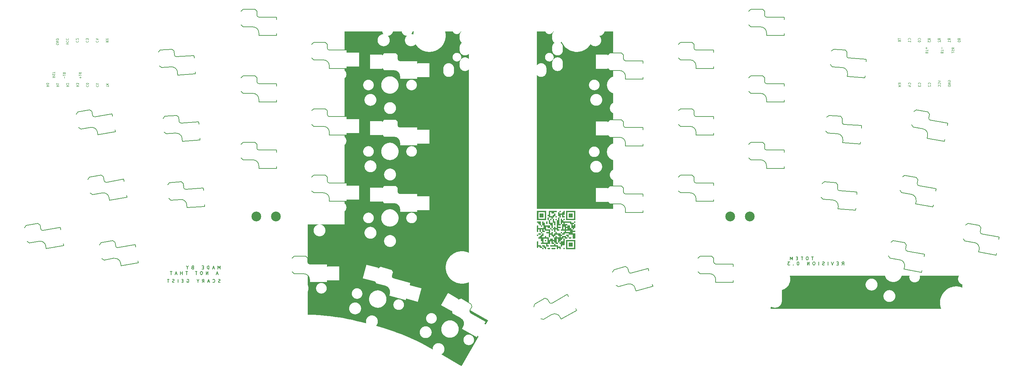
<source format=gbo>
G04 #@! TF.GenerationSoftware,KiCad,Pcbnew,(6.0.10)*
G04 #@! TF.CreationDate,2023-03-21T20:34:56-04:00*
G04 #@! TF.ProjectId,totem_0_3,746f7465-6d5f-4305-9f33-2e6b69636164,0.3*
G04 #@! TF.SameCoordinates,Original*
G04 #@! TF.FileFunction,Legend,Bot*
G04 #@! TF.FilePolarity,Positive*
%FSLAX46Y46*%
G04 Gerber Fmt 4.6, Leading zero omitted, Abs format (unit mm)*
G04 Created by KiCad (PCBNEW (6.0.10)) date 2023-03-21 20:34:56*
%MOMM*%
%LPD*%
G01*
G04 APERTURE LIST*
%ADD10C,0.000000*%
%ADD11C,0.110000*%
%ADD12C,0.150000*%
%ADD13C,2.500000*%
G04 APERTURE END LIST*
D10*
G36*
X163258493Y-106971664D02*
G01*
X163264316Y-106972042D01*
X163270046Y-106972679D01*
X163275678Y-106973579D01*
X163281206Y-106974748D01*
X163286626Y-106976191D01*
X163291932Y-106977913D01*
X163297119Y-106979919D01*
X163302183Y-106982215D01*
X163307117Y-106984805D01*
X163311917Y-106987695D01*
X163316577Y-106990890D01*
X163321093Y-106994395D01*
X163325459Y-106998215D01*
X163329670Y-107002355D01*
X163333721Y-107006821D01*
X163337605Y-107010872D01*
X163341314Y-107015083D01*
X163344837Y-107019449D01*
X163348164Y-107023965D01*
X163351283Y-107028626D01*
X163354186Y-107033426D01*
X163356862Y-107038361D01*
X163359299Y-107043424D01*
X163361489Y-107048612D01*
X163363420Y-107053919D01*
X163365083Y-107059339D01*
X163366467Y-107064868D01*
X163367561Y-107070500D01*
X163368355Y-107076230D01*
X163368839Y-107082053D01*
X163369003Y-107087964D01*
X163369003Y-107193803D01*
X163368878Y-107199713D01*
X163368500Y-107205536D01*
X163367863Y-107211266D01*
X163366963Y-107216898D01*
X163365794Y-107222427D01*
X163364351Y-107227847D01*
X163362629Y-107233153D01*
X163360623Y-107238340D01*
X163358327Y-107243404D01*
X163355737Y-107248338D01*
X163352847Y-107253138D01*
X163349652Y-107257798D01*
X163346147Y-107262314D01*
X163342327Y-107266679D01*
X163338187Y-107270890D01*
X163333721Y-107274941D01*
X163329670Y-107278826D01*
X163325459Y-107282535D01*
X163321093Y-107286058D01*
X163316577Y-107289384D01*
X163311917Y-107292504D01*
X163307117Y-107295407D01*
X163302183Y-107298082D01*
X163297119Y-107300520D01*
X163291932Y-107302710D01*
X163286626Y-107304641D01*
X163281206Y-107306304D01*
X163275678Y-107307687D01*
X163270046Y-107308781D01*
X163264316Y-107309576D01*
X163258493Y-107310060D01*
X163252582Y-107310223D01*
X162472911Y-107310223D01*
X162467000Y-107310098D01*
X162461177Y-107309720D01*
X162455447Y-107309084D01*
X162449815Y-107308183D01*
X162444286Y-107307014D01*
X162438866Y-107305572D01*
X162433559Y-107303850D01*
X162428372Y-107301843D01*
X162423308Y-107299548D01*
X162418373Y-107296958D01*
X162413573Y-107294068D01*
X162408913Y-107290873D01*
X162404397Y-107287368D01*
X162400031Y-107283548D01*
X162395820Y-107279407D01*
X162391769Y-107274941D01*
X162387885Y-107270890D01*
X162384176Y-107266679D01*
X162380654Y-107262314D01*
X162377327Y-107257798D01*
X162374208Y-107253138D01*
X162371305Y-107248338D01*
X162368629Y-107243404D01*
X162366191Y-107238340D01*
X162364001Y-107233153D01*
X162362070Y-107227847D01*
X162360407Y-107222427D01*
X162359023Y-107216898D01*
X162357929Y-107211266D01*
X162357135Y-107205536D01*
X162356650Y-107199713D01*
X162356487Y-107193803D01*
X162356487Y-107087964D01*
X162356611Y-107082053D01*
X162356990Y-107076230D01*
X162357626Y-107070500D01*
X162358527Y-107064868D01*
X162359695Y-107059339D01*
X162361138Y-107053919D01*
X162362860Y-107048612D01*
X162364866Y-107043424D01*
X162367162Y-107038361D01*
X162369752Y-107033426D01*
X162372642Y-107028626D01*
X162375837Y-107023965D01*
X162379342Y-107019449D01*
X162383162Y-107015083D01*
X162387303Y-107010872D01*
X162391769Y-107006821D01*
X162396402Y-107002938D01*
X162401045Y-106999229D01*
X162405708Y-106995706D01*
X162410403Y-106992380D01*
X162415139Y-106989260D01*
X162419926Y-106986357D01*
X162424775Y-106983682D01*
X162429696Y-106981244D01*
X162434700Y-106979054D01*
X162439798Y-106977122D01*
X162444998Y-106975460D01*
X162450312Y-106974076D01*
X162455750Y-106972982D01*
X162461322Y-106972187D01*
X162467039Y-106971703D01*
X162472911Y-106971539D01*
X163252582Y-106971539D01*
X163258493Y-106971664D01*
G37*
G36*
X142293266Y-123316365D02*
G01*
X142296798Y-123319890D01*
X146152797Y-125545995D01*
X145542472Y-126600842D01*
X145306102Y-126463254D01*
X145634197Y-125895261D01*
X141735854Y-123644452D01*
X141697460Y-123620761D01*
X141662866Y-123596069D01*
X141631902Y-123570490D01*
X141604399Y-123544140D01*
X141580188Y-123517134D01*
X141559099Y-123489587D01*
X141540964Y-123461613D01*
X141525614Y-123433328D01*
X141512878Y-123404847D01*
X141502588Y-123376284D01*
X141494574Y-123347755D01*
X141488667Y-123319375D01*
X141484699Y-123291258D01*
X141482499Y-123263519D01*
X141481899Y-123236275D01*
X141482728Y-123209638D01*
X141488001Y-123158651D01*
X141496964Y-123111478D01*
X141508263Y-123069039D01*
X141520544Y-123032253D01*
X141542635Y-122979321D01*
X141552406Y-122960042D01*
X141584155Y-122907124D01*
X142293266Y-123316365D01*
G37*
G36*
X125286966Y-119997057D02*
G01*
X125285215Y-119996586D01*
X125288747Y-119989529D01*
X125286966Y-119997057D01*
G37*
G36*
X168438602Y-104950055D02*
G01*
X168438602Y-107313756D01*
X166074901Y-107313756D01*
X166074901Y-106960965D01*
X166427692Y-106960965D01*
X168082286Y-106960965D01*
X168082286Y-105306374D01*
X166427692Y-105306374D01*
X166427692Y-106960965D01*
X166074901Y-106960965D01*
X166074901Y-104950055D01*
X168438602Y-104950055D01*
G37*
G36*
X158873296Y-103598987D02*
G01*
X158879119Y-103599365D01*
X158884849Y-103600002D01*
X158890481Y-103600902D01*
X158896010Y-103602071D01*
X158901430Y-103603513D01*
X158906737Y-103605235D01*
X158911925Y-103607241D01*
X158916988Y-103609536D01*
X158921923Y-103612126D01*
X158926723Y-103615016D01*
X158931384Y-103618211D01*
X158935900Y-103621716D01*
X158940266Y-103625537D01*
X158944477Y-103629678D01*
X158948528Y-103634145D01*
X158952412Y-103638195D01*
X158956120Y-103642405D01*
X158959643Y-103646771D01*
X158962969Y-103651286D01*
X158966089Y-103655947D01*
X158968992Y-103660746D01*
X158971667Y-103665681D01*
X158974105Y-103670744D01*
X158976295Y-103675932D01*
X158978227Y-103681238D01*
X158979889Y-103686658D01*
X158981273Y-103692187D01*
X158982367Y-103697819D01*
X158983162Y-103703549D01*
X158983646Y-103709372D01*
X158983810Y-103715283D01*
X158983810Y-103821122D01*
X158983685Y-103827033D01*
X158983307Y-103832856D01*
X158982670Y-103838586D01*
X158981770Y-103844218D01*
X158980601Y-103849747D01*
X158979158Y-103855167D01*
X158977436Y-103860473D01*
X158975430Y-103865661D01*
X158973134Y-103870724D01*
X158970544Y-103875659D01*
X158967654Y-103880459D01*
X158964459Y-103885119D01*
X158960954Y-103889634D01*
X158957134Y-103894000D01*
X158952994Y-103898210D01*
X158948528Y-103902260D01*
X158944477Y-103906145D01*
X158940266Y-103909854D01*
X158935900Y-103913377D01*
X158931384Y-103916704D01*
X158926723Y-103919823D01*
X158921923Y-103922726D01*
X158916988Y-103925402D01*
X158911925Y-103927840D01*
X158906737Y-103930029D01*
X158901430Y-103931961D01*
X158896010Y-103933623D01*
X158890481Y-103935007D01*
X158884849Y-103936101D01*
X158879119Y-103936895D01*
X158873296Y-103937379D01*
X158867385Y-103937543D01*
X158761547Y-103937543D01*
X158755636Y-103937418D01*
X158749813Y-103937040D01*
X158744083Y-103936403D01*
X158738451Y-103935503D01*
X158732922Y-103934335D01*
X158727502Y-103932892D01*
X158722196Y-103931170D01*
X158717009Y-103929164D01*
X158711945Y-103926869D01*
X158707011Y-103924279D01*
X158702211Y-103921389D01*
X158697551Y-103918194D01*
X158693035Y-103914689D01*
X158688670Y-103910868D01*
X158684459Y-103906727D01*
X158680408Y-103902260D01*
X158676523Y-103898210D01*
X158672814Y-103894000D01*
X158669291Y-103889634D01*
X158665965Y-103885119D01*
X158662845Y-103880459D01*
X158659942Y-103875659D01*
X158657267Y-103870724D01*
X158654829Y-103865661D01*
X158652639Y-103860473D01*
X158650708Y-103855167D01*
X158649045Y-103849747D01*
X158647662Y-103844218D01*
X158646568Y-103838586D01*
X158645774Y-103832856D01*
X158645289Y-103827033D01*
X158645126Y-103821122D01*
X158645126Y-103715283D01*
X158645251Y-103709372D01*
X158645629Y-103703549D01*
X158646265Y-103697819D01*
X158647166Y-103692187D01*
X158648335Y-103686658D01*
X158649777Y-103681238D01*
X158651499Y-103675932D01*
X158653506Y-103670744D01*
X158655801Y-103665681D01*
X158658391Y-103660746D01*
X158661281Y-103655947D01*
X158664476Y-103651286D01*
X158667981Y-103646771D01*
X158671801Y-103642405D01*
X158675942Y-103638195D01*
X158680408Y-103634145D01*
X158684459Y-103630260D01*
X158688670Y-103626551D01*
X158693035Y-103623028D01*
X158697551Y-103619702D01*
X158702211Y-103616582D01*
X158707011Y-103613679D01*
X158711945Y-103611003D01*
X158717009Y-103608566D01*
X158722196Y-103606376D01*
X158727502Y-103604445D01*
X158732922Y-103602782D01*
X158738451Y-103601398D01*
X158744083Y-103600304D01*
X158749813Y-103599510D01*
X158755636Y-103599026D01*
X158761547Y-103598862D01*
X158867385Y-103598862D01*
X158873296Y-103598987D01*
G37*
G36*
X159557722Y-100229839D02*
G01*
X159563546Y-100230217D01*
X159569276Y-100230854D01*
X159574908Y-100231753D01*
X159580437Y-100232922D01*
X159585857Y-100234365D01*
X159591164Y-100236087D01*
X159596352Y-100238093D01*
X159601415Y-100240388D01*
X159606349Y-100242978D01*
X159611149Y-100245868D01*
X159615810Y-100249063D01*
X159620326Y-100252568D01*
X159624691Y-100256389D01*
X159628902Y-100260530D01*
X159632953Y-100264996D01*
X159636838Y-100269628D01*
X159640546Y-100274271D01*
X159644069Y-100278934D01*
X159647396Y-100283628D01*
X159650516Y-100288363D01*
X159653419Y-100293150D01*
X159656094Y-100297999D01*
X159658532Y-100302921D01*
X159660722Y-100307924D01*
X159662653Y-100313021D01*
X159664316Y-100318222D01*
X159665699Y-100323536D01*
X159666793Y-100328973D01*
X159667587Y-100334546D01*
X159668071Y-100340263D01*
X159668235Y-100346135D01*
X159668235Y-101125806D01*
X159668111Y-101131716D01*
X159667739Y-101137540D01*
X159667119Y-101143270D01*
X159666250Y-101148902D01*
X159665134Y-101154430D01*
X159663770Y-101159851D01*
X159662157Y-101165157D01*
X159660297Y-101170345D01*
X159658188Y-101175408D01*
X159655832Y-101180342D01*
X159653227Y-101185142D01*
X159650375Y-101189803D01*
X159647274Y-101194318D01*
X159643926Y-101198684D01*
X159640330Y-101202894D01*
X159636485Y-101206944D01*
X159632435Y-101210829D01*
X159628224Y-101214538D01*
X159623858Y-101218061D01*
X159619342Y-101221387D01*
X159614681Y-101224507D01*
X159609881Y-101227410D01*
X159604946Y-101230085D01*
X159599882Y-101232523D01*
X159594695Y-101234713D01*
X159589388Y-101236644D01*
X159583968Y-101238307D01*
X159578439Y-101239690D01*
X159572807Y-101240784D01*
X159567077Y-101241579D01*
X159561254Y-101242063D01*
X159555343Y-101242226D01*
X159449504Y-101242226D01*
X159443593Y-101242101D01*
X159437770Y-101241723D01*
X159432040Y-101241087D01*
X159426409Y-101240187D01*
X159420880Y-101239018D01*
X159415460Y-101237576D01*
X159410154Y-101235854D01*
X159404967Y-101233848D01*
X159399903Y-101231552D01*
X159394969Y-101228962D01*
X159390169Y-101226072D01*
X159385509Y-101222877D01*
X159380993Y-101219372D01*
X159376627Y-101215552D01*
X159372416Y-101211411D01*
X159368366Y-101206944D01*
X159364481Y-101202312D01*
X159360772Y-101197669D01*
X159357249Y-101193006D01*
X159353923Y-101188312D01*
X159350803Y-101183577D01*
X159347900Y-101178790D01*
X159345224Y-101173941D01*
X159342787Y-101169020D01*
X159340597Y-101164016D01*
X159338666Y-101158919D01*
X159337003Y-101153719D01*
X159335620Y-101148405D01*
X159334526Y-101142967D01*
X159333731Y-101137395D01*
X159333247Y-101131678D01*
X159333083Y-101125806D01*
X159333083Y-100903546D01*
X159110824Y-100903546D01*
X159104913Y-100903421D01*
X159099090Y-100903043D01*
X159093360Y-100902406D01*
X159087728Y-100901506D01*
X159082199Y-100900337D01*
X159076779Y-100898894D01*
X159071472Y-100897172D01*
X159066284Y-100895166D01*
X159061221Y-100892871D01*
X159056286Y-100890280D01*
X159051486Y-100887390D01*
X159046825Y-100884196D01*
X159042309Y-100880691D01*
X159037943Y-100876871D01*
X159033732Y-100872730D01*
X159029681Y-100868264D01*
X159025798Y-100863632D01*
X159022089Y-100858989D01*
X159018567Y-100854326D01*
X159015241Y-100849632D01*
X159012121Y-100844897D01*
X159009219Y-100840110D01*
X159006543Y-100835261D01*
X159004106Y-100830339D01*
X159001916Y-100825335D01*
X158999985Y-100820238D01*
X158998323Y-100815037D01*
X158996939Y-100809723D01*
X158995845Y-100804285D01*
X158995051Y-100798712D01*
X158994567Y-100792994D01*
X158994403Y-100787122D01*
X158994403Y-100564862D01*
X158772144Y-100564862D01*
X158766233Y-100564737D01*
X158760410Y-100564359D01*
X158754680Y-100563723D01*
X158749047Y-100562823D01*
X158743519Y-100561654D01*
X158738099Y-100560211D01*
X158732792Y-100558490D01*
X158727604Y-100556484D01*
X158722540Y-100554189D01*
X158717606Y-100551599D01*
X158712806Y-100548709D01*
X158708145Y-100545515D01*
X158703629Y-100542010D01*
X158699263Y-100538190D01*
X158695052Y-100534050D01*
X158691001Y-100529584D01*
X158687117Y-100524951D01*
X158683408Y-100520308D01*
X158679885Y-100515644D01*
X158676558Y-100510950D01*
X158673438Y-100506214D01*
X158670536Y-100501427D01*
X158667860Y-100496578D01*
X158665422Y-100491656D01*
X158663233Y-100486652D01*
X158661301Y-100481555D01*
X158659639Y-100476355D01*
X158658255Y-100471041D01*
X158657161Y-100465603D01*
X158656367Y-100460030D01*
X158655883Y-100454313D01*
X158655719Y-100448441D01*
X158655719Y-100346135D01*
X158655844Y-100340224D01*
X158656222Y-100334401D01*
X158656859Y-100328671D01*
X158657759Y-100323039D01*
X158658928Y-100317510D01*
X158660371Y-100312090D01*
X158662093Y-100306783D01*
X158664099Y-100301596D01*
X158666395Y-100296532D01*
X158668985Y-100291598D01*
X158671875Y-100286798D01*
X158675070Y-100282138D01*
X158678574Y-100277622D01*
X158682395Y-100273257D01*
X158686535Y-100269046D01*
X158691001Y-100264996D01*
X158695052Y-100261112D01*
X158699263Y-100257403D01*
X158703629Y-100253880D01*
X158708145Y-100250553D01*
X158712806Y-100247433D01*
X158717606Y-100244531D01*
X158722540Y-100241855D01*
X158727604Y-100239417D01*
X158732792Y-100237228D01*
X158738099Y-100235296D01*
X158743519Y-100233634D01*
X158749047Y-100232250D01*
X158754680Y-100231156D01*
X158760410Y-100230362D01*
X158766233Y-100229878D01*
X158772144Y-100229714D01*
X159551811Y-100229714D01*
X159557722Y-100229839D01*
G37*
G36*
X158672459Y-62776354D02*
G01*
X158723999Y-62832529D01*
X158778442Y-62885841D01*
X158835672Y-62936141D01*
X158895568Y-62983277D01*
X158958011Y-63027102D01*
X159022884Y-63067463D01*
X159090066Y-63104213D01*
X159159440Y-63137200D01*
X159230886Y-63166275D01*
X159304286Y-63191288D01*
X159379520Y-63212090D01*
X159456470Y-63228529D01*
X159535017Y-63240458D01*
X159615042Y-63247724D01*
X159696426Y-63250180D01*
X159766446Y-63248406D01*
X159835554Y-63243142D01*
X159903662Y-63234474D01*
X159970687Y-63222487D01*
X160036540Y-63207268D01*
X160101138Y-63188902D01*
X160164393Y-63167476D01*
X160226219Y-63143075D01*
X160286532Y-63115785D01*
X160345244Y-63085692D01*
X160402270Y-63052882D01*
X160457525Y-63017441D01*
X160510921Y-62979455D01*
X160562374Y-62939010D01*
X160611797Y-62896191D01*
X160659105Y-62851085D01*
X160704211Y-62803778D01*
X160747030Y-62754354D01*
X160787475Y-62702902D01*
X160825461Y-62649505D01*
X160860902Y-62594250D01*
X160893712Y-62537224D01*
X160923805Y-62478512D01*
X160951095Y-62418199D01*
X160975496Y-62356373D01*
X160996922Y-62293118D01*
X161015288Y-62228521D01*
X161030507Y-62162667D01*
X161042494Y-62095643D01*
X161051162Y-62027534D01*
X161056426Y-61958427D01*
X161058200Y-61888406D01*
X161058200Y-61112266D01*
X161056426Y-61042246D01*
X161051162Y-60973139D01*
X161042494Y-60905030D01*
X161030507Y-60838006D01*
X161015288Y-60772152D01*
X160996922Y-60707555D01*
X160975496Y-60644300D01*
X160951095Y-60582474D01*
X160923805Y-60522161D01*
X160893712Y-60463449D01*
X160860902Y-60406422D01*
X160849756Y-60389045D01*
X162539932Y-60389045D01*
X162541705Y-60459066D01*
X162546969Y-60528173D01*
X162555638Y-60596282D01*
X162567624Y-60663306D01*
X162582843Y-60729160D01*
X162601209Y-60793757D01*
X162622635Y-60857012D01*
X162647036Y-60918838D01*
X162674326Y-60979151D01*
X162704419Y-61037863D01*
X162737228Y-61094889D01*
X162772669Y-61150144D01*
X162810655Y-61203541D01*
X162851100Y-61254993D01*
X162893919Y-61304416D01*
X162939025Y-61351724D01*
X162986332Y-61396830D01*
X163035755Y-61439649D01*
X163087208Y-61480094D01*
X163140604Y-61518080D01*
X163195859Y-61553521D01*
X163252885Y-61586331D01*
X163311597Y-61616424D01*
X163371909Y-61643714D01*
X163433736Y-61668115D01*
X163496991Y-61689541D01*
X163561588Y-61707907D01*
X163627442Y-61723126D01*
X163694466Y-61735113D01*
X163762574Y-61743781D01*
X163831682Y-61749045D01*
X163901702Y-61750819D01*
X163971723Y-61749045D01*
X164040830Y-61743781D01*
X164108939Y-61735113D01*
X164175963Y-61723126D01*
X164241817Y-61707907D01*
X164306414Y-61689541D01*
X164369669Y-61668115D01*
X164431496Y-61643714D01*
X164491808Y-61616424D01*
X164550521Y-61586331D01*
X164607547Y-61553521D01*
X164662801Y-61518080D01*
X164716198Y-61480094D01*
X164767651Y-61439649D01*
X164817074Y-61396830D01*
X164864382Y-61351724D01*
X164909488Y-61304416D01*
X164952306Y-61254993D01*
X164992752Y-61203541D01*
X165030738Y-61150144D01*
X165066179Y-61094889D01*
X165098989Y-61037863D01*
X165129081Y-60979151D01*
X165156372Y-60918838D01*
X165180773Y-60857012D01*
X165202199Y-60793757D01*
X165220565Y-60729160D01*
X165235784Y-60663306D01*
X165247771Y-60596282D01*
X165256439Y-60528173D01*
X165261703Y-60459066D01*
X165263477Y-60389045D01*
X165263477Y-59612906D01*
X165261703Y-59542886D01*
X165256439Y-59473778D01*
X165247771Y-59405669D01*
X165235784Y-59338645D01*
X165220565Y-59272792D01*
X165202199Y-59208194D01*
X165180773Y-59144940D01*
X165156372Y-59083113D01*
X165129081Y-59022801D01*
X165098989Y-58964088D01*
X165066179Y-58907062D01*
X165030738Y-58851807D01*
X164992752Y-58798411D01*
X164952306Y-58746958D01*
X164909488Y-58697535D01*
X164864382Y-58650227D01*
X164817074Y-58605121D01*
X164767651Y-58562303D01*
X164716198Y-58521857D01*
X164662801Y-58483871D01*
X164607547Y-58448431D01*
X164550521Y-58415621D01*
X164491808Y-58385528D01*
X164431496Y-58358238D01*
X164369669Y-58333837D01*
X164306414Y-58312410D01*
X164241817Y-58294045D01*
X164175963Y-58278825D01*
X164108939Y-58266839D01*
X164040830Y-58258171D01*
X163971723Y-58252906D01*
X163901702Y-58251133D01*
X163831682Y-58252906D01*
X163762574Y-58258171D01*
X163694466Y-58266839D01*
X163627442Y-58278825D01*
X163561588Y-58294045D01*
X163496991Y-58312410D01*
X163433736Y-58333837D01*
X163371909Y-58358238D01*
X163311597Y-58385528D01*
X163252885Y-58415621D01*
X163195859Y-58448431D01*
X163140604Y-58483871D01*
X163087208Y-58521857D01*
X163035755Y-58562303D01*
X162986332Y-58605121D01*
X162939025Y-58650227D01*
X162893919Y-58697535D01*
X162851100Y-58746958D01*
X162810655Y-58798411D01*
X162772669Y-58851807D01*
X162737228Y-58907062D01*
X162704419Y-58964088D01*
X162674326Y-59022801D01*
X162647036Y-59083113D01*
X162622635Y-59144940D01*
X162601209Y-59208194D01*
X162582843Y-59272792D01*
X162567624Y-59338645D01*
X162555638Y-59405669D01*
X162546969Y-59473778D01*
X162541705Y-59542886D01*
X162539932Y-59612906D01*
X162539932Y-60389045D01*
X160849756Y-60389045D01*
X160825461Y-60351168D01*
X160787475Y-60297772D01*
X160747030Y-60246319D01*
X160704211Y-60196896D01*
X160659105Y-60149588D01*
X160611797Y-60104482D01*
X160562374Y-60061664D01*
X160510921Y-60021218D01*
X160457525Y-59983232D01*
X160402270Y-59947791D01*
X160345244Y-59914982D01*
X160286532Y-59884889D01*
X160226219Y-59857599D01*
X160164393Y-59833198D01*
X160101138Y-59811771D01*
X160036540Y-59793406D01*
X159970687Y-59778186D01*
X159903662Y-59766200D01*
X159835554Y-59757531D01*
X159766446Y-59752268D01*
X159696426Y-59750494D01*
X159615042Y-59752949D01*
X159535018Y-59760216D01*
X159456472Y-59772144D01*
X159379522Y-59788584D01*
X159304288Y-59809386D01*
X159230889Y-59834399D01*
X159159443Y-59863474D01*
X159090069Y-59896461D01*
X159022887Y-59933210D01*
X158958014Y-59973572D01*
X158895570Y-60017396D01*
X158835674Y-60064533D01*
X158778444Y-60114833D01*
X158724000Y-60168145D01*
X158672460Y-60224320D01*
X158623943Y-60283209D01*
X158623943Y-58201742D01*
X160701892Y-58201742D01*
X160703327Y-58258288D01*
X160707587Y-58314101D01*
X160714601Y-58369114D01*
X160724300Y-58423256D01*
X160736613Y-58476458D01*
X160751472Y-58528649D01*
X160768806Y-58579760D01*
X160788546Y-58629722D01*
X160810622Y-58678463D01*
X160834963Y-58725916D01*
X160861501Y-58772009D01*
X160890166Y-58816673D01*
X160920887Y-58859839D01*
X160953596Y-58901436D01*
X160988222Y-58941395D01*
X161024695Y-58979646D01*
X161062946Y-59016119D01*
X161102905Y-59050745D01*
X161144502Y-59083453D01*
X161187667Y-59114175D01*
X161232332Y-59142840D01*
X161278425Y-59169378D01*
X161325877Y-59193720D01*
X161374619Y-59215795D01*
X161424581Y-59235535D01*
X161475692Y-59252869D01*
X161527883Y-59267728D01*
X161581085Y-59280042D01*
X161635227Y-59289740D01*
X161690240Y-59296754D01*
X161746055Y-59301014D01*
X161802600Y-59302449D01*
X161859145Y-59301014D01*
X161914959Y-59296754D01*
X161969972Y-59289740D01*
X162024114Y-59280042D01*
X162077316Y-59267728D01*
X162129507Y-59252869D01*
X162180618Y-59235535D01*
X162230579Y-59215795D01*
X162279321Y-59193720D01*
X162326773Y-59169378D01*
X162372866Y-59142840D01*
X162417530Y-59114175D01*
X162460696Y-59083453D01*
X162502293Y-59050745D01*
X162542251Y-59016119D01*
X162580502Y-58979646D01*
X162616976Y-58941395D01*
X162651601Y-58901436D01*
X162684309Y-58859839D01*
X162715031Y-58816673D01*
X162743695Y-58772009D01*
X162770233Y-58725916D01*
X162794575Y-58678463D01*
X162816651Y-58629722D01*
X162836390Y-58579760D01*
X162853724Y-58528649D01*
X162868583Y-58476458D01*
X162880897Y-58423256D01*
X162890595Y-58369114D01*
X162897610Y-58314101D01*
X162901869Y-58258288D01*
X162903304Y-58201742D01*
X162901869Y-58145197D01*
X162897610Y-58089383D01*
X162890595Y-58034370D01*
X162880897Y-57980228D01*
X162868583Y-57927027D01*
X162853724Y-57874836D01*
X162836390Y-57823724D01*
X162816651Y-57773763D01*
X162794575Y-57725021D01*
X162770233Y-57677569D01*
X162743695Y-57631476D01*
X162715031Y-57586811D01*
X162684309Y-57543646D01*
X162651601Y-57502049D01*
X162616976Y-57462090D01*
X162580502Y-57423839D01*
X162542251Y-57387365D01*
X162502293Y-57352740D01*
X162460696Y-57320031D01*
X162417530Y-57289309D01*
X162372866Y-57260645D01*
X162326773Y-57234107D01*
X162279321Y-57209765D01*
X162230579Y-57187689D01*
X162180618Y-57167949D01*
X162129507Y-57150615D01*
X162077316Y-57135756D01*
X162024114Y-57123443D01*
X161969972Y-57113744D01*
X161914959Y-57106730D01*
X161859145Y-57102470D01*
X161802600Y-57101035D01*
X161746055Y-57102470D01*
X161690240Y-57106730D01*
X161635227Y-57113744D01*
X161581085Y-57123443D01*
X161527883Y-57135756D01*
X161475692Y-57150615D01*
X161424581Y-57167949D01*
X161374619Y-57187689D01*
X161325877Y-57209765D01*
X161278425Y-57234107D01*
X161232332Y-57260645D01*
X161187667Y-57289309D01*
X161144502Y-57320031D01*
X161102905Y-57352740D01*
X161062946Y-57387365D01*
X161024695Y-57423839D01*
X160988222Y-57462090D01*
X160953596Y-57502049D01*
X160920887Y-57543646D01*
X160890166Y-57586811D01*
X160861501Y-57631476D01*
X160834963Y-57677569D01*
X160810622Y-57725021D01*
X160788546Y-57773763D01*
X160768806Y-57823724D01*
X160751472Y-57874836D01*
X160736613Y-57927027D01*
X160724300Y-57980228D01*
X160714601Y-58034370D01*
X160707587Y-58089383D01*
X160703327Y-58145197D01*
X160701892Y-58201742D01*
X158623943Y-58201742D01*
X158623943Y-51661000D01*
X160800662Y-51661000D01*
X160835479Y-51729798D01*
X160874956Y-51795805D01*
X160918878Y-51858794D01*
X160967027Y-51918537D01*
X161019187Y-51974808D01*
X161075139Y-52027379D01*
X161134668Y-52076022D01*
X161197555Y-52120510D01*
X161263585Y-52160616D01*
X161332539Y-52196112D01*
X161404202Y-52226771D01*
X161478355Y-52252366D01*
X161554782Y-52272668D01*
X161633266Y-52287452D01*
X161713589Y-52296489D01*
X161795535Y-52299551D01*
X161836688Y-52298791D01*
X161877443Y-52296527D01*
X161917776Y-52292787D01*
X161957661Y-52287596D01*
X161997074Y-52280982D01*
X162035988Y-52272971D01*
X162074379Y-52263588D01*
X162112222Y-52252862D01*
X162149491Y-52240817D01*
X162186161Y-52227482D01*
X162222207Y-52212881D01*
X162257604Y-52197042D01*
X162292326Y-52179992D01*
X162326349Y-52161755D01*
X162359647Y-52142360D01*
X162392195Y-52121833D01*
X162423968Y-52100200D01*
X162454940Y-52077487D01*
X162485087Y-52053721D01*
X162514384Y-52028929D01*
X162542804Y-52003137D01*
X162570323Y-51976371D01*
X162596916Y-51948659D01*
X162622557Y-51920026D01*
X162647222Y-51890499D01*
X162670884Y-51860104D01*
X162693520Y-51828868D01*
X162715103Y-51796818D01*
X162735608Y-51763979D01*
X162755011Y-51730379D01*
X162773286Y-51696044D01*
X162790408Y-51661000D01*
X162924472Y-51661000D01*
X162880579Y-51707703D01*
X162838919Y-51756474D01*
X162799574Y-51807229D01*
X162762627Y-51859886D01*
X162728161Y-51914362D01*
X162696258Y-51970574D01*
X162667001Y-52028440D01*
X162640472Y-52087877D01*
X162616755Y-52148802D01*
X162595932Y-52211133D01*
X162578086Y-52274787D01*
X162563299Y-52339681D01*
X162551654Y-52405733D01*
X162543234Y-52472860D01*
X162538122Y-52540979D01*
X162536399Y-52610007D01*
X162536399Y-53393203D01*
X162537068Y-53436041D01*
X162539060Y-53478550D01*
X162542355Y-53520709D01*
X162546935Y-53562501D01*
X162559864Y-53644902D01*
X162577687Y-53725598D01*
X162600243Y-53804433D01*
X162627373Y-53881253D01*
X162658917Y-53955902D01*
X162694713Y-54028226D01*
X162734603Y-54098070D01*
X162778425Y-54165277D01*
X162826020Y-54229694D01*
X162877227Y-54291166D01*
X162931886Y-54349536D01*
X162989837Y-54404651D01*
X163050920Y-54456356D01*
X163114974Y-54504494D01*
X163050920Y-54552632D01*
X162989837Y-54604336D01*
X162931886Y-54659451D01*
X162877227Y-54717822D01*
X162826020Y-54779293D01*
X162778425Y-54843710D01*
X162734603Y-54910918D01*
X162694713Y-54980761D01*
X162658917Y-55053085D01*
X162627373Y-55127735D01*
X162600243Y-55204554D01*
X162577687Y-55283390D01*
X162559864Y-55364085D01*
X162546935Y-55446487D01*
X162539060Y-55530438D01*
X162536399Y-55615785D01*
X162536399Y-56391925D01*
X162538173Y-56461945D01*
X162543437Y-56531052D01*
X162552105Y-56599161D01*
X162564092Y-56666185D01*
X162579311Y-56732039D01*
X162597676Y-56796636D01*
X162619103Y-56859891D01*
X162643504Y-56921717D01*
X162670794Y-56982030D01*
X162700886Y-57040742D01*
X162733696Y-57097768D01*
X162769137Y-57153023D01*
X162807123Y-57206419D01*
X162847568Y-57257872D01*
X162890387Y-57307295D01*
X162935493Y-57354603D01*
X162982800Y-57399709D01*
X163032223Y-57442527D01*
X163083676Y-57482973D01*
X163137073Y-57520959D01*
X163192327Y-57556400D01*
X163249354Y-57589209D01*
X163308066Y-57619302D01*
X163368379Y-57646592D01*
X163430205Y-57670993D01*
X163493460Y-57692420D01*
X163558058Y-57710785D01*
X163623912Y-57726004D01*
X163690936Y-57737991D01*
X163759045Y-57746659D01*
X163828153Y-57751923D01*
X163898174Y-57753697D01*
X163968194Y-57751923D01*
X164037301Y-57746659D01*
X164105409Y-57737991D01*
X164172433Y-57726004D01*
X164238287Y-57710785D01*
X164302884Y-57692420D01*
X164366139Y-57670993D01*
X164427965Y-57646592D01*
X164488277Y-57619302D01*
X164546989Y-57589209D01*
X164604016Y-57556400D01*
X164659270Y-57520959D01*
X164712666Y-57482973D01*
X164764119Y-57442527D01*
X164813542Y-57399709D01*
X164860850Y-57354603D01*
X164905956Y-57307295D01*
X164948774Y-57257872D01*
X164989220Y-57206419D01*
X165027206Y-57153023D01*
X165062647Y-57097768D01*
X165095456Y-57040742D01*
X165125549Y-56982030D01*
X165152839Y-56921717D01*
X165177240Y-56859891D01*
X165198667Y-56796636D01*
X165217032Y-56732039D01*
X165232252Y-56666185D01*
X165244238Y-56599161D01*
X165252907Y-56531052D01*
X165258170Y-56461945D01*
X165259944Y-56391925D01*
X165259944Y-55615785D01*
X165259276Y-55572947D01*
X165257284Y-55530438D01*
X165253988Y-55488278D01*
X165249409Y-55446487D01*
X165236480Y-55364086D01*
X165218658Y-55283390D01*
X165196101Y-55204555D01*
X165168971Y-55127735D01*
X165137428Y-55053085D01*
X165101632Y-54980762D01*
X165061742Y-54910918D01*
X165017920Y-54843711D01*
X164970325Y-54779293D01*
X164919118Y-54717822D01*
X164864459Y-54659451D01*
X164806507Y-54604337D01*
X164745424Y-54552632D01*
X164681369Y-54504494D01*
X164700428Y-54491060D01*
X164719233Y-54477228D01*
X164737779Y-54463014D01*
X164756063Y-54448433D01*
X164774077Y-54433501D01*
X164791818Y-54418232D01*
X164809279Y-54402644D01*
X164826456Y-54386750D01*
X164843344Y-54370567D01*
X164859938Y-54354110D01*
X164876231Y-54337394D01*
X164892220Y-54320436D01*
X164907898Y-54303251D01*
X164923261Y-54285853D01*
X164953021Y-54250484D01*
X165078260Y-54530881D01*
X165223168Y-54799929D01*
X165386824Y-55056698D01*
X165568310Y-55300258D01*
X165766705Y-55529679D01*
X165981089Y-55744030D01*
X166210543Y-55942382D01*
X166454146Y-56123804D01*
X166710979Y-56287366D01*
X166980121Y-56432138D01*
X167260654Y-56557189D01*
X167551656Y-56661589D01*
X167852208Y-56744409D01*
X168161391Y-56804718D01*
X168478284Y-56841585D01*
X168801967Y-56854081D01*
X168941642Y-56851747D01*
X169080149Y-56844797D01*
X169217418Y-56833305D01*
X169353375Y-56817348D01*
X169487951Y-56797001D01*
X169621072Y-56772339D01*
X169752667Y-56743438D01*
X169882665Y-56710374D01*
X170010994Y-56673222D01*
X170137582Y-56632058D01*
X170262357Y-56586957D01*
X170385247Y-56537996D01*
X170506182Y-56485248D01*
X170625089Y-56428791D01*
X170741897Y-56368700D01*
X170856533Y-56305050D01*
X170968927Y-56237917D01*
X171079006Y-56167377D01*
X171291934Y-56016375D01*
X171494743Y-55852650D01*
X171686860Y-55676807D01*
X171867711Y-55489450D01*
X172036722Y-55291183D01*
X172193321Y-55082612D01*
X172336933Y-54864341D01*
X172391984Y-54923850D01*
X172449903Y-54980569D01*
X172510582Y-55034352D01*
X172573911Y-55085056D01*
X172639783Y-55132534D01*
X172708089Y-55176643D01*
X172778720Y-55217238D01*
X172851569Y-55254175D01*
X172926525Y-55287307D01*
X173003482Y-55316492D01*
X173082330Y-55341584D01*
X173162962Y-55362437D01*
X173245267Y-55378909D01*
X173329139Y-55390854D01*
X173414469Y-55398127D01*
X173501148Y-55400583D01*
X173580705Y-55398563D01*
X173659235Y-55392569D01*
X173736638Y-55382700D01*
X173812816Y-55369052D01*
X173887671Y-55351726D01*
X173961105Y-55330817D01*
X174033020Y-55306426D01*
X174103317Y-55278650D01*
X174171898Y-55247587D01*
X174238666Y-55213335D01*
X174303521Y-55175993D01*
X174366366Y-55135659D01*
X174427103Y-55092431D01*
X174485633Y-55046407D01*
X174541858Y-54997686D01*
X174595681Y-54946365D01*
X174647001Y-54892543D01*
X174695723Y-54836317D01*
X174741747Y-54777787D01*
X174784975Y-54717051D01*
X174825309Y-54654206D01*
X174862651Y-54589350D01*
X174896903Y-54522583D01*
X174927966Y-54454001D01*
X174955742Y-54383704D01*
X174980133Y-54311789D01*
X175001042Y-54238355D01*
X175018369Y-54163500D01*
X175032016Y-54087322D01*
X175041886Y-54009919D01*
X175047880Y-53931389D01*
X175049899Y-53851831D01*
X175047931Y-53772924D01*
X175042086Y-53695025D01*
X175032458Y-53618232D01*
X175019140Y-53542643D01*
X175002226Y-53468356D01*
X174981808Y-53395470D01*
X174957979Y-53324082D01*
X174930832Y-53254292D01*
X174900461Y-53186196D01*
X174866958Y-53119893D01*
X174830417Y-53055482D01*
X174790930Y-52993061D01*
X174748591Y-52932727D01*
X174703492Y-52874580D01*
X174655727Y-52818716D01*
X174605388Y-52765235D01*
X174598316Y-52765235D01*
X174656838Y-52759424D01*
X174714630Y-52751284D01*
X174771641Y-52740862D01*
X174827823Y-52728206D01*
X174883126Y-52713364D01*
X174937501Y-52696384D01*
X174990900Y-52677314D01*
X175043273Y-52656201D01*
X175094571Y-52633093D01*
X175144745Y-52608038D01*
X175193745Y-52581084D01*
X175241524Y-52552279D01*
X175288031Y-52521670D01*
X175333218Y-52489306D01*
X175377036Y-52455233D01*
X175419435Y-52419500D01*
X175460366Y-52382155D01*
X175499781Y-52343245D01*
X175537629Y-52302819D01*
X175573863Y-52260924D01*
X175608433Y-52217607D01*
X175641289Y-52172917D01*
X175672384Y-52126902D01*
X175701667Y-52079608D01*
X175729089Y-52031085D01*
X175754603Y-51981380D01*
X175778157Y-51930540D01*
X175799704Y-51878614D01*
X175819194Y-51825649D01*
X175836579Y-51771693D01*
X175851808Y-51716794D01*
X175864833Y-51661000D01*
X178073306Y-51661000D01*
X178073306Y-57143375D01*
X177247775Y-57143375D01*
X176873813Y-57556140D01*
X173698696Y-57556140D01*
X173698696Y-61158134D01*
X176760921Y-61158134D01*
X177247775Y-61644985D01*
X178073306Y-61644985D01*
X178073306Y-63197264D01*
X177908242Y-63257197D01*
X177749483Y-63329451D01*
X177597628Y-63413445D01*
X177453277Y-63508602D01*
X177317029Y-63614343D01*
X177189483Y-63730088D01*
X177071240Y-63855260D01*
X176962898Y-63989280D01*
X176865057Y-64131567D01*
X176778316Y-64281545D01*
X176703276Y-64438633D01*
X176640535Y-64602254D01*
X176590693Y-64771827D01*
X176554349Y-64946776D01*
X176541426Y-65036084D01*
X176532103Y-65126520D01*
X176526454Y-65218009D01*
X176524555Y-65310481D01*
X176526454Y-65402962D01*
X176532103Y-65494481D01*
X176541426Y-65584961D01*
X176554349Y-65674331D01*
X176570796Y-65762514D01*
X176590693Y-65849437D01*
X176613964Y-65935025D01*
X176640535Y-66019204D01*
X176670330Y-66101900D01*
X176703276Y-66183039D01*
X176739296Y-66262546D01*
X176778316Y-66340347D01*
X176820261Y-66416368D01*
X176865057Y-66490534D01*
X176912627Y-66562771D01*
X176962898Y-66633005D01*
X177015793Y-66701162D01*
X177071240Y-66767166D01*
X177129161Y-66830945D01*
X177189483Y-66892423D01*
X177252131Y-66951527D01*
X177317029Y-67008182D01*
X177384103Y-67062314D01*
X177453277Y-67113848D01*
X177524477Y-67162710D01*
X177597628Y-67208827D01*
X177672655Y-67252123D01*
X177749483Y-67292524D01*
X177828037Y-67329956D01*
X177908242Y-67364346D01*
X177990024Y-67395617D01*
X178073306Y-67423697D01*
X178073306Y-69875594D01*
X177984505Y-69926074D01*
X177899523Y-69982099D01*
X177818623Y-70043427D01*
X177742069Y-70109814D01*
X177670125Y-70181017D01*
X177603054Y-70256794D01*
X177541120Y-70336901D01*
X177484586Y-70421097D01*
X177433716Y-70509137D01*
X177388774Y-70600779D01*
X177350023Y-70695780D01*
X177317726Y-70793898D01*
X177292148Y-70894889D01*
X177273551Y-70998510D01*
X177262200Y-71104519D01*
X177258357Y-71212672D01*
X177259323Y-71267002D01*
X177262200Y-71320825D01*
X177266953Y-71374113D01*
X177273551Y-71426834D01*
X177281960Y-71478958D01*
X177292148Y-71530455D01*
X177304081Y-71581295D01*
X177317726Y-71631446D01*
X177333051Y-71680879D01*
X177350023Y-71729563D01*
X177368608Y-71777469D01*
X177388774Y-71824564D01*
X177410488Y-71870820D01*
X177433716Y-71916206D01*
X177458427Y-71960692D01*
X177484586Y-72004246D01*
X177512161Y-72046840D01*
X177541120Y-72088441D01*
X177571428Y-72129021D01*
X177603054Y-72168549D01*
X177635964Y-72206993D01*
X177670125Y-72244325D01*
X177705504Y-72280514D01*
X177742069Y-72315528D01*
X177779786Y-72349339D01*
X177818623Y-72381915D01*
X177858546Y-72413227D01*
X177899523Y-72443243D01*
X177941520Y-72471933D01*
X177984505Y-72499268D01*
X178028445Y-72525216D01*
X178073306Y-72549748D01*
X178073306Y-74207865D01*
X177247775Y-74207865D01*
X176842067Y-74659438D01*
X173688113Y-74659438D01*
X173688113Y-78257903D01*
X176796199Y-78257903D01*
X177247775Y-78709475D01*
X178073306Y-78709475D01*
X178073306Y-80293505D01*
X177906961Y-80352858D01*
X177747002Y-80424686D01*
X177594031Y-80508400D01*
X177448645Y-80603411D01*
X177311445Y-80709129D01*
X177183031Y-80824966D01*
X177064002Y-80950332D01*
X176954956Y-81084639D01*
X176856495Y-81227297D01*
X176769216Y-81377717D01*
X176693721Y-81535310D01*
X176630607Y-81699487D01*
X176580476Y-81869658D01*
X176543925Y-82045236D01*
X176530930Y-82134867D01*
X176521555Y-82225629D01*
X176515875Y-82317448D01*
X176513965Y-82410250D01*
X176515875Y-82503062D01*
X176521555Y-82594910D01*
X176530930Y-82685717D01*
X176543925Y-82775409D01*
X176560465Y-82863910D01*
X176580476Y-82951144D01*
X176603881Y-83037036D01*
X176630607Y-83121510D01*
X176660579Y-83204490D01*
X176693721Y-83285901D01*
X176729958Y-83365667D01*
X176769216Y-83443714D01*
X176811420Y-83519964D01*
X176856495Y-83594343D01*
X176904365Y-83666775D01*
X176954956Y-83737185D01*
X177008194Y-83805496D01*
X177064002Y-83871634D01*
X177122306Y-83935522D01*
X177183031Y-83997085D01*
X177246103Y-84056248D01*
X177311445Y-84112935D01*
X177378985Y-84167070D01*
X177448645Y-84218579D01*
X177520352Y-84267384D01*
X177594031Y-84313411D01*
X177669605Y-84356584D01*
X177747002Y-84396827D01*
X177826145Y-84434065D01*
X177906961Y-84468223D01*
X177989373Y-84499224D01*
X178073306Y-84526994D01*
X178073306Y-86968308D01*
X177983805Y-87018208D01*
X177898056Y-87073809D01*
X177816338Y-87134856D01*
X177738929Y-87201096D01*
X177666109Y-87272277D01*
X177598157Y-87348145D01*
X177535352Y-87428447D01*
X177477973Y-87512930D01*
X177426300Y-87601340D01*
X177380611Y-87693425D01*
X177341185Y-87788930D01*
X177308302Y-87887604D01*
X177282240Y-87989193D01*
X177263279Y-88093443D01*
X177251698Y-88200101D01*
X177247775Y-88308915D01*
X177248762Y-88363565D01*
X177251698Y-88417689D01*
X177256548Y-88471258D01*
X177263279Y-88524241D01*
X177271854Y-88576609D01*
X177282239Y-88628333D01*
X177294400Y-88679383D01*
X177308301Y-88729728D01*
X177323907Y-88779339D01*
X177341183Y-88828187D01*
X177360096Y-88876241D01*
X177380609Y-88923473D01*
X177402688Y-88969852D01*
X177426297Y-89015348D01*
X177451403Y-89059932D01*
X177477970Y-89103575D01*
X177505964Y-89146246D01*
X177535349Y-89187916D01*
X177566090Y-89228554D01*
X177598154Y-89268132D01*
X177631503Y-89306620D01*
X177666105Y-89343987D01*
X177701924Y-89380205D01*
X177738925Y-89415243D01*
X177777074Y-89449072D01*
X177816335Y-89481662D01*
X177856673Y-89512983D01*
X177898054Y-89543005D01*
X177940443Y-89571700D01*
X177983804Y-89599037D01*
X178028104Y-89624986D01*
X178073306Y-89649518D01*
X178073306Y-91208855D01*
X177247775Y-91208855D01*
X176842067Y-91660428D01*
X173674007Y-91660428D01*
X173674007Y-95262421D01*
X176799731Y-95262421D01*
X177247783Y-95710465D01*
X178073306Y-95710465D01*
X178073306Y-97051068D01*
X158623943Y-97051068D01*
X158623943Y-86209809D01*
X172252262Y-86209809D01*
X172254240Y-86287724D01*
X172260112Y-86364633D01*
X172269781Y-86440441D01*
X172283151Y-86515050D01*
X172300126Y-86588364D01*
X172320609Y-86660288D01*
X172344504Y-86730724D01*
X172371714Y-86799577D01*
X172402144Y-86866751D01*
X172435698Y-86932149D01*
X172472279Y-86995675D01*
X172511790Y-87057232D01*
X172554136Y-87116725D01*
X172599221Y-87174057D01*
X172646947Y-87229132D01*
X172697219Y-87281854D01*
X172749941Y-87332126D01*
X172805016Y-87379852D01*
X172862348Y-87424937D01*
X172921841Y-87467283D01*
X172983399Y-87506794D01*
X173046925Y-87543375D01*
X173112323Y-87576928D01*
X173179497Y-87607358D01*
X173248350Y-87634569D01*
X173318787Y-87658464D01*
X173390711Y-87678947D01*
X173464026Y-87695921D01*
X173538635Y-87709291D01*
X173614442Y-87718960D01*
X173691352Y-87724832D01*
X173769267Y-87726811D01*
X173847183Y-87724832D01*
X173924092Y-87718960D01*
X173999900Y-87709291D01*
X174074509Y-87695921D01*
X174147824Y-87678947D01*
X174219747Y-87658464D01*
X174290184Y-87634569D01*
X174359037Y-87607358D01*
X174426210Y-87576928D01*
X174491608Y-87543375D01*
X174555134Y-87506794D01*
X174616691Y-87467283D01*
X174676184Y-87424937D01*
X174733516Y-87379852D01*
X174788590Y-87332126D01*
X174841312Y-87281854D01*
X174891584Y-87229132D01*
X174939310Y-87174057D01*
X174984394Y-87116725D01*
X175026739Y-87057232D01*
X175066251Y-86995675D01*
X175102831Y-86932149D01*
X175136384Y-86866751D01*
X175166814Y-86799577D01*
X175194025Y-86730724D01*
X175217919Y-86660288D01*
X175238402Y-86588364D01*
X175255376Y-86515050D01*
X175268746Y-86440441D01*
X175278415Y-86364633D01*
X175284287Y-86287724D01*
X175286266Y-86209809D01*
X175284287Y-86131894D01*
X175278415Y-86054985D01*
X175268746Y-85979177D01*
X175255376Y-85904568D01*
X175238402Y-85831254D01*
X175217919Y-85759330D01*
X175194025Y-85688894D01*
X175166814Y-85620041D01*
X175136384Y-85552867D01*
X175102831Y-85487469D01*
X175066251Y-85423943D01*
X175026739Y-85362386D01*
X174984394Y-85302893D01*
X174939310Y-85245561D01*
X174891584Y-85190486D01*
X174841312Y-85137764D01*
X174788590Y-85087492D01*
X174733516Y-85039766D01*
X174676184Y-84994681D01*
X174616691Y-84952335D01*
X174555134Y-84912824D01*
X174491608Y-84876243D01*
X174426210Y-84842690D01*
X174359037Y-84812260D01*
X174290184Y-84785049D01*
X174219747Y-84761154D01*
X174147824Y-84740671D01*
X174074509Y-84723697D01*
X173999900Y-84710327D01*
X173924092Y-84700658D01*
X173847183Y-84694786D01*
X173769267Y-84692807D01*
X173691352Y-84694786D01*
X173614442Y-84700658D01*
X173538635Y-84710327D01*
X173464026Y-84723697D01*
X173390711Y-84740671D01*
X173318787Y-84761154D01*
X173248350Y-84785049D01*
X173179497Y-84812260D01*
X173112323Y-84842690D01*
X173046925Y-84876243D01*
X172983399Y-84912824D01*
X172921841Y-84952335D01*
X172862348Y-84994681D01*
X172805016Y-85039766D01*
X172749941Y-85087492D01*
X172697219Y-85137764D01*
X172646947Y-85190486D01*
X172599221Y-85245561D01*
X172554136Y-85302893D01*
X172511790Y-85362386D01*
X172472279Y-85423943D01*
X172435698Y-85487469D01*
X172402144Y-85552867D01*
X172371714Y-85620041D01*
X172344504Y-85688894D01*
X172320609Y-85759330D01*
X172300126Y-85831254D01*
X172283151Y-85904568D01*
X172269781Y-85979177D01*
X172260112Y-86054985D01*
X172254240Y-86131894D01*
X172252262Y-86209809D01*
X158623943Y-86209809D01*
X158623943Y-82410250D01*
X171917117Y-82410250D01*
X171918881Y-82479619D01*
X171924114Y-82548096D01*
X171932730Y-82615595D01*
X171944645Y-82682030D01*
X171959771Y-82747316D01*
X171978023Y-82811365D01*
X171999314Y-82874093D01*
X172023560Y-82935413D01*
X172050675Y-82995240D01*
X172080571Y-83053487D01*
X172113164Y-83110069D01*
X172148367Y-83164899D01*
X172186094Y-83217893D01*
X172226260Y-83268963D01*
X172268779Y-83318025D01*
X172313565Y-83364991D01*
X172360531Y-83409777D01*
X172409592Y-83452296D01*
X172460663Y-83492463D01*
X172513656Y-83530190D01*
X172568487Y-83565393D01*
X172625068Y-83597986D01*
X172683316Y-83627883D01*
X172743142Y-83654997D01*
X172804463Y-83679243D01*
X172867190Y-83700535D01*
X172931240Y-83718787D01*
X172996525Y-83733914D01*
X173062960Y-83745828D01*
X173130460Y-83754445D01*
X173198937Y-83759677D01*
X173268306Y-83761441D01*
X173337675Y-83759677D01*
X173406151Y-83754445D01*
X173473650Y-83745828D01*
X173540085Y-83733914D01*
X173605370Y-83718787D01*
X173669419Y-83700535D01*
X173732147Y-83679243D01*
X173793467Y-83654997D01*
X173853293Y-83627883D01*
X173911540Y-83597986D01*
X173968122Y-83565393D01*
X174022953Y-83530190D01*
X174075946Y-83492463D01*
X174127017Y-83452296D01*
X174176078Y-83409777D01*
X174223045Y-83364991D01*
X174267830Y-83318025D01*
X174310349Y-83268963D01*
X174350516Y-83217893D01*
X174388244Y-83164899D01*
X174423447Y-83110069D01*
X174456040Y-83053487D01*
X174485936Y-82995240D01*
X174513051Y-82935413D01*
X174537297Y-82874093D01*
X174558589Y-82811365D01*
X174576841Y-82747316D01*
X174591967Y-82682030D01*
X174603882Y-82615595D01*
X174612498Y-82548096D01*
X174617731Y-82479619D01*
X174619495Y-82410250D01*
X174617731Y-82340881D01*
X174612498Y-82272404D01*
X174603882Y-82204906D01*
X174591967Y-82138470D01*
X174576841Y-82073185D01*
X174558589Y-82009136D01*
X174537297Y-81946408D01*
X174513051Y-81885088D01*
X174485936Y-81825261D01*
X174456040Y-81767014D01*
X174423447Y-81710432D01*
X174388244Y-81655601D01*
X174350516Y-81602608D01*
X174310349Y-81551537D01*
X174267830Y-81502476D01*
X174223045Y-81455509D01*
X174176078Y-81410724D01*
X174127017Y-81368205D01*
X174075946Y-81328038D01*
X174022953Y-81290311D01*
X173968122Y-81255107D01*
X173911540Y-81222515D01*
X173853293Y-81192618D01*
X173793467Y-81165504D01*
X173732147Y-81141258D01*
X173669419Y-81119966D01*
X173605370Y-81101714D01*
X173540085Y-81086587D01*
X173473650Y-81074673D01*
X173406151Y-81066056D01*
X173337675Y-81060823D01*
X173268306Y-81059060D01*
X173198937Y-81060823D01*
X173130460Y-81066056D01*
X173062960Y-81074673D01*
X172996525Y-81086587D01*
X172931240Y-81101714D01*
X172867190Y-81119966D01*
X172804463Y-81141258D01*
X172743142Y-81165504D01*
X172683316Y-81192618D01*
X172625068Y-81222515D01*
X172568487Y-81255107D01*
X172513656Y-81290311D01*
X172460663Y-81328038D01*
X172409592Y-81368205D01*
X172360531Y-81410724D01*
X172313565Y-81455509D01*
X172268779Y-81502476D01*
X172226260Y-81551537D01*
X172186094Y-81602608D01*
X172148367Y-81655601D01*
X172113164Y-81710432D01*
X172080571Y-81767014D01*
X172050675Y-81825261D01*
X172023560Y-81885088D01*
X171999314Y-81946408D01*
X171978023Y-82009136D01*
X171959771Y-82073185D01*
X171944645Y-82138470D01*
X171932730Y-82204906D01*
X171924114Y-82272404D01*
X171918881Y-82340881D01*
X171917117Y-82410250D01*
X158623943Y-82410250D01*
X158623943Y-69113564D01*
X172262851Y-69113564D01*
X172264830Y-69191479D01*
X172270702Y-69268388D01*
X172280371Y-69344195D01*
X172293741Y-69418804D01*
X172310715Y-69492118D01*
X172331198Y-69564041D01*
X172355092Y-69634478D01*
X172382303Y-69703331D01*
X172412733Y-69770504D01*
X172446286Y-69835902D01*
X172482866Y-69899428D01*
X172522377Y-69960985D01*
X172564723Y-70020478D01*
X172609807Y-70077810D01*
X172657533Y-70132885D01*
X172707805Y-70185607D01*
X172760526Y-70235879D01*
X172815601Y-70283605D01*
X172872933Y-70328690D01*
X172932426Y-70371036D01*
X172993983Y-70410547D01*
X173057509Y-70447128D01*
X173122907Y-70480681D01*
X173190080Y-70511111D01*
X173258933Y-70538322D01*
X173329370Y-70562217D01*
X173401293Y-70582700D01*
X173474608Y-70599674D01*
X173549217Y-70613045D01*
X173625024Y-70622714D01*
X173701934Y-70628586D01*
X173779849Y-70630564D01*
X173857765Y-70628586D01*
X173934674Y-70622714D01*
X174010482Y-70613045D01*
X174085091Y-70599674D01*
X174158406Y-70582700D01*
X174230330Y-70562217D01*
X174300767Y-70538322D01*
X174369620Y-70511111D01*
X174436794Y-70480681D01*
X174502192Y-70447128D01*
X174565718Y-70410547D01*
X174627275Y-70371036D01*
X174686768Y-70328690D01*
X174744101Y-70283605D01*
X174799176Y-70235879D01*
X174851898Y-70185607D01*
X174902170Y-70132885D01*
X174949896Y-70077810D01*
X174994981Y-70020478D01*
X175037327Y-69960985D01*
X175076838Y-69899428D01*
X175113419Y-69835902D01*
X175146972Y-69770504D01*
X175177403Y-69703331D01*
X175204613Y-69634478D01*
X175228508Y-69564041D01*
X175248991Y-69492118D01*
X175265965Y-69418804D01*
X175279335Y-69344195D01*
X175289005Y-69268388D01*
X175294877Y-69191479D01*
X175296855Y-69113564D01*
X175294877Y-69035649D01*
X175289005Y-68958740D01*
X175279335Y-68882933D01*
X175265965Y-68808325D01*
X175248991Y-68735011D01*
X175228508Y-68663087D01*
X175204613Y-68592651D01*
X175177403Y-68523798D01*
X175146972Y-68456624D01*
X175113419Y-68391227D01*
X175076838Y-68327701D01*
X175037327Y-68266143D01*
X174994981Y-68206651D01*
X174949896Y-68149319D01*
X174902170Y-68094243D01*
X174851898Y-68041522D01*
X174799176Y-67991250D01*
X174744101Y-67943523D01*
X174686768Y-67898439D01*
X174627275Y-67856093D01*
X174565718Y-67816581D01*
X174502192Y-67780001D01*
X174436794Y-67746447D01*
X174369620Y-67716017D01*
X174300767Y-67688806D01*
X174230330Y-67664911D01*
X174158406Y-67644429D01*
X174085091Y-67627454D01*
X174010482Y-67614084D01*
X173934674Y-67604415D01*
X173857765Y-67598543D01*
X173779849Y-67596564D01*
X173701934Y-67598543D01*
X173625024Y-67604415D01*
X173549217Y-67614084D01*
X173474608Y-67627454D01*
X173401293Y-67644429D01*
X173329370Y-67664911D01*
X173258933Y-67688806D01*
X173190080Y-67716017D01*
X173122907Y-67746447D01*
X173057509Y-67780001D01*
X172993983Y-67816581D01*
X172932426Y-67856093D01*
X172872933Y-67898439D01*
X172815601Y-67943523D01*
X172760526Y-67991250D01*
X172707805Y-68041522D01*
X172657533Y-68094243D01*
X172609807Y-68149319D01*
X172564723Y-68206651D01*
X172522377Y-68266143D01*
X172482866Y-68327701D01*
X172446286Y-68391227D01*
X172412733Y-68456624D01*
X172382303Y-68523798D01*
X172355092Y-68592651D01*
X172331198Y-68663087D01*
X172310715Y-68735011D01*
X172293741Y-68808325D01*
X172280371Y-68882933D01*
X172270702Y-68958740D01*
X172264830Y-69035649D01*
X172262851Y-69113564D01*
X158623943Y-69113564D01*
X158623943Y-65314007D01*
X171931224Y-65314007D01*
X171932988Y-65383376D01*
X171938221Y-65451853D01*
X171946837Y-65519352D01*
X171958751Y-65585787D01*
X171973877Y-65651072D01*
X171992129Y-65715121D01*
X172013421Y-65777849D01*
X172037667Y-65839169D01*
X172064781Y-65898996D01*
X172094678Y-65957243D01*
X172127270Y-66013825D01*
X172162473Y-66068656D01*
X172200201Y-66121649D01*
X172240367Y-66172720D01*
X172282886Y-66221781D01*
X172327671Y-66268747D01*
X172374638Y-66313533D01*
X172423699Y-66356052D01*
X172474769Y-66396218D01*
X172527763Y-66433946D01*
X172582593Y-66469149D01*
X172639175Y-66501742D01*
X172697422Y-66531638D01*
X172757249Y-66558753D01*
X172818569Y-66582999D01*
X172881297Y-66604291D01*
X172945347Y-66622543D01*
X173010632Y-66637669D01*
X173077067Y-66649583D01*
X173144566Y-66658200D01*
X173213043Y-66663433D01*
X173282413Y-66665196D01*
X173351782Y-66663433D01*
X173420259Y-66658200D01*
X173487759Y-66649583D01*
X173554194Y-66637669D01*
X173619479Y-66622543D01*
X173683529Y-66604291D01*
X173746256Y-66582999D01*
X173807577Y-66558753D01*
X173867403Y-66531638D01*
X173925650Y-66501742D01*
X173982232Y-66469149D01*
X174037063Y-66433946D01*
X174090056Y-66396218D01*
X174141127Y-66356052D01*
X174190188Y-66313533D01*
X174237154Y-66268747D01*
X174281940Y-66221781D01*
X174324459Y-66172720D01*
X174364625Y-66121649D01*
X174402352Y-66068656D01*
X174437555Y-66013825D01*
X174470148Y-65957243D01*
X174500044Y-65898996D01*
X174527158Y-65839169D01*
X174551404Y-65777849D01*
X174572696Y-65715121D01*
X174590948Y-65651072D01*
X174606074Y-65585787D01*
X174617989Y-65519352D01*
X174626605Y-65451853D01*
X174631838Y-65383376D01*
X174633601Y-65314007D01*
X174631838Y-65244638D01*
X174626605Y-65176161D01*
X174617989Y-65108662D01*
X174606074Y-65042227D01*
X174590948Y-64976941D01*
X174572696Y-64912892D01*
X174551404Y-64850164D01*
X174527158Y-64788844D01*
X174500044Y-64729018D01*
X174470148Y-64670770D01*
X174437555Y-64614189D01*
X174402352Y-64559358D01*
X174364625Y-64506364D01*
X174324459Y-64455294D01*
X174281940Y-64406233D01*
X174237154Y-64359266D01*
X174190188Y-64314480D01*
X174141127Y-64271961D01*
X174090056Y-64231795D01*
X174037063Y-64194067D01*
X173982232Y-64158864D01*
X173925650Y-64126271D01*
X173867403Y-64096375D01*
X173807577Y-64069261D01*
X173746256Y-64045015D01*
X173683529Y-64023723D01*
X173619479Y-64005470D01*
X173554194Y-63990344D01*
X173487759Y-63978430D01*
X173420259Y-63969813D01*
X173351782Y-63964580D01*
X173282413Y-63962817D01*
X173213043Y-63964580D01*
X173144566Y-63969813D01*
X173077067Y-63978430D01*
X173010632Y-63990344D01*
X172945347Y-64005470D01*
X172881297Y-64023723D01*
X172818569Y-64045015D01*
X172757249Y-64069261D01*
X172697422Y-64096375D01*
X172639175Y-64126271D01*
X172582593Y-64158864D01*
X172527763Y-64194067D01*
X172474769Y-64231795D01*
X172423699Y-64271961D01*
X172374638Y-64314480D01*
X172327671Y-64359266D01*
X172282886Y-64406233D01*
X172240367Y-64455294D01*
X172200201Y-64506364D01*
X172162473Y-64559358D01*
X172127270Y-64614189D01*
X172094678Y-64670770D01*
X172064781Y-64729018D01*
X172037667Y-64788844D01*
X172013421Y-64850164D01*
X171992129Y-64912892D01*
X171973877Y-64976941D01*
X171958751Y-65042227D01*
X171946837Y-65108662D01*
X171938221Y-65176161D01*
X171932988Y-65244638D01*
X171931224Y-65314007D01*
X158623943Y-65314007D01*
X158623943Y-62717465D01*
X158672459Y-62776354D01*
G37*
G36*
X159896398Y-101242351D02*
G01*
X159902221Y-101242729D01*
X159907951Y-101243366D01*
X159913583Y-101244266D01*
X159919112Y-101245434D01*
X159924532Y-101246877D01*
X159929839Y-101248599D01*
X159935026Y-101250605D01*
X159940090Y-101252900D01*
X159945025Y-101255490D01*
X159949825Y-101258380D01*
X159954486Y-101261575D01*
X159959001Y-101265080D01*
X159963368Y-101268901D01*
X159967579Y-101273042D01*
X159971629Y-101277509D01*
X159975514Y-101282141D01*
X159979223Y-101286783D01*
X159982746Y-101291446D01*
X159986072Y-101296140D01*
X159989192Y-101300876D01*
X159992095Y-101305663D01*
X159994771Y-101310512D01*
X159997208Y-101315433D01*
X159999398Y-101320437D01*
X160001329Y-101325534D01*
X160002992Y-101330734D01*
X160004375Y-101336048D01*
X160005470Y-101341486D01*
X160006264Y-101347058D01*
X160006748Y-101352775D01*
X160006912Y-101358647D01*
X160006912Y-101464486D01*
X160006787Y-101470397D01*
X160006409Y-101476220D01*
X160005772Y-101481950D01*
X160004872Y-101487582D01*
X160003703Y-101493111D01*
X160002260Y-101498531D01*
X160000538Y-101503838D01*
X159998532Y-101509025D01*
X159996236Y-101514089D01*
X159993646Y-101519024D01*
X159990756Y-101523824D01*
X159987561Y-101528484D01*
X159984056Y-101533000D01*
X159980236Y-101537367D01*
X159976095Y-101541577D01*
X159971629Y-101545628D01*
X159967579Y-101549512D01*
X159963368Y-101553221D01*
X159959001Y-101556743D01*
X159954486Y-101560069D01*
X159949825Y-101563189D01*
X159945025Y-101566091D01*
X159940090Y-101568766D01*
X159935026Y-101571204D01*
X159929839Y-101573393D01*
X159924532Y-101575325D01*
X159919112Y-101576987D01*
X159913583Y-101578371D01*
X159907951Y-101579464D01*
X159902221Y-101580259D01*
X159896398Y-101580743D01*
X159890487Y-101580907D01*
X159784652Y-101580907D01*
X159778741Y-101580782D01*
X159772918Y-101580404D01*
X159767188Y-101579767D01*
X159761556Y-101578867D01*
X159756027Y-101577699D01*
X159750607Y-101576256D01*
X159745300Y-101574534D01*
X159740113Y-101572529D01*
X159735049Y-101570233D01*
X159730114Y-101567643D01*
X159725314Y-101564754D01*
X159720654Y-101561559D01*
X159716138Y-101558055D01*
X159711771Y-101554235D01*
X159707561Y-101550094D01*
X159703510Y-101545628D01*
X159699625Y-101541577D01*
X159695916Y-101537367D01*
X159692393Y-101533000D01*
X159689067Y-101528484D01*
X159685947Y-101523824D01*
X159683044Y-101519024D01*
X159680368Y-101514089D01*
X159677931Y-101509025D01*
X159675741Y-101503838D01*
X159673810Y-101498531D01*
X159672147Y-101493111D01*
X159670764Y-101487582D01*
X159669670Y-101481950D01*
X159668875Y-101476220D01*
X159668391Y-101470397D01*
X159668228Y-101464486D01*
X159668228Y-101358647D01*
X159668352Y-101352736D01*
X159668731Y-101346913D01*
X159669367Y-101341183D01*
X159670267Y-101335551D01*
X159671436Y-101330023D01*
X159672879Y-101324603D01*
X159674601Y-101319297D01*
X159676607Y-101314109D01*
X159678903Y-101309046D01*
X159681493Y-101304112D01*
X159684383Y-101299312D01*
X159687578Y-101294652D01*
X159691083Y-101290136D01*
X159694903Y-101285770D01*
X159699044Y-101281559D01*
X159703510Y-101277509D01*
X159707561Y-101273624D01*
X159711771Y-101269915D01*
X159716138Y-101266392D01*
X159720654Y-101263066D01*
X159725314Y-101259946D01*
X159730114Y-101257043D01*
X159735049Y-101254367D01*
X159740113Y-101251929D01*
X159745300Y-101249740D01*
X159750607Y-101247808D01*
X159756027Y-101246146D01*
X159761556Y-101244762D01*
X159767188Y-101243668D01*
X159772918Y-101242874D01*
X159778741Y-101242390D01*
X159784652Y-101242226D01*
X159890487Y-101242226D01*
X159896398Y-101242351D01*
G37*
G36*
X160342056Y-99213685D02*
G01*
X159329547Y-99213685D01*
X159329547Y-98201176D01*
X160342056Y-98201176D01*
X160342056Y-99213685D01*
G37*
G36*
X164836597Y-102589879D02*
G01*
X164830687Y-102589715D01*
X164824864Y-102589231D01*
X164819134Y-102588437D01*
X164813502Y-102587343D01*
X164807974Y-102585959D01*
X164802553Y-102584297D01*
X164797247Y-102582365D01*
X164792059Y-102580176D01*
X164786995Y-102577738D01*
X164782061Y-102575062D01*
X164777261Y-102572159D01*
X164772600Y-102569040D01*
X164768085Y-102565713D01*
X164763719Y-102562190D01*
X164759508Y-102558481D01*
X164755458Y-102554597D01*
X164750992Y-102550546D01*
X164746851Y-102546336D01*
X164743031Y-102541970D01*
X164739526Y-102537455D01*
X164736331Y-102532795D01*
X164733441Y-102527995D01*
X164730850Y-102523060D01*
X164728554Y-102517997D01*
X164726548Y-102512809D01*
X164724825Y-102507503D01*
X164723382Y-102502083D01*
X164722213Y-102496554D01*
X164721312Y-102490922D01*
X164720676Y-102485192D01*
X164720297Y-102479369D01*
X164720172Y-102473458D01*
X164720172Y-102367619D01*
X164720336Y-102361708D01*
X164720820Y-102355885D01*
X164721615Y-102350155D01*
X164722710Y-102344523D01*
X164724093Y-102338994D01*
X164725757Y-102333574D01*
X164727688Y-102328268D01*
X164729879Y-102323080D01*
X164732317Y-102318017D01*
X164734993Y-102313083D01*
X164737896Y-102308283D01*
X164741016Y-102303622D01*
X164744343Y-102299107D01*
X164747866Y-102294741D01*
X164751574Y-102290531D01*
X164755458Y-102286481D01*
X164759508Y-102282014D01*
X164763719Y-102277873D01*
X164768085Y-102274053D01*
X164772600Y-102270547D01*
X164777261Y-102267353D01*
X164782061Y-102264463D01*
X164786995Y-102261872D01*
X164792059Y-102259577D01*
X164797247Y-102257571D01*
X164802553Y-102255849D01*
X164806755Y-102254731D01*
X166071376Y-102254731D01*
X166410060Y-102254731D01*
X166410060Y-101916047D01*
X166071376Y-101916047D01*
X166071376Y-102254731D01*
X164806755Y-102254731D01*
X164807974Y-102254407D01*
X164813502Y-102253238D01*
X164819134Y-102252338D01*
X164824864Y-102251701D01*
X164830687Y-102251323D01*
X164836597Y-102251199D01*
X165058856Y-102251199D01*
X165394016Y-102251199D01*
X165732692Y-102251199D01*
X165732692Y-101577367D01*
X165394016Y-101577367D01*
X165394016Y-102251199D01*
X165058856Y-102251199D01*
X165058856Y-101016431D01*
X165059020Y-101010520D01*
X165059504Y-101004697D01*
X165060298Y-100998966D01*
X165061393Y-100993334D01*
X165062776Y-100987806D01*
X165064439Y-100982385D01*
X165066370Y-100977079D01*
X165068560Y-100971891D01*
X165070998Y-100966827D01*
X165073674Y-100961893D01*
X165076577Y-100957093D01*
X165079697Y-100952432D01*
X165083024Y-100947916D01*
X165086547Y-100943550D01*
X165090257Y-100939339D01*
X165094142Y-100935288D01*
X165098192Y-100930822D01*
X165102403Y-100926682D01*
X165106768Y-100922862D01*
X165111283Y-100919357D01*
X165115943Y-100916163D01*
X165120743Y-100913273D01*
X165125677Y-100910683D01*
X165130740Y-100908388D01*
X165135928Y-100906382D01*
X165141234Y-100904660D01*
X165146654Y-100903218D01*
X165152183Y-100902049D01*
X165157815Y-100901149D01*
X165163546Y-100900513D01*
X165169369Y-100900135D01*
X165175281Y-100900010D01*
X165397540Y-100900010D01*
X165397540Y-100561326D01*
X165058856Y-100561326D01*
X165058856Y-100783585D01*
X165058693Y-100789496D01*
X165058209Y-100795319D01*
X165057414Y-100801049D01*
X165056320Y-100806682D01*
X165054937Y-100812210D01*
X165053274Y-100817630D01*
X165051343Y-100822937D01*
X165049154Y-100828125D01*
X165046716Y-100833188D01*
X165044041Y-100838123D01*
X165041138Y-100842923D01*
X165038019Y-100847584D01*
X165034693Y-100852100D01*
X165031170Y-100856466D01*
X165027462Y-100860677D01*
X165023578Y-100864728D01*
X165019527Y-100869194D01*
X165015315Y-100873334D01*
X165010949Y-100877154D01*
X165006433Y-100880659D01*
X165001772Y-100883854D01*
X164996972Y-100886744D01*
X164992037Y-100889334D01*
X164986974Y-100891630D01*
X164981787Y-100893636D01*
X164976481Y-100895358D01*
X164971061Y-100896801D01*
X164965533Y-100897970D01*
X164959902Y-100898870D01*
X164954172Y-100899507D01*
X164948350Y-100899885D01*
X164942439Y-100900010D01*
X164836597Y-100900010D01*
X164830687Y-100899846D01*
X164824864Y-100899362D01*
X164819134Y-100898568D01*
X164813502Y-100897474D01*
X164807974Y-100896090D01*
X164802553Y-100894428D01*
X164797247Y-100892496D01*
X164792059Y-100890307D01*
X164786995Y-100887869D01*
X164782061Y-100885193D01*
X164777261Y-100882291D01*
X164772600Y-100879171D01*
X164768085Y-100875844D01*
X164763719Y-100872321D01*
X164759508Y-100868612D01*
X164755458Y-100864728D01*
X164751614Y-100860677D01*
X164748017Y-100856466D01*
X164744669Y-100852100D01*
X164741568Y-100847584D01*
X164738715Y-100842923D01*
X164736111Y-100838123D01*
X164733754Y-100833188D01*
X164731645Y-100828125D01*
X164729784Y-100822937D01*
X164728171Y-100817630D01*
X164726807Y-100812210D01*
X164725690Y-100806682D01*
X164724821Y-100801049D01*
X164724201Y-100795319D01*
X164723829Y-100789496D01*
X164723705Y-100783585D01*
X164723705Y-99665234D01*
X164723868Y-99659323D01*
X164724353Y-99653500D01*
X164725147Y-99647770D01*
X164726241Y-99642138D01*
X164727624Y-99636610D01*
X164729287Y-99631189D01*
X164731218Y-99625883D01*
X164733408Y-99620695D01*
X164735846Y-99615632D01*
X164738522Y-99610698D01*
X164741425Y-99605898D01*
X164744545Y-99601237D01*
X164747872Y-99596722D01*
X164751396Y-99592356D01*
X164755105Y-99588146D01*
X164758991Y-99584096D01*
X164763041Y-99579629D01*
X164767251Y-99575488D01*
X164771616Y-99571668D01*
X164776132Y-99568163D01*
X164780792Y-99564968D01*
X164785591Y-99562078D01*
X164790526Y-99559488D01*
X164795589Y-99557192D01*
X164800776Y-99555186D01*
X164806083Y-99553464D01*
X164811503Y-99552022D01*
X164817032Y-99550853D01*
X164822664Y-99549953D01*
X164828394Y-99549316D01*
X164834218Y-99548938D01*
X164840129Y-99548814D01*
X164945964Y-99548814D01*
X164951876Y-99548977D01*
X164957699Y-99549461D01*
X164963430Y-99550256D01*
X164969062Y-99551350D01*
X164974591Y-99552733D01*
X164980011Y-99554396D01*
X164985318Y-99556327D01*
X164990505Y-99558517D01*
X164995569Y-99560955D01*
X165000504Y-99563630D01*
X165005304Y-99566533D01*
X165009965Y-99569653D01*
X165014481Y-99572979D01*
X165018848Y-99576502D01*
X165023059Y-99580211D01*
X165027110Y-99584096D01*
X165030955Y-99588146D01*
X165034551Y-99592356D01*
X165037899Y-99596722D01*
X165040999Y-99601237D01*
X165043851Y-99605898D01*
X165046456Y-99610698D01*
X165048812Y-99615632D01*
X165050920Y-99620695D01*
X165052780Y-99625883D01*
X165054392Y-99631189D01*
X165055756Y-99636610D01*
X165056872Y-99642138D01*
X165057740Y-99647770D01*
X165058360Y-99653500D01*
X165058732Y-99659323D01*
X165058856Y-99665234D01*
X165058856Y-99887494D01*
X165281116Y-99887494D01*
X165287027Y-99887658D01*
X165292851Y-99888142D01*
X165298581Y-99888936D01*
X165304214Y-99890030D01*
X165309742Y-99891413D01*
X165315162Y-99893076D01*
X165320469Y-99895007D01*
X165325656Y-99897197D01*
X165330720Y-99899635D01*
X165335654Y-99902310D01*
X165340453Y-99905213D01*
X165345113Y-99908333D01*
X165349629Y-99911659D01*
X165353994Y-99915183D01*
X165358204Y-99918891D01*
X165362254Y-99922776D01*
X165366722Y-99926827D01*
X165370863Y-99931038D01*
X165374684Y-99935403D01*
X165378190Y-99939919D01*
X165381385Y-99944580D01*
X165384275Y-99949380D01*
X165386866Y-99954314D01*
X165389161Y-99959377D01*
X165391168Y-99964565D01*
X165392889Y-99969872D01*
X165394332Y-99975292D01*
X165395501Y-99980821D01*
X165396401Y-99986453D01*
X165397038Y-99992183D01*
X165397415Y-99998007D01*
X165397540Y-100003918D01*
X165397540Y-100226178D01*
X167306140Y-100226178D01*
X167312012Y-100226342D01*
X167317728Y-100226826D01*
X167323300Y-100227620D01*
X167328738Y-100228714D01*
X167334052Y-100230097D01*
X167339252Y-100231760D01*
X167344349Y-100233691D01*
X167349353Y-100235881D01*
X167354275Y-100238318D01*
X167359124Y-100240993D01*
X167363911Y-100243896D01*
X167368646Y-100247015D01*
X167373341Y-100250342D01*
X167378004Y-100253864D01*
X167382647Y-100257572D01*
X167387279Y-100261456D01*
X167391745Y-100265507D01*
X167395885Y-100269718D01*
X167399705Y-100274084D01*
X167403210Y-100278600D01*
X167406404Y-100283261D01*
X167409294Y-100288061D01*
X167411884Y-100292995D01*
X167414179Y-100298059D01*
X167416185Y-100303247D01*
X167417907Y-100308553D01*
X167419349Y-100313974D01*
X167420518Y-100319502D01*
X167421418Y-100325134D01*
X167422054Y-100330865D01*
X167422432Y-100336688D01*
X167422557Y-100342599D01*
X167422557Y-100564858D01*
X167979968Y-100564858D01*
X167985841Y-100565022D01*
X167991559Y-100565506D01*
X167997131Y-100566300D01*
X168002570Y-100567394D01*
X168007884Y-100568778D01*
X168013084Y-100570440D01*
X168018181Y-100572372D01*
X168023185Y-100574561D01*
X168028106Y-100576999D01*
X168032956Y-100579675D01*
X168037743Y-100582577D01*
X168042479Y-100585697D01*
X168047174Y-100589024D01*
X168051838Y-100592547D01*
X168056481Y-100596256D01*
X168061115Y-100600140D01*
X168065581Y-100604190D01*
X168069721Y-100608401D01*
X168073541Y-100612766D01*
X168077046Y-100617282D01*
X168080240Y-100621942D01*
X168083130Y-100626742D01*
X168085720Y-100631676D01*
X168088015Y-100636740D01*
X168090021Y-100641928D01*
X168091742Y-100647234D01*
X168093185Y-100652654D01*
X168094354Y-100658183D01*
X168095254Y-100663815D01*
X168095890Y-100669545D01*
X168096268Y-100675368D01*
X168096393Y-100681279D01*
X168096393Y-100787118D01*
X168096229Y-100793029D01*
X168095745Y-100798852D01*
X168094951Y-100804582D01*
X168093857Y-100810214D01*
X168092473Y-100815743D01*
X168090811Y-100821163D01*
X168088880Y-100826469D01*
X168086690Y-100831657D01*
X168084253Y-100836721D01*
X168081577Y-100841655D01*
X168078675Y-100846456D01*
X168075555Y-100851116D01*
X168072229Y-100855632D01*
X168068707Y-100859998D01*
X168064998Y-100864209D01*
X168061115Y-100868260D01*
X168057063Y-100872726D01*
X168052852Y-100876866D01*
X168048485Y-100880686D01*
X168043969Y-100884191D01*
X168039308Y-100887386D01*
X168034508Y-100890275D01*
X168029573Y-100892865D01*
X168024510Y-100895160D01*
X168019322Y-100897166D01*
X168014015Y-100898888D01*
X168008595Y-100900330D01*
X168003066Y-100901499D01*
X167997434Y-100902399D01*
X167991704Y-100903036D01*
X167985880Y-100903414D01*
X167979968Y-100903539D01*
X167757709Y-100903539D01*
X167757709Y-101242223D01*
X168096393Y-101242223D01*
X168096393Y-101019963D01*
X168096557Y-101014091D01*
X168097041Y-101008374D01*
X168097835Y-101002801D01*
X168098929Y-100997363D01*
X168100312Y-100992050D01*
X168101975Y-100986849D01*
X168103906Y-100981752D01*
X168106096Y-100976748D01*
X168108533Y-100971827D01*
X168111208Y-100966978D01*
X168114111Y-100962190D01*
X168117230Y-100957455D01*
X168120557Y-100952760D01*
X168124079Y-100948097D01*
X168127787Y-100943454D01*
X168131671Y-100938821D01*
X168135723Y-100934354D01*
X168139934Y-100930214D01*
X168144301Y-100926394D01*
X168148817Y-100922889D01*
X168153478Y-100919694D01*
X168158278Y-100916804D01*
X168163212Y-100914214D01*
X168168276Y-100911918D01*
X168173464Y-100909912D01*
X168178770Y-100908190D01*
X168184191Y-100906747D01*
X168189720Y-100905578D01*
X168195352Y-100904678D01*
X168201082Y-100904042D01*
X168206906Y-100903663D01*
X168212817Y-100903539D01*
X168318653Y-100903539D01*
X168322162Y-100899998D01*
X168328074Y-100900162D01*
X168333897Y-100900646D01*
X168339628Y-100901440D01*
X168345260Y-100902534D01*
X168350788Y-100903918D01*
X168356209Y-100905581D01*
X168361515Y-100907512D01*
X168366702Y-100909702D01*
X168371766Y-100912139D01*
X168376700Y-100914815D01*
X168381499Y-100917718D01*
X168386160Y-100920838D01*
X168390675Y-100924164D01*
X168395040Y-100927687D01*
X168399251Y-100931396D01*
X168403301Y-100935281D01*
X168407146Y-100939331D01*
X168410744Y-100943541D01*
X168414093Y-100947907D01*
X168417194Y-100952422D01*
X168420047Y-100957083D01*
X168422651Y-100961882D01*
X168425008Y-100966817D01*
X168427117Y-100971880D01*
X168428977Y-100977068D01*
X168430590Y-100982374D01*
X168431954Y-100987794D01*
X168433070Y-100993323D01*
X168433938Y-100998955D01*
X168434558Y-101004685D01*
X168434930Y-101010508D01*
X168435054Y-101016419D01*
X168435054Y-101796090D01*
X168434890Y-101802001D01*
X168434406Y-101807824D01*
X168433612Y-101813554D01*
X168432518Y-101819186D01*
X168431134Y-101824715D01*
X168429472Y-101830135D01*
X168427540Y-101835441D01*
X168425350Y-101840629D01*
X168422913Y-101845692D01*
X168420237Y-101850627D01*
X168417334Y-101855426D01*
X168414213Y-101860087D01*
X168410886Y-101864602D01*
X168407363Y-101868968D01*
X168403653Y-101873178D01*
X168399768Y-101877228D01*
X168395718Y-101881695D01*
X168391508Y-101885836D01*
X168387142Y-101889657D01*
X168382627Y-101893162D01*
X168377967Y-101896357D01*
X168373167Y-101899247D01*
X168368233Y-101901837D01*
X168363170Y-101904132D01*
X168357983Y-101906138D01*
X168352676Y-101907860D01*
X168347256Y-101909302D01*
X168341727Y-101910471D01*
X168336095Y-101911371D01*
X168330365Y-101912008D01*
X168324541Y-101912386D01*
X168318630Y-101912511D01*
X168096370Y-101912511D01*
X168096370Y-102134770D01*
X168096206Y-102140681D01*
X168095722Y-102146504D01*
X168094928Y-102152234D01*
X168093834Y-102157866D01*
X168092451Y-102163395D01*
X168090788Y-102168815D01*
X168088857Y-102174122D01*
X168086667Y-102179310D01*
X168084230Y-102184373D01*
X168081554Y-102189308D01*
X168078652Y-102194108D01*
X168075533Y-102198769D01*
X168072206Y-102203285D01*
X168068684Y-102207651D01*
X168064976Y-102211862D01*
X168061092Y-102215913D01*
X168057040Y-102220379D01*
X168052829Y-102224519D01*
X168048463Y-102228339D01*
X168043946Y-102231844D01*
X168039286Y-102235038D01*
X168034486Y-102237928D01*
X168029551Y-102240518D01*
X168024488Y-102242813D01*
X168019300Y-102244819D01*
X168013994Y-102246540D01*
X168008575Y-102247983D01*
X168003047Y-102249152D01*
X167997415Y-102250052D01*
X167991686Y-102250688D01*
X167985863Y-102251066D01*
X167979953Y-102251191D01*
X167874111Y-102251191D01*
X167868200Y-102251027D01*
X167862378Y-102250543D01*
X167856648Y-102249749D01*
X167851016Y-102248655D01*
X167845487Y-102247271D01*
X167840067Y-102245609D01*
X167834761Y-102243678D01*
X167829573Y-102241488D01*
X167824509Y-102239051D01*
X167819575Y-102236375D01*
X167814775Y-102233473D01*
X167810114Y-102230353D01*
X167805598Y-102227027D01*
X167801233Y-102223505D01*
X167797022Y-102219797D01*
X167792972Y-102215913D01*
X167789128Y-102211862D01*
X167785531Y-102207651D01*
X167782183Y-102203285D01*
X167779082Y-102198769D01*
X167776229Y-102194108D01*
X167773624Y-102189308D01*
X167771268Y-102184373D01*
X167769159Y-102179310D01*
X167767298Y-102174122D01*
X167765685Y-102168815D01*
X167764320Y-102163395D01*
X167763204Y-102157866D01*
X167762335Y-102152234D01*
X167761715Y-102146504D01*
X167761343Y-102140681D01*
X167761218Y-102134770D01*
X167761218Y-101912511D01*
X167538959Y-101912511D01*
X167533087Y-101912347D01*
X167527371Y-101911863D01*
X167521799Y-101911069D01*
X167516361Y-101909975D01*
X167511047Y-101908591D01*
X167505847Y-101906928D01*
X167500750Y-101904997D01*
X167495746Y-101902807D01*
X167490825Y-101900370D01*
X167485975Y-101897694D01*
X167481188Y-101894791D01*
X167476453Y-101891672D01*
X167471758Y-101888345D01*
X167467095Y-101884822D01*
X167462452Y-101881113D01*
X167457820Y-101877228D01*
X167453354Y-101873178D01*
X167449214Y-101868968D01*
X167445394Y-101864602D01*
X167441889Y-101860087D01*
X167438695Y-101855426D01*
X167435805Y-101850627D01*
X167433215Y-101845692D01*
X167430920Y-101840629D01*
X167428914Y-101835441D01*
X167427192Y-101830135D01*
X167425750Y-101824715D01*
X167424581Y-101819186D01*
X167423681Y-101813554D01*
X167423045Y-101807824D01*
X167422667Y-101802001D01*
X167422542Y-101796090D01*
X167422542Y-100900002D01*
X167200282Y-100900002D01*
X167194371Y-100899838D01*
X167188547Y-100899354D01*
X167182817Y-100898560D01*
X167177185Y-100897466D01*
X167171656Y-100896083D01*
X167166235Y-100894420D01*
X167160929Y-100892489D01*
X167155741Y-100890299D01*
X167150677Y-100887861D01*
X167145743Y-100885186D01*
X167140943Y-100882283D01*
X167136282Y-100879163D01*
X167131766Y-100875837D01*
X167127399Y-100872314D01*
X167123188Y-100868605D01*
X167119136Y-100864720D01*
X167114670Y-100860670D01*
X167110530Y-100856459D01*
X167106710Y-100852094D01*
X167103205Y-100847579D01*
X167100011Y-100842918D01*
X167097121Y-100838118D01*
X167094531Y-100833184D01*
X167092236Y-100828121D01*
X167090230Y-100822933D01*
X167088508Y-100817626D01*
X167087066Y-100812206D01*
X167085897Y-100806678D01*
X167084997Y-100801046D01*
X167084361Y-100795316D01*
X167083983Y-100789492D01*
X167083858Y-100783582D01*
X167083858Y-100561322D01*
X165732669Y-100561322D01*
X165732669Y-100900002D01*
X166290080Y-100900002D01*
X166295952Y-100900166D01*
X166301668Y-100900650D01*
X166307240Y-100901444D01*
X166312678Y-100902538D01*
X166317992Y-100903922D01*
X166323192Y-100905584D01*
X166328289Y-100907516D01*
X166333293Y-100909705D01*
X166338215Y-100912143D01*
X166343064Y-100914819D01*
X166347851Y-100917722D01*
X166352587Y-100920841D01*
X166357281Y-100924168D01*
X166361944Y-100927691D01*
X166366587Y-100931400D01*
X166371219Y-100935284D01*
X166375685Y-100939335D01*
X166379825Y-100943546D01*
X166383645Y-100947912D01*
X166387150Y-100952428D01*
X166390345Y-100957088D01*
X166393234Y-100961888D01*
X166395824Y-100966822D01*
X166398119Y-100971885D01*
X166400125Y-100977073D01*
X166401847Y-100982379D01*
X166403289Y-100987799D01*
X166404458Y-100993327D01*
X166405358Y-100998959D01*
X166405994Y-101004689D01*
X166406372Y-101010512D01*
X166406497Y-101016423D01*
X166406497Y-101122262D01*
X166406334Y-101128173D01*
X166405850Y-101133996D01*
X166405055Y-101139726D01*
X166403961Y-101145358D01*
X166402578Y-101150887D01*
X166400915Y-101156307D01*
X166398984Y-101161613D01*
X166396795Y-101166801D01*
X166394357Y-101171865D01*
X166391682Y-101176800D01*
X166388779Y-101181600D01*
X166385660Y-101186260D01*
X166382334Y-101190776D01*
X166378811Y-101195142D01*
X166375103Y-101199353D01*
X166371219Y-101203404D01*
X166367169Y-101207870D01*
X166362958Y-101212011D01*
X166358593Y-101215831D01*
X166354077Y-101219336D01*
X166349416Y-101222531D01*
X166344616Y-101225421D01*
X166339682Y-101228011D01*
X166334618Y-101230306D01*
X166329430Y-101232313D01*
X166324124Y-101234035D01*
X166318704Y-101235477D01*
X166313175Y-101236646D01*
X166307543Y-101237547D01*
X166301813Y-101238183D01*
X166295991Y-101238561D01*
X166290080Y-101238686D01*
X166067821Y-101238686D01*
X166067821Y-101577367D01*
X166406497Y-101577367D01*
X166406497Y-101355107D01*
X166406661Y-101349196D01*
X166407145Y-101343373D01*
X166407939Y-101337643D01*
X166409034Y-101332011D01*
X166410417Y-101326482D01*
X166412080Y-101321062D01*
X166414011Y-101315755D01*
X166416201Y-101310568D01*
X166418639Y-101305504D01*
X166421315Y-101300569D01*
X166424218Y-101295769D01*
X166427338Y-101291108D01*
X166430665Y-101286593D01*
X166434188Y-101282226D01*
X166437898Y-101278015D01*
X166441783Y-101273965D01*
X166445833Y-101269499D01*
X166450044Y-101265358D01*
X166454409Y-101261538D01*
X166458924Y-101258034D01*
X166463584Y-101254839D01*
X166468384Y-101251950D01*
X166473318Y-101249360D01*
X166478381Y-101247064D01*
X166483569Y-101245058D01*
X166488875Y-101243337D01*
X166494295Y-101241894D01*
X166499824Y-101240726D01*
X166505456Y-101239826D01*
X166511187Y-101239189D01*
X166517010Y-101238811D01*
X166522922Y-101238686D01*
X166967433Y-101238686D01*
X166973306Y-101238850D01*
X166979023Y-101239334D01*
X166984596Y-101240128D01*
X166990034Y-101241222D01*
X166995348Y-101242606D01*
X167000549Y-101244268D01*
X167005646Y-101246199D01*
X167010650Y-101248389D01*
X167015571Y-101250827D01*
X167020421Y-101253502D01*
X167025208Y-101256404D01*
X167029944Y-101259524D01*
X167034638Y-101262850D01*
X167039302Y-101266372D01*
X167043946Y-101270081D01*
X167048580Y-101273965D01*
X167053046Y-101278015D01*
X167057186Y-101282226D01*
X167061006Y-101286593D01*
X167064510Y-101291108D01*
X167067705Y-101295769D01*
X167070595Y-101300569D01*
X167073185Y-101305504D01*
X167075480Y-101310568D01*
X167077486Y-101315755D01*
X167079207Y-101321062D01*
X167080650Y-101326482D01*
X167081818Y-101332011D01*
X167082719Y-101337643D01*
X167083355Y-101343373D01*
X167083733Y-101349196D01*
X167083858Y-101355107D01*
X167083858Y-101912514D01*
X167306117Y-101912514D01*
X167311990Y-101912678D01*
X167317708Y-101913162D01*
X167323280Y-101913957D01*
X167328718Y-101915051D01*
X167334032Y-101916435D01*
X167339233Y-101918098D01*
X167344329Y-101920029D01*
X167349333Y-101922219D01*
X167354254Y-101924657D01*
X167359103Y-101927332D01*
X167363889Y-101930235D01*
X167368625Y-101933355D01*
X167373318Y-101936682D01*
X167377981Y-101940204D01*
X167382624Y-101943913D01*
X167387256Y-101947797D01*
X167391722Y-101951847D01*
X167395863Y-101956058D01*
X167399683Y-101960424D01*
X167403188Y-101964940D01*
X167406383Y-101969601D01*
X167409274Y-101974401D01*
X167411864Y-101979336D01*
X167414160Y-101984400D01*
X167416167Y-101989587D01*
X167417889Y-101994894D01*
X167419332Y-102000314D01*
X167420501Y-102005843D01*
X167421402Y-102011475D01*
X167422039Y-102017205D01*
X167422417Y-102023028D01*
X167422542Y-102028939D01*
X167422542Y-102251199D01*
X167644802Y-102251199D01*
X167650673Y-102251362D01*
X167656389Y-102251846D01*
X167661962Y-102252641D01*
X167667399Y-102253735D01*
X167672713Y-102255118D01*
X167677913Y-102256781D01*
X167683010Y-102258712D01*
X167688014Y-102260902D01*
X167692936Y-102263339D01*
X167697785Y-102266015D01*
X167702572Y-102268918D01*
X167707308Y-102272038D01*
X167712002Y-102275364D01*
X167716665Y-102278887D01*
X167721308Y-102282596D01*
X167725940Y-102286481D01*
X167730406Y-102290531D01*
X167734546Y-102294741D01*
X167738366Y-102299107D01*
X167741871Y-102303622D01*
X167745066Y-102308283D01*
X167747955Y-102313083D01*
X167750545Y-102318017D01*
X167752840Y-102323080D01*
X167754846Y-102328268D01*
X167756568Y-102333574D01*
X167758010Y-102338994D01*
X167759179Y-102344523D01*
X167760079Y-102350155D01*
X167760715Y-102355885D01*
X167761094Y-102361708D01*
X167761218Y-102367619D01*
X167761218Y-102589879D01*
X168318630Y-102589879D01*
X168324502Y-102590042D01*
X168330220Y-102590527D01*
X168335792Y-102591321D01*
X168341231Y-102592415D01*
X168346545Y-102593798D01*
X168351745Y-102595461D01*
X168356842Y-102597392D01*
X168361845Y-102599582D01*
X168366766Y-102602020D01*
X168371615Y-102604695D01*
X168376402Y-102607598D01*
X168381137Y-102610718D01*
X168385831Y-102614044D01*
X168390494Y-102617567D01*
X168395136Y-102621276D01*
X168399768Y-102625161D01*
X168404235Y-102629212D01*
X168408377Y-102633423D01*
X168412198Y-102637788D01*
X168415704Y-102642304D01*
X168418899Y-102646964D01*
X168421789Y-102651764D01*
X168424380Y-102656699D01*
X168426675Y-102661762D01*
X168428681Y-102666949D01*
X168430403Y-102672256D01*
X168431846Y-102677676D01*
X168433015Y-102683204D01*
X168433915Y-102688836D01*
X168434551Y-102694566D01*
X168434929Y-102700389D01*
X168435054Y-102706300D01*
X168435054Y-102812138D01*
X168434890Y-102818049D01*
X168434406Y-102823872D01*
X168433612Y-102829603D01*
X168432518Y-102835234D01*
X168431134Y-102840763D01*
X168429472Y-102846183D01*
X168427540Y-102851490D01*
X168425350Y-102856678D01*
X168422913Y-102861741D01*
X168420237Y-102866676D01*
X168417334Y-102871476D01*
X168414213Y-102876137D01*
X168410886Y-102880653D01*
X168407363Y-102885019D01*
X168403653Y-102889230D01*
X168399768Y-102893281D01*
X168395718Y-102897747D01*
X168391508Y-102901887D01*
X168387142Y-102905707D01*
X168382627Y-102909212D01*
X168377967Y-102912407D01*
X168373167Y-102915297D01*
X168368233Y-102917887D01*
X168363170Y-102920183D01*
X168357983Y-102922189D01*
X168352676Y-102923911D01*
X168347256Y-102925354D01*
X168341727Y-102926523D01*
X168336095Y-102927423D01*
X168330365Y-102928060D01*
X168324541Y-102928438D01*
X168318630Y-102928563D01*
X167761218Y-102928563D01*
X167761218Y-103267243D01*
X168318630Y-103267243D01*
X168324541Y-103267407D01*
X168330365Y-103267891D01*
X168336095Y-103268685D01*
X168341727Y-103269779D01*
X168347256Y-103271163D01*
X168352676Y-103272825D01*
X168357983Y-103274757D01*
X168363170Y-103276946D01*
X168368233Y-103279384D01*
X168373167Y-103282060D01*
X168377967Y-103284962D01*
X168382627Y-103288082D01*
X168387142Y-103291409D01*
X168391508Y-103294932D01*
X168395718Y-103298641D01*
X168399768Y-103302525D01*
X168404235Y-103306575D01*
X168408377Y-103310786D01*
X168412198Y-103315151D01*
X168415704Y-103319667D01*
X168418899Y-103324327D01*
X168421789Y-103329127D01*
X168424380Y-103334061D01*
X168426675Y-103339125D01*
X168428681Y-103344313D01*
X168430403Y-103349619D01*
X168431846Y-103355039D01*
X168433015Y-103360568D01*
X168433915Y-103366200D01*
X168434551Y-103371930D01*
X168434929Y-103377753D01*
X168435054Y-103383664D01*
X168435054Y-104502011D01*
X168434890Y-104507883D01*
X168434406Y-104513600D01*
X168433612Y-104519173D01*
X168432518Y-104524610D01*
X168431134Y-104529924D01*
X168429472Y-104535125D01*
X168427540Y-104540221D01*
X168425350Y-104545225D01*
X168422913Y-104550147D01*
X168420237Y-104554995D01*
X168417334Y-104559782D01*
X168414213Y-104564518D01*
X168410886Y-104569212D01*
X168407363Y-104573875D01*
X168403653Y-104578517D01*
X168399768Y-104583150D01*
X168395718Y-104587616D01*
X168391508Y-104591757D01*
X168387142Y-104595578D01*
X168382627Y-104599083D01*
X168377967Y-104602278D01*
X168373167Y-104605168D01*
X168368233Y-104607758D01*
X168363170Y-104610053D01*
X168357983Y-104612059D01*
X168352676Y-104613781D01*
X168347256Y-104615224D01*
X168341727Y-104616392D01*
X168336095Y-104617292D01*
X168330365Y-104617929D01*
X168324541Y-104618307D01*
X168318630Y-104618432D01*
X167874118Y-104618432D01*
X167868245Y-104618268D01*
X167862528Y-104617784D01*
X167856955Y-104616990D01*
X167851517Y-104615896D01*
X167846203Y-104614512D01*
X167841003Y-104612850D01*
X167835906Y-104610918D01*
X167830902Y-104608729D01*
X167825981Y-104606291D01*
X167821133Y-104603615D01*
X167816346Y-104600713D01*
X167811611Y-104597593D01*
X167806917Y-104594266D01*
X167802254Y-104590743D01*
X167797612Y-104587034D01*
X167792980Y-104583150D01*
X167788512Y-104579100D01*
X167784371Y-104574889D01*
X167780550Y-104570524D01*
X167777044Y-104566008D01*
X167773849Y-104561348D01*
X167770959Y-104556548D01*
X167768368Y-104551614D01*
X167766073Y-104546550D01*
X167764066Y-104541362D01*
X167762345Y-104536056D01*
X167760902Y-104530636D01*
X167759733Y-104525107D01*
X167758833Y-104519475D01*
X167758196Y-104513745D01*
X167757818Y-104507922D01*
X167757694Y-104502011D01*
X167757694Y-103605923D01*
X166861606Y-103605923D01*
X166855696Y-103605760D01*
X166849873Y-103605276D01*
X166844143Y-103604481D01*
X166838511Y-103603387D01*
X166832983Y-103602004D01*
X166827563Y-103600341D01*
X166822256Y-103598410D01*
X166817068Y-103596220D01*
X166812005Y-103593783D01*
X166807070Y-103591107D01*
X166802270Y-103588204D01*
X166797609Y-103585084D01*
X166793094Y-103581758D01*
X166788728Y-103578235D01*
X166784517Y-103574526D01*
X166780467Y-103570641D01*
X166776001Y-103566591D01*
X166771861Y-103562381D01*
X166768041Y-103558015D01*
X166764536Y-103553500D01*
X166761342Y-103548839D01*
X166758452Y-103544039D01*
X166755862Y-103539105D01*
X166753567Y-103534042D01*
X166751561Y-103528854D01*
X166749840Y-103523548D01*
X166748397Y-103518128D01*
X166747228Y-103512599D01*
X166746328Y-103506967D01*
X166745692Y-103501237D01*
X166745314Y-103495414D01*
X166745189Y-103489503D01*
X166745189Y-103267243D01*
X165732677Y-103267243D01*
X165732677Y-103489503D01*
X165732513Y-103495375D01*
X165732029Y-103501092D01*
X165731235Y-103506664D01*
X165730141Y-103512102D01*
X165728757Y-103517416D01*
X165727095Y-103522616D01*
X165725164Y-103527713D01*
X165722974Y-103532717D01*
X165720537Y-103537638D01*
X165717861Y-103542487D01*
X165714959Y-103547274D01*
X165711839Y-103552009D01*
X165708513Y-103556703D01*
X165704991Y-103561367D01*
X165701282Y-103566009D01*
X165697398Y-103570641D01*
X165693348Y-103575108D01*
X165689138Y-103579249D01*
X165684772Y-103583069D01*
X165680256Y-103586575D01*
X165675596Y-103589769D01*
X165670796Y-103592659D01*
X165665861Y-103595249D01*
X165660797Y-103597545D01*
X165655610Y-103599551D01*
X165650303Y-103601273D01*
X165644883Y-103602715D01*
X165639355Y-103603884D01*
X165633723Y-103604784D01*
X165627993Y-103605420D01*
X165622170Y-103605798D01*
X165616260Y-103605923D01*
X165171741Y-103605923D01*
X165165831Y-103605760D01*
X165160008Y-103605276D01*
X165154278Y-103604481D01*
X165148646Y-103603387D01*
X165143118Y-103602004D01*
X165137698Y-103600341D01*
X165132391Y-103598410D01*
X165127203Y-103596220D01*
X165122140Y-103593783D01*
X165117205Y-103591107D01*
X165112405Y-103588204D01*
X165107744Y-103585084D01*
X165103229Y-103581758D01*
X165098863Y-103578235D01*
X165094652Y-103574526D01*
X165090602Y-103570641D01*
X165086136Y-103566591D01*
X165081996Y-103562381D01*
X165078176Y-103558015D01*
X165074671Y-103553500D01*
X165071477Y-103548839D01*
X165068587Y-103544039D01*
X165065997Y-103539105D01*
X165063702Y-103534042D01*
X165061696Y-103528854D01*
X165059974Y-103523548D01*
X165058532Y-103518128D01*
X165057363Y-103512599D01*
X165056463Y-103506967D01*
X165055827Y-103501237D01*
X165055449Y-103495414D01*
X165055324Y-103489503D01*
X165055324Y-103383664D01*
X165055488Y-103377753D01*
X165055972Y-103371930D01*
X165056766Y-103366200D01*
X165057860Y-103360568D01*
X165059243Y-103355039D01*
X165060906Y-103349619D01*
X165062837Y-103344313D01*
X165065027Y-103339125D01*
X165067464Y-103334061D01*
X165070139Y-103329127D01*
X165073042Y-103324327D01*
X165076162Y-103319667D01*
X165079488Y-103315151D01*
X165083010Y-103310786D01*
X165086718Y-103306575D01*
X165090602Y-103302525D01*
X165094652Y-103298059D01*
X165098863Y-103293918D01*
X165103229Y-103290097D01*
X165107744Y-103286592D01*
X165112405Y-103283397D01*
X165117205Y-103280507D01*
X165122140Y-103277917D01*
X165127203Y-103275622D01*
X165132391Y-103273616D01*
X165137698Y-103271894D01*
X165143118Y-103270451D01*
X165148646Y-103269283D01*
X165154278Y-103268382D01*
X165160008Y-103267746D01*
X165165831Y-103267368D01*
X165171741Y-103267243D01*
X165394000Y-103267243D01*
X165394000Y-103044984D01*
X165394164Y-103039073D01*
X165394648Y-103033250D01*
X165395443Y-103027519D01*
X165396536Y-103021887D01*
X165397920Y-103016359D01*
X165399583Y-103010938D01*
X165401514Y-103005632D01*
X165403704Y-103000444D01*
X165406142Y-102995380D01*
X165408818Y-102990446D01*
X165411721Y-102985646D01*
X165414841Y-102980985D01*
X165418168Y-102976469D01*
X165421692Y-102972103D01*
X165425401Y-102967892D01*
X165429286Y-102963841D01*
X165433336Y-102959375D01*
X165437547Y-102955235D01*
X165441912Y-102951415D01*
X165446427Y-102947910D01*
X165451088Y-102944716D01*
X165455887Y-102941826D01*
X165460821Y-102939236D01*
X165465885Y-102936941D01*
X165471072Y-102934935D01*
X165476378Y-102933213D01*
X165481798Y-102931771D01*
X165487327Y-102930602D01*
X165492959Y-102929702D01*
X165498690Y-102929066D01*
X165504513Y-102928688D01*
X165510425Y-102928563D01*
X165732684Y-102928563D01*
X166071376Y-102928563D01*
X167083888Y-102928563D01*
X167083888Y-102589879D01*
X166071376Y-102589879D01*
X166071376Y-102928563D01*
X165732684Y-102928563D01*
X165732684Y-102589879D01*
X164836597Y-102589879D01*
G37*
G36*
X167315584Y-104276355D02*
G01*
X167321408Y-104276733D01*
X167327138Y-104277370D01*
X167332770Y-104278270D01*
X167338299Y-104279439D01*
X167343720Y-104280881D01*
X167349026Y-104282603D01*
X167354214Y-104284609D01*
X167359278Y-104286904D01*
X167364212Y-104289495D01*
X167369013Y-104292385D01*
X167373673Y-104295579D01*
X167378190Y-104299085D01*
X167382556Y-104302905D01*
X167386768Y-104307046D01*
X167390819Y-104311513D01*
X167394703Y-104315563D01*
X167398411Y-104319773D01*
X167401934Y-104324139D01*
X167405260Y-104328654D01*
X167408379Y-104333315D01*
X167411282Y-104338115D01*
X167413957Y-104343049D01*
X167416395Y-104348112D01*
X167418584Y-104353300D01*
X167420515Y-104358606D01*
X167422178Y-104364026D01*
X167423561Y-104369555D01*
X167424655Y-104375187D01*
X167425449Y-104380917D01*
X167425934Y-104386740D01*
X167426097Y-104392651D01*
X167426097Y-104498490D01*
X167425972Y-104504401D01*
X167425594Y-104510224D01*
X167424958Y-104515954D01*
X167424058Y-104521586D01*
X167422889Y-104527115D01*
X167421447Y-104532535D01*
X167419725Y-104537841D01*
X167417719Y-104543029D01*
X167415424Y-104548093D01*
X167412834Y-104553027D01*
X167409944Y-104557827D01*
X167406750Y-104562487D01*
X167403245Y-104567003D01*
X167399425Y-104571368D01*
X167395285Y-104575579D01*
X167390819Y-104579629D01*
X167386185Y-104583513D01*
X167381542Y-104587222D01*
X167376878Y-104590745D01*
X167372183Y-104594072D01*
X167367447Y-104597192D01*
X167362660Y-104600094D01*
X167357811Y-104602770D01*
X167352889Y-104605208D01*
X167347885Y-104607397D01*
X167342788Y-104609329D01*
X167337588Y-104610991D01*
X167332274Y-104612375D01*
X167326836Y-104613469D01*
X167321263Y-104614263D01*
X167315545Y-104614747D01*
X167309673Y-104614911D01*
X166865161Y-104614911D01*
X166859250Y-104614786D01*
X166853426Y-104614408D01*
X166847696Y-104613771D01*
X166842064Y-104612871D01*
X166836535Y-104611703D01*
X166831115Y-104610260D01*
X166825808Y-104608538D01*
X166820621Y-104606532D01*
X166815558Y-104604237D01*
X166810623Y-104601647D01*
X166805824Y-104598757D01*
X166801164Y-104595562D01*
X166796648Y-104592057D01*
X166792283Y-104588236D01*
X166788073Y-104584095D01*
X166784023Y-104579629D01*
X166780137Y-104575579D01*
X166776428Y-104571368D01*
X166772904Y-104567003D01*
X166769577Y-104562487D01*
X166766457Y-104557827D01*
X166763554Y-104553027D01*
X166760878Y-104548093D01*
X166758440Y-104543029D01*
X166756250Y-104537841D01*
X166754319Y-104532535D01*
X166752656Y-104527115D01*
X166751273Y-104521586D01*
X166750179Y-104515954D01*
X166749385Y-104510224D01*
X166748900Y-104504401D01*
X166748737Y-104498490D01*
X166748737Y-104392651D01*
X166748862Y-104386740D01*
X166749240Y-104380917D01*
X166749877Y-104375187D01*
X166750777Y-104369555D01*
X166751947Y-104364026D01*
X166753390Y-104358606D01*
X166755112Y-104353300D01*
X166757119Y-104348112D01*
X166759414Y-104343049D01*
X166762005Y-104338115D01*
X166764895Y-104333315D01*
X166768090Y-104328654D01*
X166771596Y-104324139D01*
X166775416Y-104319773D01*
X166779557Y-104315563D01*
X166784023Y-104311513D01*
X166788073Y-104307628D01*
X166792283Y-104303919D01*
X166796648Y-104300396D01*
X166801164Y-104297070D01*
X166805824Y-104293950D01*
X166810623Y-104291047D01*
X166815558Y-104288371D01*
X166820621Y-104285934D01*
X166825808Y-104283744D01*
X166831115Y-104281813D01*
X166836535Y-104280150D01*
X166842064Y-104278767D01*
X166847696Y-104277673D01*
X166853426Y-104276878D01*
X166859250Y-104276394D01*
X166865161Y-104276231D01*
X167309673Y-104276231D01*
X167315584Y-104276355D01*
G37*
G36*
X163604230Y-99556011D02*
G01*
X163610053Y-99556389D01*
X163615784Y-99557026D01*
X163621415Y-99557926D01*
X163626944Y-99559095D01*
X163632364Y-99560538D01*
X163637671Y-99562260D01*
X163642858Y-99564266D01*
X163647922Y-99566562D01*
X163652856Y-99569152D01*
X163657656Y-99572042D01*
X163662316Y-99575237D01*
X163666832Y-99578741D01*
X163671197Y-99582562D01*
X163675408Y-99586702D01*
X163679458Y-99591168D01*
X163683343Y-99595800D01*
X163687051Y-99600443D01*
X163690574Y-99605106D01*
X163693901Y-99609800D01*
X163697021Y-99614535D01*
X163699924Y-99619322D01*
X163702599Y-99624171D01*
X163705037Y-99629092D01*
X163707227Y-99634096D01*
X163709158Y-99639193D01*
X163710821Y-99644394D01*
X163712204Y-99649707D01*
X163713298Y-99655145D01*
X163714092Y-99660718D01*
X163714576Y-99666435D01*
X163714740Y-99672307D01*
X163714740Y-99778146D01*
X163714615Y-99784056D01*
X163714237Y-99789880D01*
X163713601Y-99795610D01*
X163712701Y-99801242D01*
X163711532Y-99806770D01*
X163710089Y-99812191D01*
X163708368Y-99817497D01*
X163706362Y-99822685D01*
X163704066Y-99827749D01*
X163701476Y-99832683D01*
X163698586Y-99837483D01*
X163695391Y-99842144D01*
X163691886Y-99846660D01*
X163688066Y-99851026D01*
X163683925Y-99855237D01*
X163679458Y-99859288D01*
X163675408Y-99863172D01*
X163671197Y-99866880D01*
X163666832Y-99870403D01*
X163662316Y-99873729D01*
X163657656Y-99876849D01*
X163652856Y-99879752D01*
X163647922Y-99882428D01*
X163642858Y-99884866D01*
X163637671Y-99887055D01*
X163632364Y-99888987D01*
X163626944Y-99890650D01*
X163621415Y-99892033D01*
X163615784Y-99893128D01*
X163610053Y-99893922D01*
X163604230Y-99894406D01*
X163598319Y-99894570D01*
X163492481Y-99894570D01*
X163486570Y-99894445D01*
X163480747Y-99894067D01*
X163475016Y-99893430D01*
X163469384Y-99892530D01*
X163463856Y-99891361D01*
X163458436Y-99889918D01*
X163453129Y-99888196D01*
X163447942Y-99886190D01*
X163442878Y-99883894D01*
X163437944Y-99881304D01*
X163433144Y-99878414D01*
X163428484Y-99875220D01*
X163423968Y-99871715D01*
X163419603Y-99867894D01*
X163415392Y-99863754D01*
X163411342Y-99859288D01*
X163407457Y-99855237D01*
X163403749Y-99851026D01*
X163400226Y-99846660D01*
X163396899Y-99842144D01*
X163393779Y-99837483D01*
X163390876Y-99832683D01*
X163388201Y-99827749D01*
X163385763Y-99822685D01*
X163383573Y-99817497D01*
X163381642Y-99812191D01*
X163379979Y-99806770D01*
X163378596Y-99801242D01*
X163377502Y-99795610D01*
X163376708Y-99789880D01*
X163376224Y-99784056D01*
X163376060Y-99778146D01*
X163376060Y-99672307D01*
X163376185Y-99666396D01*
X163376563Y-99660573D01*
X163377199Y-99654843D01*
X163378099Y-99649211D01*
X163379268Y-99643683D01*
X163380711Y-99638263D01*
X163382432Y-99632957D01*
X163384438Y-99627769D01*
X163386734Y-99622706D01*
X163389324Y-99617772D01*
X163392214Y-99612972D01*
X163395409Y-99608311D01*
X163398914Y-99603796D01*
X163402734Y-99599430D01*
X163406875Y-99595219D01*
X163411342Y-99591168D01*
X163415974Y-99587284D01*
X163420617Y-99583575D01*
X163425280Y-99580052D01*
X163429974Y-99576725D01*
X163434709Y-99573605D01*
X163439496Y-99570702D01*
X163444345Y-99568027D01*
X163449266Y-99565589D01*
X163454270Y-99563399D01*
X163459367Y-99561468D01*
X163464567Y-99559806D01*
X163469881Y-99558422D01*
X163475319Y-99557328D01*
X163480891Y-99556534D01*
X163486608Y-99556050D01*
X163492481Y-99555886D01*
X163598319Y-99555886D01*
X163604230Y-99556011D01*
G37*
G36*
X162591718Y-102251339D02*
G01*
X162597541Y-102251717D01*
X162603271Y-102252353D01*
X162608903Y-102253253D01*
X162614431Y-102254422D01*
X162619851Y-102255865D01*
X162625157Y-102257586D01*
X162630345Y-102259592D01*
X162635408Y-102261888D01*
X162640342Y-102264478D01*
X162645142Y-102267368D01*
X162649803Y-102270563D01*
X162654318Y-102274068D01*
X162658684Y-102277888D01*
X162662895Y-102282029D01*
X162666946Y-102286496D01*
X162670830Y-102290547D01*
X162674539Y-102294758D01*
X162678062Y-102299124D01*
X162681389Y-102303639D01*
X162684509Y-102308300D01*
X162687412Y-102313099D01*
X162690087Y-102318034D01*
X162692525Y-102323097D01*
X162694715Y-102328284D01*
X162696646Y-102333591D01*
X162698308Y-102339010D01*
X162699692Y-102344539D01*
X162700786Y-102350171D01*
X162701580Y-102355901D01*
X162702064Y-102361724D01*
X162702228Y-102367635D01*
X162702228Y-102473473D01*
X162702103Y-102479384D01*
X162701725Y-102485207D01*
X162701089Y-102490937D01*
X162700188Y-102496569D01*
X162699020Y-102502098D01*
X162697577Y-102507519D01*
X162695855Y-102512825D01*
X162693849Y-102518013D01*
X162691554Y-102523077D01*
X162688964Y-102528011D01*
X162686074Y-102532811D01*
X162682879Y-102537472D01*
X162679374Y-102541988D01*
X162675553Y-102546354D01*
X162671412Y-102550565D01*
X162666946Y-102554616D01*
X162662895Y-102558500D01*
X162658684Y-102562208D01*
X162654318Y-102565730D01*
X162649803Y-102569056D01*
X162645142Y-102572176D01*
X162640342Y-102575079D01*
X162635408Y-102577754D01*
X162630345Y-102580191D01*
X162625157Y-102582381D01*
X162619851Y-102584312D01*
X162614431Y-102585975D01*
X162608903Y-102587358D01*
X162603271Y-102588452D01*
X162597541Y-102589246D01*
X162591718Y-102589730D01*
X162585807Y-102589894D01*
X162479968Y-102589894D01*
X162474058Y-102589769D01*
X162468234Y-102589391D01*
X162462504Y-102588755D01*
X162456872Y-102587855D01*
X162451344Y-102586686D01*
X162445923Y-102585243D01*
X162440617Y-102583522D01*
X162435429Y-102581516D01*
X162430365Y-102579221D01*
X162425431Y-102576631D01*
X162420630Y-102573741D01*
X162415970Y-102570547D01*
X162411454Y-102567042D01*
X162407088Y-102563222D01*
X162402877Y-102559082D01*
X162398826Y-102554616D01*
X162394942Y-102550565D01*
X162391234Y-102546354D01*
X162387711Y-102541988D01*
X162384385Y-102537472D01*
X162381266Y-102532811D01*
X162378363Y-102528011D01*
X162375688Y-102523077D01*
X162373250Y-102518013D01*
X162371061Y-102512825D01*
X162369130Y-102507519D01*
X162367467Y-102502098D01*
X162366084Y-102496569D01*
X162364990Y-102490937D01*
X162364195Y-102485207D01*
X162363711Y-102479384D01*
X162363548Y-102473473D01*
X162363548Y-102367635D01*
X162363673Y-102361724D01*
X162364051Y-102355901D01*
X162364687Y-102350171D01*
X162365587Y-102344539D01*
X162366756Y-102339010D01*
X162368198Y-102333591D01*
X162369920Y-102328284D01*
X162371926Y-102323097D01*
X162374221Y-102318034D01*
X162376811Y-102313099D01*
X162379700Y-102308300D01*
X162382895Y-102303639D01*
X162386400Y-102299124D01*
X162390220Y-102294758D01*
X162394360Y-102290547D01*
X162398826Y-102286496D01*
X162402877Y-102282611D01*
X162407088Y-102278902D01*
X162411454Y-102275380D01*
X162415970Y-102272053D01*
X162420630Y-102268933D01*
X162425431Y-102266030D01*
X162430365Y-102263355D01*
X162435429Y-102260917D01*
X162440617Y-102258727D01*
X162445923Y-102256796D01*
X162451344Y-102255133D01*
X162456872Y-102253750D01*
X162462504Y-102252656D01*
X162468234Y-102251862D01*
X162474058Y-102251377D01*
X162479968Y-102251214D01*
X162585807Y-102251214D01*
X162591718Y-102251339D01*
G37*
G36*
X163600698Y-97523933D02*
G01*
X163606521Y-97524311D01*
X163612251Y-97524948D01*
X163617883Y-97525848D01*
X163623412Y-97527016D01*
X163628832Y-97528459D01*
X163634139Y-97530181D01*
X163639326Y-97532187D01*
X163644390Y-97534482D01*
X163649325Y-97537072D01*
X163654125Y-97539962D01*
X163658786Y-97543157D01*
X163663301Y-97546662D01*
X163667668Y-97550483D01*
X163671879Y-97554624D01*
X163675929Y-97559090D01*
X163679458Y-97562619D01*
X163683343Y-97566670D01*
X163687051Y-97570881D01*
X163690574Y-97575247D01*
X163693901Y-97579763D01*
X163697021Y-97584423D01*
X163699924Y-97589224D01*
X163702599Y-97594158D01*
X163705037Y-97599222D01*
X163707227Y-97604410D01*
X163709158Y-97609716D01*
X163710821Y-97615136D01*
X163712204Y-97620665D01*
X163713298Y-97626297D01*
X163714092Y-97632027D01*
X163714576Y-97637851D01*
X163714740Y-97643761D01*
X163714740Y-97749600D01*
X163714615Y-97755511D01*
X163714237Y-97761334D01*
X163713601Y-97767064D01*
X163712701Y-97772696D01*
X163711532Y-97778225D01*
X163710089Y-97783645D01*
X163708368Y-97788951D01*
X163706362Y-97794139D01*
X163704066Y-97799203D01*
X163701476Y-97804137D01*
X163698586Y-97808937D01*
X163695391Y-97813597D01*
X163691886Y-97818113D01*
X163688066Y-97822478D01*
X163683925Y-97826689D01*
X163679458Y-97830739D01*
X163675408Y-97834623D01*
X163671197Y-97838332D01*
X163666832Y-97841855D01*
X163662316Y-97845182D01*
X163657656Y-97848302D01*
X163652856Y-97851205D01*
X163647922Y-97853880D01*
X163642858Y-97856318D01*
X163637671Y-97858508D01*
X163632364Y-97860439D01*
X163626944Y-97862101D01*
X163621415Y-97863485D01*
X163615784Y-97864579D01*
X163610053Y-97865373D01*
X163604230Y-97865857D01*
X163598319Y-97866021D01*
X163040908Y-97866021D01*
X163040908Y-98088280D01*
X163040783Y-98094191D01*
X163040405Y-98100014D01*
X163039769Y-98105745D01*
X163038869Y-98111377D01*
X163037700Y-98116905D01*
X163036257Y-98122326D01*
X163034536Y-98127632D01*
X163032530Y-98132820D01*
X163030234Y-98137884D01*
X163027644Y-98142818D01*
X163024754Y-98147618D01*
X163021559Y-98152279D01*
X163018054Y-98156795D01*
X163014234Y-98161161D01*
X163010093Y-98165372D01*
X163005626Y-98169423D01*
X163000994Y-98173307D01*
X162996351Y-98177015D01*
X162991688Y-98180538D01*
X162986994Y-98183864D01*
X162982259Y-98186983D01*
X162977472Y-98189886D01*
X162972623Y-98192561D01*
X162967702Y-98194999D01*
X162962698Y-98197188D01*
X162957601Y-98199119D01*
X162952401Y-98200782D01*
X162947087Y-98202165D01*
X162941649Y-98203259D01*
X162936077Y-98204053D01*
X162930359Y-98204537D01*
X162924487Y-98204701D01*
X162479972Y-98204701D01*
X162474061Y-98204576D01*
X162468238Y-98204198D01*
X162462508Y-98203562D01*
X162456876Y-98202662D01*
X162451347Y-98201493D01*
X162445927Y-98200051D01*
X162440621Y-98198329D01*
X162435433Y-98196323D01*
X162430370Y-98194028D01*
X162425435Y-98191438D01*
X162420636Y-98188548D01*
X162415975Y-98185354D01*
X162411460Y-98181849D01*
X162407094Y-98178029D01*
X162402884Y-98173889D01*
X162398834Y-98169423D01*
X162394949Y-98164790D01*
X162391240Y-98160147D01*
X162387717Y-98155483D01*
X162384391Y-98150789D01*
X162381271Y-98146053D01*
X162378368Y-98141266D01*
X162375692Y-98136417D01*
X162373255Y-98131495D01*
X162371065Y-98126491D01*
X162369134Y-98121394D01*
X162367471Y-98116194D01*
X162366088Y-98110880D01*
X162364994Y-98105442D01*
X162364199Y-98099870D01*
X162363715Y-98094152D01*
X162363552Y-98088280D01*
X162363552Y-97866021D01*
X162024871Y-97866021D01*
X162024871Y-98878529D01*
X162698703Y-98878529D01*
X162698703Y-98656270D01*
X162698828Y-98650359D01*
X162699206Y-98644536D01*
X162699842Y-98638806D01*
X162700742Y-98633174D01*
X162701911Y-98627645D01*
X162703354Y-98622225D01*
X162705075Y-98616918D01*
X162707081Y-98611730D01*
X162709376Y-98606667D01*
X162711966Y-98601732D01*
X162714856Y-98596932D01*
X162718050Y-98592271D01*
X162721555Y-98587755D01*
X162725375Y-98583389D01*
X162729515Y-98579178D01*
X162733981Y-98575127D01*
X162738032Y-98571243D01*
X162742243Y-98567535D01*
X162746609Y-98564013D01*
X162751125Y-98560687D01*
X162755786Y-98557567D01*
X162760586Y-98554664D01*
X162765521Y-98551989D01*
X162770584Y-98549552D01*
X162775772Y-98547362D01*
X162781079Y-98545431D01*
X162786499Y-98543768D01*
X162792028Y-98542385D01*
X162797660Y-98541291D01*
X162803390Y-98540497D01*
X162809213Y-98540013D01*
X162815124Y-98539849D01*
X163037383Y-98539849D01*
X163037383Y-98317586D01*
X163037507Y-98311675D01*
X163037879Y-98305852D01*
X163038499Y-98300122D01*
X163039368Y-98294490D01*
X163040484Y-98288962D01*
X163041848Y-98283542D01*
X163043460Y-98278236D01*
X163045320Y-98273048D01*
X163047429Y-98267985D01*
X163049785Y-98263051D01*
X163052390Y-98258251D01*
X163055242Y-98253590D01*
X163058343Y-98249075D01*
X163061691Y-98244709D01*
X163065288Y-98240498D01*
X163069133Y-98236447D01*
X163073184Y-98232563D01*
X163077395Y-98228854D01*
X163081761Y-98225331D01*
X163086276Y-98222004D01*
X163090937Y-98218884D01*
X163095737Y-98215981D01*
X163100671Y-98213306D01*
X163105734Y-98210868D01*
X163110922Y-98208678D01*
X163116228Y-98206747D01*
X163121648Y-98205085D01*
X163127176Y-98203701D01*
X163132808Y-98202607D01*
X163138538Y-98201813D01*
X163144361Y-98201329D01*
X163150272Y-98201165D01*
X163256110Y-98201165D01*
X163262021Y-98201290D01*
X163267844Y-98201668D01*
X163273575Y-98202305D01*
X163279207Y-98203205D01*
X163284735Y-98204374D01*
X163290156Y-98205817D01*
X163295462Y-98207539D01*
X163300650Y-98209545D01*
X163305714Y-98211840D01*
X163310648Y-98214431D01*
X163315448Y-98217321D01*
X163320109Y-98220515D01*
X163324625Y-98224020D01*
X163328991Y-98227840D01*
X163333202Y-98231981D01*
X163337253Y-98236447D01*
X163341137Y-98240498D01*
X163344845Y-98244709D01*
X163348368Y-98249075D01*
X163351694Y-98253590D01*
X163354814Y-98258251D01*
X163357717Y-98263051D01*
X163360393Y-98267985D01*
X163362830Y-98273048D01*
X163365020Y-98278236D01*
X163366952Y-98283542D01*
X163368615Y-98288962D01*
X163369998Y-98294490D01*
X163371093Y-98300122D01*
X163371887Y-98305852D01*
X163372371Y-98311675D01*
X163372535Y-98317586D01*
X163372535Y-98758576D01*
X163372410Y-98764487D01*
X163372032Y-98770310D01*
X163371395Y-98776040D01*
X163370495Y-98781672D01*
X163369326Y-98787201D01*
X163367883Y-98792621D01*
X163366161Y-98797928D01*
X163364155Y-98803115D01*
X163361860Y-98808179D01*
X163359269Y-98813113D01*
X163356379Y-98817913D01*
X163353185Y-98822573D01*
X163349680Y-98827089D01*
X163345860Y-98831454D01*
X163341719Y-98835665D01*
X163337253Y-98839715D01*
X163333202Y-98843599D01*
X163328991Y-98847308D01*
X163324625Y-98850831D01*
X163320109Y-98854158D01*
X163315448Y-98857278D01*
X163310648Y-98860180D01*
X163305714Y-98862856D01*
X163300650Y-98865294D01*
X163295462Y-98867483D01*
X163290156Y-98869415D01*
X163284735Y-98871077D01*
X163279207Y-98872461D01*
X163273575Y-98873555D01*
X163267844Y-98874349D01*
X163262021Y-98874833D01*
X163256110Y-98874997D01*
X163033851Y-98874997D01*
X163033851Y-99097256D01*
X163033726Y-99103167D01*
X163033348Y-99108990D01*
X163032712Y-99114721D01*
X163031812Y-99120353D01*
X163030643Y-99125881D01*
X163029200Y-99131302D01*
X163027478Y-99136608D01*
X163025473Y-99141796D01*
X163023177Y-99146860D01*
X163020587Y-99151794D01*
X163017697Y-99156594D01*
X163014502Y-99161255D01*
X163010997Y-99165771D01*
X163007177Y-99170137D01*
X163003035Y-99174348D01*
X162998569Y-99178399D01*
X162993937Y-99182283D01*
X162989294Y-99185992D01*
X162984631Y-99189515D01*
X162979937Y-99192842D01*
X162975202Y-99195962D01*
X162970415Y-99198865D01*
X162965566Y-99201540D01*
X162960645Y-99203978D01*
X162955641Y-99206168D01*
X162950544Y-99208099D01*
X162945344Y-99209761D01*
X162940030Y-99211145D01*
X162934592Y-99212239D01*
X162929019Y-99213033D01*
X162923302Y-99213517D01*
X162917430Y-99213681D01*
X162695171Y-99213681D01*
X162695171Y-99435941D01*
X162695047Y-99441851D01*
X162694675Y-99447674D01*
X162694054Y-99453404D01*
X162693186Y-99459036D01*
X162692070Y-99464564D01*
X162690705Y-99469984D01*
X162689093Y-99475291D01*
X162687232Y-99480478D01*
X162685124Y-99485541D01*
X162682767Y-99490476D01*
X162680163Y-99495275D01*
X162677310Y-99499936D01*
X162674210Y-99504452D01*
X162670862Y-99508817D01*
X162667265Y-99513028D01*
X162663421Y-99517079D01*
X162659370Y-99520964D01*
X162655159Y-99524673D01*
X162650793Y-99528196D01*
X162646277Y-99531522D01*
X162641617Y-99534642D01*
X162636816Y-99537545D01*
X162631882Y-99540220D01*
X162626818Y-99542658D01*
X162621630Y-99544848D01*
X162616324Y-99546779D01*
X162610903Y-99548442D01*
X162605375Y-99549825D01*
X162599743Y-99550919D01*
X162594013Y-99551713D01*
X162588189Y-99552197D01*
X162582278Y-99552361D01*
X162476440Y-99552361D01*
X162470529Y-99552236D01*
X162464706Y-99551858D01*
X162458976Y-99551222D01*
X162453344Y-99550322D01*
X162447816Y-99549153D01*
X162442396Y-99547711D01*
X162437090Y-99545989D01*
X162431902Y-99543983D01*
X162426839Y-99541687D01*
X162421905Y-99539097D01*
X162417105Y-99536207D01*
X162412444Y-99533012D01*
X162407929Y-99529507D01*
X162403563Y-99525687D01*
X162399352Y-99521546D01*
X162395301Y-99517079D01*
X162391417Y-99512447D01*
X162387708Y-99507804D01*
X162384185Y-99503141D01*
X162380858Y-99498447D01*
X162377738Y-99493712D01*
X162374835Y-99488925D01*
X162372160Y-99484076D01*
X162369722Y-99479155D01*
X162367533Y-99474151D01*
X162365601Y-99469054D01*
X162363939Y-99463854D01*
X162362555Y-99458540D01*
X162361461Y-99453102D01*
X162360667Y-99447530D01*
X162360183Y-99441813D01*
X162360019Y-99435941D01*
X162360019Y-99213681D01*
X161802608Y-99213681D01*
X161796697Y-99213556D01*
X161790874Y-99213178D01*
X161785144Y-99212541D01*
X161779512Y-99211641D01*
X161773984Y-99210472D01*
X161768564Y-99209029D01*
X161763258Y-99207307D01*
X161758070Y-99205301D01*
X161753007Y-99203005D01*
X161748073Y-99200415D01*
X161743273Y-99197525D01*
X161738612Y-99194331D01*
X161734097Y-99190826D01*
X161729731Y-99187005D01*
X161725520Y-99182865D01*
X161721469Y-99178399D01*
X161717585Y-99173766D01*
X161713876Y-99169123D01*
X161710353Y-99164459D01*
X161707026Y-99159765D01*
X161703906Y-99155029D01*
X161701003Y-99150242D01*
X161698328Y-99145393D01*
X161695890Y-99140471D01*
X161693701Y-99135467D01*
X161691769Y-99130370D01*
X161690107Y-99125170D01*
X161688723Y-99119856D01*
X161687629Y-99114418D01*
X161686835Y-99108845D01*
X161686351Y-99103128D01*
X161686187Y-99097256D01*
X161686187Y-98874997D01*
X161463928Y-98874997D01*
X161458017Y-98874872D01*
X161452194Y-98874494D01*
X161446463Y-98873858D01*
X161440831Y-98872957D01*
X161435303Y-98871789D01*
X161429883Y-98870346D01*
X161424576Y-98868624D01*
X161419389Y-98866618D01*
X161414325Y-98864323D01*
X161409391Y-98861733D01*
X161404591Y-98858843D01*
X161399931Y-98855648D01*
X161395415Y-98852143D01*
X161391050Y-98848322D01*
X161386839Y-98844181D01*
X161382789Y-98839715D01*
X161378904Y-98835082D01*
X161375195Y-98830440D01*
X161371673Y-98825777D01*
X161368346Y-98821083D01*
X161365226Y-98816348D01*
X161362323Y-98811561D01*
X161359648Y-98806712D01*
X161357210Y-98801790D01*
X161355020Y-98796787D01*
X161353089Y-98791690D01*
X161351426Y-98786490D01*
X161350043Y-98781176D01*
X161348949Y-98775738D01*
X161348155Y-98770165D01*
X161347671Y-98764448D01*
X161347507Y-98758576D01*
X161347507Y-98652737D01*
X161347632Y-98646826D01*
X161348010Y-98641003D01*
X161348646Y-98635273D01*
X161349546Y-98629641D01*
X161350715Y-98624113D01*
X161352158Y-98618692D01*
X161353879Y-98613386D01*
X161355885Y-98608198D01*
X161358181Y-98603135D01*
X161360771Y-98598201D01*
X161363661Y-98593401D01*
X161366856Y-98588740D01*
X161370361Y-98584225D01*
X161374181Y-98579859D01*
X161378322Y-98575649D01*
X161382789Y-98571599D01*
X161386839Y-98567714D01*
X161391050Y-98564005D01*
X161395415Y-98560482D01*
X161399931Y-98557156D01*
X161404591Y-98554036D01*
X161409391Y-98551133D01*
X161414325Y-98548457D01*
X161419389Y-98546020D01*
X161424576Y-98543830D01*
X161429883Y-98541899D01*
X161435303Y-98540236D01*
X161440831Y-98538853D01*
X161446463Y-98537759D01*
X161452194Y-98536964D01*
X161458017Y-98536480D01*
X161463928Y-98536317D01*
X161686187Y-98536317D01*
X161686187Y-97640229D01*
X161686312Y-97634318D01*
X161686690Y-97628495D01*
X161687327Y-97622765D01*
X161688227Y-97617133D01*
X161689396Y-97611604D01*
X161690839Y-97606184D01*
X161692561Y-97600878D01*
X161694567Y-97595690D01*
X161696863Y-97590627D01*
X161699453Y-97585692D01*
X161702343Y-97580892D01*
X161705538Y-97576232D01*
X161709042Y-97571717D01*
X161712863Y-97567351D01*
X161717003Y-97563141D01*
X161721469Y-97559090D01*
X161725520Y-97555206D01*
X161729731Y-97551497D01*
X161734097Y-97547974D01*
X161738612Y-97544647D01*
X161743273Y-97541527D01*
X161748073Y-97538625D01*
X161753007Y-97535949D01*
X161758070Y-97533511D01*
X161763258Y-97531322D01*
X161768564Y-97529390D01*
X161773984Y-97527728D01*
X161779512Y-97526344D01*
X161785144Y-97525250D01*
X161790874Y-97524456D01*
X161796697Y-97523972D01*
X161802608Y-97523808D01*
X163594787Y-97523808D01*
X163600698Y-97523933D01*
G37*
G36*
X161910829Y-106971664D02*
G01*
X161916652Y-106972042D01*
X161922382Y-106972679D01*
X161928014Y-106973579D01*
X161933542Y-106974748D01*
X161938962Y-106976191D01*
X161944268Y-106977913D01*
X161949456Y-106979919D01*
X161954519Y-106982215D01*
X161959453Y-106984805D01*
X161964253Y-106987695D01*
X161968913Y-106990890D01*
X161973429Y-106994395D01*
X161977795Y-106998215D01*
X161982006Y-107002355D01*
X161986057Y-107006821D01*
X161989941Y-107011454D01*
X161993650Y-107016097D01*
X161997173Y-107020761D01*
X162000500Y-107025455D01*
X162003620Y-107030191D01*
X162006522Y-107034978D01*
X162009198Y-107039828D01*
X162011636Y-107044749D01*
X162013825Y-107049753D01*
X162015757Y-107054850D01*
X162017419Y-107060050D01*
X162018803Y-107065364D01*
X162019897Y-107070802D01*
X162020691Y-107076375D01*
X162021175Y-107082092D01*
X162021339Y-107087964D01*
X162021339Y-107193803D01*
X162021214Y-107199713D01*
X162020836Y-107205536D01*
X162020199Y-107211266D01*
X162019299Y-107216898D01*
X162018130Y-107222427D01*
X162016687Y-107227847D01*
X162014965Y-107233153D01*
X162012959Y-107238340D01*
X162010663Y-107243404D01*
X162008073Y-107248338D01*
X162005183Y-107253138D01*
X162001988Y-107257798D01*
X161998483Y-107262314D01*
X161994663Y-107266679D01*
X161990523Y-107270890D01*
X161986057Y-107274941D01*
X161982006Y-107278826D01*
X161977795Y-107282535D01*
X161973429Y-107286058D01*
X161968913Y-107289384D01*
X161964253Y-107292504D01*
X161959453Y-107295407D01*
X161954519Y-107298082D01*
X161949456Y-107300520D01*
X161944268Y-107302710D01*
X161938962Y-107304641D01*
X161933542Y-107306304D01*
X161928014Y-107307687D01*
X161922382Y-107308781D01*
X161916652Y-107309576D01*
X161910829Y-107310060D01*
X161904918Y-107310223D01*
X161460403Y-107310223D01*
X161454492Y-107310098D01*
X161448669Y-107309720D01*
X161442939Y-107309084D01*
X161437307Y-107308183D01*
X161431778Y-107307014D01*
X161426358Y-107305572D01*
X161421051Y-107303850D01*
X161415863Y-107301843D01*
X161410800Y-107299548D01*
X161405865Y-107296958D01*
X161401065Y-107294068D01*
X161396404Y-107290873D01*
X161391888Y-107287368D01*
X161387522Y-107283548D01*
X161383311Y-107279407D01*
X161379260Y-107274941D01*
X161375377Y-107270890D01*
X161371668Y-107266679D01*
X161368146Y-107262314D01*
X161364820Y-107257798D01*
X161361700Y-107253138D01*
X161358798Y-107248338D01*
X161356122Y-107243404D01*
X161353685Y-107238340D01*
X161351495Y-107233153D01*
X161349564Y-107227847D01*
X161347902Y-107222427D01*
X161346518Y-107216898D01*
X161345424Y-107211266D01*
X161344630Y-107205536D01*
X161344146Y-107199713D01*
X161343982Y-107193803D01*
X161343982Y-107087964D01*
X161344107Y-107082053D01*
X161344485Y-107076230D01*
X161345121Y-107070500D01*
X161346021Y-107064868D01*
X161347190Y-107059339D01*
X161348633Y-107053919D01*
X161350354Y-107048612D01*
X161352360Y-107043424D01*
X161354655Y-107038361D01*
X161357245Y-107033426D01*
X161360135Y-107028626D01*
X161363329Y-107023965D01*
X161366834Y-107019449D01*
X161370654Y-107015083D01*
X161374794Y-107010872D01*
X161379260Y-107006821D01*
X161383893Y-107002938D01*
X161388536Y-106999229D01*
X161393200Y-106995706D01*
X161397894Y-106992380D01*
X161402630Y-106989260D01*
X161407417Y-106986357D01*
X161412267Y-106983682D01*
X161417188Y-106981244D01*
X161422192Y-106979054D01*
X161427289Y-106977122D01*
X161432489Y-106975460D01*
X161437803Y-106974076D01*
X161443241Y-106972982D01*
X161448814Y-106972187D01*
X161454531Y-106971703D01*
X161460403Y-106971539D01*
X161904918Y-106971539D01*
X161910829Y-106971664D01*
G37*
G36*
X168321038Y-100222774D02*
G01*
X168326861Y-100223152D01*
X168332590Y-100223789D01*
X168338222Y-100224689D01*
X168343751Y-100225858D01*
X168349171Y-100227301D01*
X168354477Y-100229023D01*
X168359665Y-100231029D01*
X168364729Y-100233325D01*
X168369663Y-100235915D01*
X168374464Y-100238805D01*
X168379124Y-100242000D01*
X168383640Y-100245505D01*
X168388006Y-100249325D01*
X168392216Y-100253465D01*
X168396266Y-100257931D01*
X168400150Y-100261982D01*
X168403859Y-100266193D01*
X168407382Y-100270559D01*
X168410708Y-100275075D01*
X168413828Y-100279736D01*
X168416732Y-100284536D01*
X168419407Y-100289471D01*
X168421846Y-100294534D01*
X168424036Y-100299722D01*
X168425968Y-100305029D01*
X168427631Y-100310449D01*
X168429015Y-100315978D01*
X168430109Y-100321610D01*
X168430904Y-100327340D01*
X168431388Y-100333163D01*
X168431552Y-100339074D01*
X168431552Y-100444909D01*
X168431427Y-100450820D01*
X168431049Y-100456643D01*
X168430412Y-100462373D01*
X168429512Y-100468005D01*
X168428343Y-100473534D01*
X168426899Y-100478954D01*
X168425177Y-100484261D01*
X168423170Y-100489448D01*
X168420874Y-100494512D01*
X168418284Y-100499447D01*
X168415394Y-100504247D01*
X168412198Y-100508907D01*
X168408693Y-100513423D01*
X168404873Y-100517790D01*
X168400732Y-100522000D01*
X168396266Y-100526051D01*
X168392216Y-100529936D01*
X168388006Y-100533645D01*
X168383640Y-100537168D01*
X168379124Y-100540494D01*
X168374464Y-100543614D01*
X168369663Y-100546517D01*
X168364729Y-100549193D01*
X168359665Y-100551630D01*
X168354477Y-100553820D01*
X168349171Y-100555751D01*
X168343751Y-100557414D01*
X168338222Y-100558797D01*
X168332590Y-100559891D01*
X168326861Y-100560686D01*
X168321038Y-100561170D01*
X168315128Y-100561333D01*
X168209285Y-100561333D01*
X168203375Y-100561208D01*
X168197553Y-100560830D01*
X168191823Y-100560194D01*
X168186192Y-100559294D01*
X168180663Y-100558124D01*
X168175244Y-100556682D01*
X168169938Y-100554960D01*
X168164750Y-100552953D01*
X168159687Y-100550658D01*
X168154753Y-100548068D01*
X168149953Y-100545178D01*
X168145292Y-100541983D01*
X168140776Y-100538478D01*
X168136409Y-100534658D01*
X168132198Y-100530517D01*
X168128146Y-100526051D01*
X168124263Y-100522000D01*
X168120554Y-100517790D01*
X168117032Y-100513423D01*
X168113706Y-100508907D01*
X168110586Y-100504247D01*
X168107684Y-100499447D01*
X168105008Y-100494512D01*
X168102571Y-100489448D01*
X168100381Y-100484261D01*
X168098450Y-100478954D01*
X168096788Y-100473534D01*
X168095404Y-100468005D01*
X168094310Y-100462373D01*
X168093516Y-100456643D01*
X168093032Y-100450820D01*
X168092868Y-100444909D01*
X168092868Y-100339074D01*
X168092993Y-100333163D01*
X168093371Y-100327340D01*
X168094008Y-100321610D01*
X168094907Y-100315978D01*
X168096076Y-100310449D01*
X168097519Y-100305029D01*
X168099240Y-100299722D01*
X168101246Y-100294534D01*
X168103541Y-100289471D01*
X168106131Y-100284536D01*
X168109021Y-100279736D01*
X168112215Y-100275075D01*
X168115720Y-100270559D01*
X168119540Y-100266193D01*
X168123680Y-100261982D01*
X168128146Y-100257931D01*
X168132198Y-100254047D01*
X168136409Y-100250338D01*
X168140776Y-100246815D01*
X168145292Y-100243489D01*
X168149953Y-100240369D01*
X168154753Y-100237466D01*
X168159687Y-100234790D01*
X168164750Y-100232352D01*
X168169938Y-100230163D01*
X168175244Y-100228231D01*
X168180663Y-100226569D01*
X168186192Y-100225185D01*
X168191823Y-100224091D01*
X168197553Y-100223297D01*
X168203375Y-100222813D01*
X168209285Y-100222649D01*
X168315128Y-100222649D01*
X168321038Y-100222774D01*
G37*
G36*
X158876813Y-105288856D02*
G01*
X158882636Y-105289234D01*
X158888367Y-105289871D01*
X158893999Y-105290771D01*
X158899527Y-105291940D01*
X158904947Y-105293383D01*
X158910254Y-105295105D01*
X158915441Y-105297111D01*
X158920505Y-105299407D01*
X158925439Y-105301997D01*
X158930239Y-105304887D01*
X158934899Y-105308082D01*
X158939415Y-105311587D01*
X158943780Y-105315407D01*
X158947991Y-105319547D01*
X158952041Y-105324013D01*
X158955926Y-105328646D01*
X158959634Y-105333288D01*
X158963157Y-105337951D01*
X158966484Y-105342645D01*
X158969604Y-105347381D01*
X158972507Y-105352168D01*
X158975182Y-105357017D01*
X158977620Y-105361938D01*
X158979810Y-105366942D01*
X158981741Y-105372039D01*
X158983403Y-105377240D01*
X158984787Y-105382554D01*
X158985881Y-105387993D01*
X158986675Y-105393566D01*
X158987159Y-105399283D01*
X158987323Y-105405156D01*
X158987323Y-106301247D01*
X159544734Y-106301247D01*
X159550645Y-106301372D01*
X159556468Y-106301750D01*
X159562198Y-106302387D01*
X159567831Y-106303287D01*
X159573359Y-106304455D01*
X159578779Y-106305898D01*
X159584086Y-106307620D01*
X159589273Y-106309625D01*
X159594337Y-106311921D01*
X159599271Y-106314510D01*
X159604071Y-106317400D01*
X159608731Y-106320595D01*
X159613247Y-106324099D01*
X159617612Y-106327919D01*
X159621823Y-106332060D01*
X159625873Y-106336526D01*
X159629757Y-106341159D01*
X159633466Y-106345802D01*
X159636989Y-106350465D01*
X159640316Y-106355160D01*
X159643436Y-106359895D01*
X159646339Y-106364683D01*
X159649014Y-106369532D01*
X159651452Y-106374453D01*
X159653642Y-106379457D01*
X159655573Y-106384554D01*
X159657235Y-106389755D01*
X159658619Y-106395069D01*
X159659713Y-106400507D01*
X159660507Y-106406079D01*
X159660991Y-106411796D01*
X159661155Y-106417668D01*
X159661155Y-106639928D01*
X159883415Y-106639928D01*
X159889325Y-106640052D01*
X159895149Y-106640431D01*
X159900879Y-106641067D01*
X159906511Y-106641967D01*
X159912039Y-106643136D01*
X159917460Y-106644578D01*
X159922766Y-106646300D01*
X159927954Y-106648306D01*
X159933018Y-106650602D01*
X159937952Y-106653192D01*
X159942753Y-106656082D01*
X159947413Y-106659277D01*
X159951929Y-106662782D01*
X159956295Y-106666602D01*
X159960506Y-106670743D01*
X159964557Y-106675210D01*
X159968441Y-106679842D01*
X159972149Y-106684485D01*
X159975672Y-106689148D01*
X159978998Y-106693842D01*
X159982117Y-106698577D01*
X159985020Y-106703364D01*
X159987695Y-106708213D01*
X159990133Y-106713134D01*
X159992322Y-106718138D01*
X159994253Y-106723235D01*
X159995916Y-106728435D01*
X159997299Y-106733749D01*
X159998393Y-106739187D01*
X159999187Y-106744759D01*
X159999672Y-106750476D01*
X159999835Y-106756348D01*
X159999835Y-106862187D01*
X159999710Y-106868098D01*
X159999332Y-106873921D01*
X159998696Y-106879651D01*
X159997796Y-106885283D01*
X159996627Y-106890812D01*
X159995185Y-106896232D01*
X159993463Y-106901539D01*
X159991457Y-106906727D01*
X159989162Y-106911790D01*
X159986572Y-106916725D01*
X159983682Y-106921525D01*
X159980488Y-106926186D01*
X159976983Y-106930702D01*
X159973163Y-106935068D01*
X159969023Y-106939279D01*
X159964557Y-106943330D01*
X159960506Y-106947213D01*
X159956295Y-106950922D01*
X159951929Y-106954444D01*
X159947413Y-106957770D01*
X159942753Y-106960890D01*
X159937952Y-106963792D01*
X159933018Y-106966468D01*
X159927954Y-106968905D01*
X159922766Y-106971095D01*
X159917460Y-106973026D01*
X159912039Y-106974688D01*
X159906511Y-106976072D01*
X159900879Y-106977166D01*
X159895149Y-106977960D01*
X159889325Y-106978444D01*
X159883415Y-106978608D01*
X159438899Y-106978608D01*
X159432989Y-106978483D01*
X159427166Y-106978105D01*
X159421436Y-106977468D01*
X159415804Y-106976569D01*
X159410275Y-106975400D01*
X159404855Y-106973957D01*
X159399549Y-106972236D01*
X159394362Y-106970230D01*
X159389298Y-106967935D01*
X159384364Y-106965345D01*
X159379564Y-106962455D01*
X159374904Y-106959261D01*
X159370388Y-106955756D01*
X159366022Y-106951936D01*
X159361811Y-106947796D01*
X159357761Y-106943330D01*
X159353876Y-106938697D01*
X159350167Y-106934054D01*
X159346644Y-106929390D01*
X159343318Y-106924695D01*
X159340198Y-106919960D01*
X159337295Y-106915173D01*
X159334619Y-106910323D01*
X159332182Y-106905402D01*
X159329992Y-106900398D01*
X159328061Y-106895301D01*
X159326398Y-106890101D01*
X159325015Y-106884787D01*
X159323921Y-106879349D01*
X159323126Y-106873776D01*
X159322642Y-106868059D01*
X159322479Y-106862187D01*
X159322479Y-106639928D01*
X158983798Y-106639928D01*
X158983798Y-106862187D01*
X158983674Y-106868098D01*
X158983302Y-106873921D01*
X158982682Y-106879651D01*
X158981814Y-106885283D01*
X158980697Y-106890812D01*
X158979333Y-106896232D01*
X158977720Y-106901539D01*
X158975860Y-106906727D01*
X158973752Y-106911790D01*
X158971395Y-106916725D01*
X158968791Y-106921525D01*
X158965938Y-106926186D01*
X158962838Y-106930702D01*
X158959489Y-106935068D01*
X158955893Y-106939279D01*
X158952049Y-106943330D01*
X158947998Y-106947213D01*
X158943787Y-106950922D01*
X158939421Y-106954444D01*
X158934905Y-106957770D01*
X158930244Y-106960890D01*
X158925444Y-106963792D01*
X158920509Y-106966468D01*
X158915446Y-106968905D01*
X158910258Y-106971095D01*
X158904951Y-106973026D01*
X158899531Y-106974688D01*
X158894002Y-106976072D01*
X158888370Y-106977166D01*
X158882640Y-106977960D01*
X158876817Y-106978444D01*
X158870906Y-106978608D01*
X158765067Y-106978608D01*
X158759157Y-106978483D01*
X158753334Y-106978105D01*
X158747604Y-106977468D01*
X158741972Y-106976569D01*
X158736443Y-106975400D01*
X158731023Y-106973957D01*
X158725717Y-106972236D01*
X158720530Y-106970230D01*
X158715466Y-106967935D01*
X158710532Y-106965345D01*
X158705732Y-106962455D01*
X158701072Y-106959261D01*
X158696556Y-106955756D01*
X158692190Y-106951936D01*
X158687979Y-106947796D01*
X158683929Y-106943330D01*
X158680044Y-106938697D01*
X158676335Y-106934054D01*
X158672812Y-106929390D01*
X158669486Y-106924695D01*
X158666366Y-106919960D01*
X158663463Y-106915173D01*
X158660788Y-106910323D01*
X158658350Y-106905402D01*
X158656160Y-106900398D01*
X158654229Y-106895301D01*
X158652566Y-106890101D01*
X158651183Y-106884787D01*
X158650089Y-106879349D01*
X158649295Y-106873776D01*
X158648810Y-106868059D01*
X158648647Y-106862187D01*
X158648647Y-106756348D01*
X158652171Y-106752816D01*
X158652171Y-105405156D01*
X158652295Y-105399244D01*
X158652668Y-105393421D01*
X158653288Y-105387690D01*
X158654156Y-105382058D01*
X158655272Y-105376529D01*
X158656637Y-105371109D01*
X158658249Y-105365803D01*
X158660110Y-105360615D01*
X158662218Y-105355551D01*
X158664575Y-105350617D01*
X158667179Y-105345817D01*
X158670032Y-105341157D01*
X158673132Y-105336641D01*
X158676481Y-105332275D01*
X158680077Y-105328064D01*
X158683921Y-105324013D01*
X158687972Y-105320129D01*
X158692183Y-105316420D01*
X158696549Y-105312897D01*
X158701065Y-105309571D01*
X158705726Y-105306451D01*
X158710526Y-105303548D01*
X158715460Y-105300872D01*
X158720524Y-105298434D01*
X158725712Y-105296245D01*
X158731018Y-105294313D01*
X158736439Y-105292651D01*
X158741967Y-105291267D01*
X158747599Y-105290173D01*
X158753330Y-105289379D01*
X158759153Y-105288895D01*
X158765064Y-105288731D01*
X158870902Y-105288731D01*
X158876813Y-105288856D01*
G37*
G36*
X160908906Y-104953712D02*
G01*
X160914729Y-104954090D01*
X160920460Y-104954727D01*
X160926092Y-104955627D01*
X160931620Y-104956795D01*
X160937041Y-104958238D01*
X160942347Y-104959960D01*
X160947535Y-104961966D01*
X160952599Y-104964261D01*
X160957533Y-104966851D01*
X160962333Y-104969741D01*
X160966994Y-104972936D01*
X160971510Y-104976441D01*
X160975876Y-104980262D01*
X160980087Y-104984403D01*
X160984138Y-104988869D01*
X160988022Y-104993502D01*
X160991731Y-104998144D01*
X160995254Y-105002807D01*
X160998581Y-105007501D01*
X161001701Y-105012237D01*
X161004604Y-105017024D01*
X161007279Y-105021872D01*
X161009717Y-105026794D01*
X161011907Y-105031798D01*
X161013838Y-105036894D01*
X161015500Y-105042095D01*
X161016884Y-105047409D01*
X161017978Y-105052847D01*
X161018772Y-105058419D01*
X161019256Y-105064136D01*
X161019420Y-105070008D01*
X161019420Y-105175847D01*
X161019295Y-105181758D01*
X161018917Y-105187581D01*
X161018280Y-105193311D01*
X161017380Y-105198943D01*
X161016211Y-105204472D01*
X161014768Y-105209892D01*
X161013046Y-105215199D01*
X161011040Y-105220386D01*
X161008744Y-105225450D01*
X161006154Y-105230385D01*
X161003264Y-105235185D01*
X161000069Y-105239845D01*
X160996565Y-105244361D01*
X160992744Y-105248727D01*
X160988604Y-105252938D01*
X160984138Y-105256989D01*
X160979505Y-105260873D01*
X160974862Y-105264581D01*
X160970198Y-105268104D01*
X160965504Y-105271430D01*
X160960768Y-105274550D01*
X160955981Y-105277452D01*
X160951132Y-105280127D01*
X160946210Y-105282565D01*
X160941206Y-105284754D01*
X160936109Y-105286686D01*
X160930909Y-105288348D01*
X160925595Y-105289732D01*
X160920157Y-105290826D01*
X160914584Y-105291620D01*
X160908867Y-105292104D01*
X160902995Y-105292268D01*
X160797160Y-105292268D01*
X160791249Y-105292143D01*
X160785425Y-105291765D01*
X160779695Y-105291128D01*
X160774063Y-105290228D01*
X160768534Y-105289059D01*
X160763114Y-105287617D01*
X160757807Y-105285895D01*
X160752620Y-105283889D01*
X160747556Y-105281594D01*
X160742622Y-105279004D01*
X160737822Y-105276115D01*
X160733161Y-105272920D01*
X160728646Y-105269416D01*
X160724280Y-105265596D01*
X160720069Y-105261455D01*
X160716018Y-105256989D01*
X160712134Y-105252938D01*
X160708425Y-105248727D01*
X160704902Y-105244361D01*
X160701575Y-105239845D01*
X160698455Y-105235185D01*
X160695552Y-105230385D01*
X160692877Y-105225450D01*
X160690439Y-105220386D01*
X160688249Y-105215199D01*
X160686318Y-105209892D01*
X160684656Y-105204472D01*
X160683272Y-105198943D01*
X160682178Y-105193311D01*
X160681384Y-105187581D01*
X160680899Y-105181758D01*
X160680736Y-105175847D01*
X160680736Y-105070008D01*
X160680861Y-105064097D01*
X160681239Y-105058274D01*
X160681876Y-105052544D01*
X160682776Y-105046912D01*
X160683945Y-105041384D01*
X160685388Y-105035964D01*
X160687110Y-105030658D01*
X160689116Y-105025471D01*
X160691412Y-105020407D01*
X160694002Y-105015473D01*
X160696892Y-105010673D01*
X160700087Y-105006013D01*
X160703591Y-105001497D01*
X160707411Y-104997131D01*
X160711552Y-104992920D01*
X160716018Y-104988869D01*
X160720069Y-104984985D01*
X160724280Y-104981276D01*
X160728646Y-104977753D01*
X160733161Y-104974426D01*
X160737822Y-104971307D01*
X160742622Y-104968404D01*
X160747556Y-104965728D01*
X160752620Y-104963290D01*
X160757807Y-104961101D01*
X160763114Y-104959169D01*
X160768534Y-104957507D01*
X160774063Y-104956123D01*
X160779695Y-104955029D01*
X160785425Y-104954235D01*
X160791249Y-104953751D01*
X160797160Y-104953587D01*
X160902995Y-104953587D01*
X160908906Y-104953712D01*
G37*
G36*
X127167472Y-51752615D02*
G01*
X127146684Y-51844892D01*
X127127962Y-51937831D01*
X127111350Y-52031430D01*
X127096887Y-52125692D01*
X127084615Y-52220615D01*
X127074575Y-52316199D01*
X127066810Y-52412444D01*
X127002660Y-52388500D01*
X126970114Y-52377461D01*
X126937269Y-52367078D01*
X126904135Y-52357377D01*
X126870721Y-52348384D01*
X126837039Y-52340125D01*
X126803099Y-52332626D01*
X126768910Y-52325912D01*
X126734483Y-52320009D01*
X126699830Y-52314944D01*
X126664959Y-52310741D01*
X126629881Y-52307428D01*
X126594607Y-52305029D01*
X126559147Y-52303571D01*
X126523511Y-52303079D01*
X126554021Y-52269474D01*
X126583362Y-52234829D01*
X126611525Y-52199183D01*
X126638500Y-52162569D01*
X126664276Y-52125026D01*
X126688842Y-52086589D01*
X126712189Y-52047293D01*
X126734305Y-52007176D01*
X126755182Y-51966274D01*
X126774807Y-51924622D01*
X126793172Y-51882257D01*
X126810266Y-51839215D01*
X126826078Y-51795532D01*
X126840597Y-51751244D01*
X126853815Y-51706388D01*
X126865720Y-51661000D01*
X127190286Y-51661000D01*
X127167472Y-51752615D01*
G37*
G36*
X163604230Y-98882179D02*
G01*
X163610053Y-98882557D01*
X163615784Y-98883194D01*
X163621415Y-98884094D01*
X163626944Y-98885263D01*
X163632364Y-98886706D01*
X163637671Y-98888428D01*
X163642858Y-98890434D01*
X163647922Y-98892730D01*
X163652856Y-98895320D01*
X163657656Y-98898210D01*
X163662316Y-98901405D01*
X163666832Y-98904910D01*
X163671197Y-98908730D01*
X163675408Y-98912870D01*
X163679458Y-98917336D01*
X163683343Y-98921968D01*
X163687051Y-98926611D01*
X163690574Y-98931274D01*
X163693901Y-98935968D01*
X163697021Y-98940703D01*
X163699924Y-98945490D01*
X163702599Y-98950339D01*
X163705037Y-98955261D01*
X163707227Y-98960264D01*
X163709158Y-98965361D01*
X163710821Y-98970562D01*
X163712204Y-98975875D01*
X163713298Y-98981313D01*
X163714092Y-98986886D01*
X163714576Y-98992603D01*
X163714740Y-98998475D01*
X163714740Y-99104314D01*
X163714615Y-99110225D01*
X163714237Y-99116048D01*
X163713601Y-99121778D01*
X163712701Y-99127410D01*
X163711532Y-99132939D01*
X163710089Y-99138359D01*
X163708368Y-99143665D01*
X163706362Y-99148853D01*
X163704066Y-99153917D01*
X163701476Y-99158851D01*
X163698586Y-99163651D01*
X163695391Y-99168312D01*
X163691886Y-99172828D01*
X163688066Y-99177194D01*
X163683925Y-99181405D01*
X163679458Y-99185456D01*
X163675408Y-99189341D01*
X163671197Y-99193049D01*
X163666832Y-99196572D01*
X163662316Y-99199899D01*
X163657656Y-99203019D01*
X163652856Y-99205922D01*
X163647922Y-99208597D01*
X163642858Y-99211035D01*
X163637671Y-99213225D01*
X163632364Y-99215156D01*
X163626944Y-99216819D01*
X163621415Y-99218202D01*
X163615784Y-99219296D01*
X163610053Y-99220090D01*
X163604230Y-99220574D01*
X163598319Y-99220738D01*
X163492481Y-99220738D01*
X163486570Y-99220613D01*
X163480747Y-99220235D01*
X163475016Y-99219598D01*
X163469384Y-99218698D01*
X163463856Y-99217529D01*
X163458436Y-99216086D01*
X163453129Y-99214364D01*
X163447942Y-99212358D01*
X163442878Y-99210063D01*
X163437944Y-99207472D01*
X163433144Y-99204582D01*
X163428484Y-99201388D01*
X163423968Y-99197883D01*
X163419603Y-99194063D01*
X163415392Y-99189922D01*
X163411342Y-99185456D01*
X163407457Y-99181405D01*
X163403749Y-99177194D01*
X163400226Y-99172828D01*
X163396899Y-99168312D01*
X163393779Y-99163651D01*
X163390876Y-99158851D01*
X163388201Y-99153917D01*
X163385763Y-99148853D01*
X163383573Y-99143665D01*
X163381642Y-99138359D01*
X163379979Y-99132939D01*
X163378596Y-99127410D01*
X163377502Y-99121778D01*
X163376708Y-99116048D01*
X163376224Y-99110225D01*
X163376060Y-99104314D01*
X163376060Y-98998475D01*
X163376185Y-98992564D01*
X163376563Y-98986741D01*
X163377199Y-98981011D01*
X163378099Y-98975379D01*
X163379268Y-98969851D01*
X163380711Y-98964431D01*
X163382432Y-98959125D01*
X163384438Y-98953937D01*
X163386734Y-98948874D01*
X163389324Y-98943940D01*
X163392214Y-98939140D01*
X163395409Y-98934480D01*
X163398914Y-98929964D01*
X163402734Y-98925598D01*
X163406875Y-98921387D01*
X163411342Y-98917336D01*
X163415974Y-98913452D01*
X163420617Y-98909743D01*
X163425280Y-98906220D01*
X163429974Y-98902893D01*
X163434709Y-98899773D01*
X163439496Y-98896870D01*
X163444345Y-98894195D01*
X163449266Y-98891757D01*
X163454270Y-98889568D01*
X163459367Y-98887636D01*
X163464567Y-98885974D01*
X163469881Y-98884590D01*
X163475319Y-98883496D01*
X163480891Y-98882702D01*
X163486608Y-98882218D01*
X163492481Y-98882054D01*
X163598319Y-98882054D01*
X163604230Y-98882179D01*
G37*
G36*
X221282188Y-117713036D02*
G01*
X221395629Y-117675694D01*
X221616047Y-117587684D01*
X221827122Y-117482620D01*
X222027986Y-117361360D01*
X222217769Y-117224762D01*
X222395605Y-117073683D01*
X222560624Y-116908982D01*
X222711959Y-116731517D01*
X222848742Y-116542145D01*
X222928244Y-116410852D01*
X242554253Y-116410852D01*
X242557557Y-116484869D01*
X242564478Y-116558426D01*
X242574996Y-116631414D01*
X242589090Y-116703726D01*
X242606739Y-116775251D01*
X242627923Y-116845883D01*
X242652621Y-116915511D01*
X242680812Y-116984029D01*
X242712476Y-117051327D01*
X242747592Y-117117296D01*
X242786140Y-117181829D01*
X242828098Y-117244817D01*
X242872484Y-117305705D01*
X242919578Y-117363967D01*
X242969277Y-117419543D01*
X243021476Y-117472369D01*
X243076073Y-117522383D01*
X243132965Y-117569525D01*
X243192047Y-117613731D01*
X243253217Y-117654939D01*
X243316371Y-117693089D01*
X243381407Y-117728116D01*
X243448219Y-117759960D01*
X243516707Y-117788559D01*
X243586765Y-117813851D01*
X243658290Y-117835772D01*
X243731181Y-117854263D01*
X243805331Y-117869260D01*
X243839573Y-117875385D01*
X243873525Y-117880560D01*
X243907228Y-117884825D01*
X243940723Y-117888222D01*
X243974052Y-117890793D01*
X244007257Y-117892578D01*
X244040379Y-117893618D01*
X244073459Y-117893956D01*
X244131537Y-117892842D01*
X244189321Y-117889512D01*
X244246764Y-117883979D01*
X244303819Y-117876261D01*
X244360440Y-117866373D01*
X244416580Y-117854329D01*
X244472193Y-117840146D01*
X244527233Y-117823839D01*
X244581652Y-117805423D01*
X244635404Y-117784915D01*
X244688444Y-117762329D01*
X244740724Y-117737681D01*
X244792198Y-117710986D01*
X244842819Y-117682261D01*
X244892541Y-117651520D01*
X244941318Y-117618779D01*
X245002205Y-117573773D01*
X245060466Y-117526137D01*
X245116041Y-117475969D01*
X245168866Y-117423367D01*
X245218880Y-117368429D01*
X245266020Y-117311253D01*
X245310226Y-117251938D01*
X245351434Y-117190581D01*
X245389583Y-117127281D01*
X245424610Y-117062137D01*
X245456454Y-116995245D01*
X245485053Y-116926705D01*
X245510344Y-116856614D01*
X245532266Y-116785071D01*
X245550756Y-116712174D01*
X245565753Y-116638020D01*
X245562228Y-116638020D01*
X245573604Y-116563249D01*
X245581278Y-116488503D01*
X245585273Y-116413891D01*
X245585609Y-116339523D01*
X245582306Y-116265506D01*
X245575386Y-116191949D01*
X245564869Y-116118961D01*
X245550775Y-116046650D01*
X245533125Y-115975124D01*
X245511941Y-115904493D01*
X245487242Y-115834864D01*
X245459049Y-115766346D01*
X245427384Y-115699048D01*
X245392266Y-115633079D01*
X245353716Y-115568546D01*
X245311756Y-115505559D01*
X245267372Y-115444671D01*
X245220280Y-115386408D01*
X245170583Y-115330833D01*
X245118386Y-115278006D01*
X245063790Y-115227992D01*
X245006900Y-115180850D01*
X244947819Y-115136644D01*
X244886649Y-115095436D01*
X244823496Y-115057287D01*
X244758461Y-115022259D01*
X244691648Y-114990415D01*
X244623162Y-114961816D01*
X244553104Y-114936525D01*
X244481578Y-114914603D01*
X244408688Y-114896112D01*
X244334537Y-114881116D01*
X244257584Y-114869589D01*
X244180930Y-114862077D01*
X244104687Y-114858500D01*
X244028968Y-114858779D01*
X243953884Y-114862836D01*
X243879548Y-114870591D01*
X243806073Y-114881967D01*
X243733571Y-114896884D01*
X243662154Y-114915263D01*
X243591935Y-114937026D01*
X243523026Y-114962094D01*
X243455540Y-114990388D01*
X243389589Y-115021829D01*
X243325284Y-115056338D01*
X243262740Y-115093837D01*
X243202068Y-115134247D01*
X243143380Y-115177488D01*
X243086789Y-115223483D01*
X243032407Y-115272152D01*
X242980347Y-115323416D01*
X242930721Y-115377197D01*
X242883641Y-115433417D01*
X242839221Y-115491995D01*
X242797571Y-115552853D01*
X242758805Y-115615913D01*
X242723035Y-115681096D01*
X242690373Y-115748323D01*
X242660933Y-115817514D01*
X242634825Y-115888592D01*
X242612163Y-115961477D01*
X242593058Y-116036091D01*
X242577625Y-116112355D01*
X242566252Y-116187127D01*
X242558580Y-116261872D01*
X242554587Y-116336484D01*
X242554253Y-116410852D01*
X222928244Y-116410852D01*
X222970103Y-116341724D01*
X223075176Y-116131113D01*
X223163091Y-115911168D01*
X223200344Y-115797964D01*
X223232981Y-115682748D01*
X223260895Y-115565628D01*
X223283977Y-115446711D01*
X223302119Y-115326104D01*
X223315212Y-115203914D01*
X223323147Y-115080249D01*
X223325816Y-114955216D01*
X223323997Y-114849730D01*
X223318541Y-114745029D01*
X223309446Y-114641238D01*
X223296713Y-114538481D01*
X223280342Y-114436882D01*
X223260333Y-114336564D01*
X223236685Y-114237653D01*
X223209400Y-114140271D01*
X247513172Y-114140271D01*
X247539806Y-114223108D01*
X247554265Y-114264129D01*
X247569500Y-114304870D01*
X247585522Y-114345322D01*
X247602339Y-114385474D01*
X247619962Y-114425316D01*
X247638402Y-114464837D01*
X247657669Y-114504028D01*
X247677774Y-114542878D01*
X247698726Y-114581376D01*
X247720536Y-114619512D01*
X247743215Y-114657277D01*
X247766772Y-114694659D01*
X247791217Y-114731648D01*
X247816562Y-114768235D01*
X247882026Y-114856982D01*
X247951320Y-114941915D01*
X248024303Y-115022942D01*
X248100836Y-115099969D01*
X248180780Y-115172903D01*
X248263994Y-115241651D01*
X248350341Y-115306120D01*
X248439680Y-115366217D01*
X248531871Y-115421850D01*
X248626775Y-115472924D01*
X248724253Y-115519347D01*
X248824165Y-115561026D01*
X248926372Y-115597868D01*
X249030734Y-115629780D01*
X249137111Y-115656668D01*
X249245365Y-115678441D01*
X249293152Y-115687047D01*
X249341229Y-115694372D01*
X249389552Y-115700456D01*
X249438081Y-115705341D01*
X249486776Y-115709068D01*
X249535594Y-115711680D01*
X249584497Y-115713216D01*
X249633441Y-115713719D01*
X249717934Y-115712109D01*
X249802028Y-115707290D01*
X249885658Y-115699278D01*
X249968755Y-115688087D01*
X250051253Y-115673733D01*
X250133083Y-115656232D01*
X250214181Y-115635600D01*
X250294477Y-115611851D01*
X250373905Y-115585002D01*
X250452398Y-115555067D01*
X250529888Y-115522063D01*
X250606309Y-115486004D01*
X250681592Y-115446907D01*
X250755672Y-115404787D01*
X250828481Y-115359659D01*
X250899951Y-115311539D01*
X250975351Y-115256486D01*
X251048042Y-115198555D01*
X251117963Y-115137843D01*
X251185052Y-115074449D01*
X251249247Y-115008472D01*
X251310485Y-114940009D01*
X251368706Y-114869159D01*
X251423847Y-114796019D01*
X251475845Y-114720688D01*
X251524639Y-114643264D01*
X251570167Y-114563846D01*
X251612367Y-114482531D01*
X251651177Y-114399418D01*
X251686535Y-114314605D01*
X251718379Y-114228190D01*
X251746646Y-114140271D01*
X253771671Y-114140271D01*
X253770268Y-114145562D01*
X253768725Y-114150854D01*
X253765326Y-114161438D01*
X253757991Y-114182605D01*
X253754469Y-114193189D01*
X253752835Y-114198481D01*
X253751320Y-114203773D01*
X253749950Y-114209065D01*
X253748750Y-114214358D01*
X253747747Y-114219650D01*
X253746967Y-114224942D01*
X253736752Y-114291775D01*
X253729895Y-114358588D01*
X253726366Y-114425277D01*
X253726134Y-114491738D01*
X253729168Y-114557869D01*
X253735437Y-114623566D01*
X253744909Y-114688725D01*
X253757554Y-114753244D01*
X253773342Y-114817019D01*
X253792240Y-114879946D01*
X253814218Y-114941922D01*
X253839245Y-115002844D01*
X253867291Y-115062608D01*
X253898323Y-115121111D01*
X253932312Y-115178250D01*
X253969226Y-115233922D01*
X254008818Y-115287700D01*
X254050803Y-115339188D01*
X254095092Y-115388331D01*
X254141599Y-115435070D01*
X254190234Y-115479350D01*
X254240911Y-115521112D01*
X254293541Y-115560302D01*
X254348037Y-115596860D01*
X254404311Y-115630731D01*
X254462274Y-115661858D01*
X254521840Y-115690184D01*
X254582920Y-115715652D01*
X254645426Y-115738206D01*
X254709271Y-115757787D01*
X254774367Y-115774340D01*
X254840625Y-115787808D01*
X254869880Y-115792768D01*
X254899383Y-115797066D01*
X254929053Y-115800704D01*
X254958806Y-115803680D01*
X254988560Y-115805995D01*
X255018232Y-115807649D01*
X255047740Y-115808641D01*
X255076999Y-115808972D01*
X255128504Y-115808021D01*
X255179798Y-115805169D01*
X255230833Y-115800414D01*
X255281564Y-115793758D01*
X255331943Y-115785201D01*
X255381924Y-115774741D01*
X255431461Y-115762380D01*
X255480506Y-115748117D01*
X255529014Y-115731953D01*
X255576939Y-115713886D01*
X255624232Y-115693918D01*
X255670849Y-115672047D01*
X255716741Y-115648276D01*
X255761864Y-115622602D01*
X255806170Y-115595026D01*
X255849612Y-115565549D01*
X255903390Y-115525957D01*
X255954878Y-115483972D01*
X256004020Y-115439682D01*
X256050759Y-115393176D01*
X256095039Y-115344540D01*
X256136801Y-115293863D01*
X256175990Y-115241233D01*
X256212549Y-115186737D01*
X256246420Y-115130463D01*
X256277546Y-115072500D01*
X256305872Y-115012934D01*
X256331340Y-114951855D01*
X256353892Y-114889349D01*
X256373473Y-114825505D01*
X256390025Y-114760411D01*
X256403491Y-114694154D01*
X256409572Y-114659096D01*
X256414599Y-114624048D01*
X256418592Y-114589022D01*
X256421573Y-114554026D01*
X256423561Y-114519072D01*
X256424578Y-114484170D01*
X256424644Y-114449330D01*
X256423780Y-114414563D01*
X256422006Y-114379878D01*
X256419343Y-114345287D01*
X256415812Y-114310799D01*
X256411433Y-114276424D01*
X256406227Y-114242174D01*
X256400214Y-114208058D01*
X256393416Y-114174087D01*
X256385852Y-114140271D01*
X266383945Y-114140271D01*
X266351740Y-114197825D01*
X266321436Y-114256745D01*
X266293282Y-114317070D01*
X266280089Y-114347773D01*
X266267526Y-114378843D01*
X266255625Y-114410285D01*
X266244416Y-114442104D01*
X266233930Y-114474306D01*
X266224199Y-114506895D01*
X266215253Y-114539877D01*
X266207124Y-114573257D01*
X266199842Y-114607041D01*
X266193439Y-114641232D01*
X266182339Y-114713536D01*
X266174791Y-114785524D01*
X266170731Y-114857105D01*
X266170092Y-114928192D01*
X266172809Y-114998695D01*
X266178817Y-115068525D01*
X266188051Y-115137592D01*
X266200446Y-115205808D01*
X266215937Y-115273084D01*
X266234457Y-115339330D01*
X266255943Y-115404457D01*
X266280328Y-115468376D01*
X266307547Y-115530997D01*
X266337536Y-115592233D01*
X266370229Y-115651993D01*
X266405561Y-115710189D01*
X266443466Y-115766730D01*
X266483880Y-115821529D01*
X266526736Y-115874496D01*
X266571970Y-115925542D01*
X266619517Y-115974578D01*
X266669312Y-116021514D01*
X266721288Y-116066261D01*
X266775382Y-116108731D01*
X266831527Y-116148834D01*
X266889658Y-116186481D01*
X266949711Y-116221583D01*
X267011619Y-116254050D01*
X267075318Y-116283794D01*
X267140743Y-116310725D01*
X267207828Y-116334755D01*
X267276508Y-116355794D01*
X267276508Y-117163685D01*
X267184732Y-117127642D01*
X267091990Y-117093623D01*
X266998307Y-117061672D01*
X266903709Y-117031829D01*
X266808222Y-117004136D01*
X266711872Y-116978633D01*
X266614685Y-116955364D01*
X266516687Y-116934368D01*
X266417903Y-116915687D01*
X266318359Y-116899363D01*
X266218082Y-116885437D01*
X266117096Y-116873950D01*
X266015428Y-116864944D01*
X265913105Y-116858460D01*
X265810151Y-116854539D01*
X265706592Y-116853223D01*
X265493555Y-116858626D01*
X265283263Y-116874661D01*
X265075978Y-116901067D01*
X264871965Y-116937582D01*
X264671486Y-116983945D01*
X264474805Y-117039892D01*
X264282187Y-117105165D01*
X264093894Y-117179499D01*
X263910189Y-117262634D01*
X263731338Y-117354309D01*
X263557602Y-117454261D01*
X263389247Y-117562229D01*
X263226534Y-117677951D01*
X263069729Y-117801166D01*
X262919093Y-117931612D01*
X262774892Y-118069028D01*
X262637388Y-118213151D01*
X262506846Y-118363721D01*
X262383528Y-118520475D01*
X262267698Y-118683152D01*
X262159620Y-118851491D01*
X262059557Y-119025229D01*
X261967773Y-119204106D01*
X261884532Y-119387859D01*
X261810097Y-119576226D01*
X261744731Y-119768948D01*
X261688698Y-119965760D01*
X261642263Y-120166403D01*
X261605687Y-120370614D01*
X261579235Y-120578132D01*
X261563171Y-120788695D01*
X261557758Y-121002042D01*
X261568363Y-121005582D01*
X261569681Y-121111745D01*
X261573620Y-121217222D01*
X261580152Y-121321985D01*
X261589253Y-121426009D01*
X261600896Y-121529269D01*
X261615056Y-121631737D01*
X261631707Y-121733390D01*
X261650823Y-121834200D01*
X261672378Y-121934141D01*
X261696346Y-122033189D01*
X261722702Y-122131316D01*
X261751420Y-122228498D01*
X261782474Y-122324709D01*
X261815838Y-122419921D01*
X261851486Y-122514111D01*
X261889392Y-122607251D01*
X218280910Y-122607251D01*
X218280910Y-122205067D01*
X218320431Y-122191500D01*
X218359622Y-122177230D01*
X218398483Y-122162216D01*
X218437015Y-122146416D01*
X218475216Y-122129790D01*
X218513086Y-122112295D01*
X218550625Y-122093891D01*
X218587833Y-122074536D01*
X218634546Y-122099084D01*
X218682060Y-122122423D01*
X218730350Y-122144501D01*
X218779389Y-122165267D01*
X218829151Y-122184669D01*
X218879611Y-122202654D01*
X218930743Y-122219172D01*
X218982520Y-122234171D01*
X219034918Y-122247598D01*
X219087910Y-122259403D01*
X219141471Y-122269534D01*
X219195574Y-122277939D01*
X219250194Y-122284566D01*
X219305305Y-122289363D01*
X219360881Y-122292280D01*
X219416896Y-122293263D01*
X219506963Y-122290987D01*
X219595846Y-122284232D01*
X219683434Y-122273107D01*
X219769617Y-122257722D01*
X219854287Y-122238188D01*
X219937332Y-122214614D01*
X220018644Y-122187110D01*
X220098112Y-122155785D01*
X220175626Y-122120750D01*
X220251078Y-122082114D01*
X220324356Y-122039988D01*
X220395351Y-121994480D01*
X220463954Y-121945701D01*
X220530054Y-121893761D01*
X220593542Y-121838769D01*
X220654308Y-121780835D01*
X220712241Y-121720069D01*
X220767233Y-121656581D01*
X220819174Y-121590481D01*
X220867953Y-121521878D01*
X220913460Y-121450883D01*
X220955587Y-121377605D01*
X220994223Y-121302154D01*
X221029258Y-121224639D01*
X221060582Y-121145171D01*
X221088087Y-121063859D01*
X221111661Y-120980814D01*
X221131195Y-120896144D01*
X221146579Y-120809961D01*
X221157704Y-120722373D01*
X221164460Y-120633490D01*
X221166736Y-120543423D01*
X221166736Y-119342550D01*
X247112313Y-119342550D01*
X247115617Y-119416566D01*
X247122538Y-119490122D01*
X247133057Y-119563110D01*
X247147151Y-119635422D01*
X247164801Y-119706947D01*
X247185987Y-119777579D01*
X247210686Y-119847208D01*
X247238879Y-119915726D01*
X247270544Y-119983025D01*
X247305662Y-120048995D01*
X247344212Y-120113529D01*
X247386173Y-120176518D01*
X247430557Y-120237405D01*
X247477648Y-120295666D01*
X247527345Y-120351241D01*
X247579542Y-120404066D01*
X247634138Y-120454080D01*
X247691028Y-120501221D01*
X247750110Y-120545426D01*
X247811279Y-120586634D01*
X247874432Y-120624783D01*
X247939467Y-120659811D01*
X248006280Y-120691655D01*
X248074767Y-120720254D01*
X248144824Y-120745545D01*
X248216350Y-120767467D01*
X248289240Y-120785957D01*
X248363391Y-120800954D01*
X248397633Y-120807082D01*
X248431585Y-120812258D01*
X248465287Y-120816525D01*
X248498782Y-120819923D01*
X248532112Y-120822494D01*
X248565316Y-120824279D01*
X248598438Y-120825320D01*
X248631519Y-120825658D01*
X248689597Y-120824544D01*
X248747381Y-120821213D01*
X248804824Y-120815681D01*
X248861879Y-120807962D01*
X248918500Y-120798073D01*
X248974640Y-120786029D01*
X249030253Y-120771845D01*
X249085292Y-120755538D01*
X249139711Y-120737122D01*
X249193464Y-120716613D01*
X249246504Y-120694027D01*
X249298784Y-120669379D01*
X249350257Y-120642685D01*
X249400879Y-120613960D01*
X249450601Y-120583220D01*
X249499378Y-120550481D01*
X249560267Y-120506095D01*
X249618530Y-120459002D01*
X249674106Y-120409304D01*
X249726932Y-120357105D01*
X249776946Y-120302508D01*
X249824087Y-120245617D01*
X249868292Y-120186534D01*
X249909499Y-120125364D01*
X249947647Y-120062209D01*
X249982674Y-119997174D01*
X250014517Y-119930360D01*
X250043115Y-119861873D01*
X250068405Y-119791814D01*
X250090327Y-119720288D01*
X250108816Y-119647398D01*
X250123813Y-119573247D01*
X250120303Y-119569714D01*
X250131676Y-119494943D01*
X250139348Y-119420197D01*
X250143341Y-119345586D01*
X250143675Y-119271218D01*
X250140371Y-119197202D01*
X250133450Y-119123645D01*
X250122931Y-119050657D01*
X250108836Y-118978347D01*
X250091186Y-118906821D01*
X250070001Y-118836190D01*
X250045302Y-118766561D01*
X250017109Y-118698044D01*
X249985444Y-118630745D01*
X249950325Y-118564775D01*
X249911776Y-118500242D01*
X249869815Y-118437253D01*
X249825431Y-118376365D01*
X249778339Y-118318102D01*
X249728643Y-118262526D01*
X249676445Y-118209700D01*
X249621850Y-118159686D01*
X249564960Y-118112544D01*
X249505878Y-118068338D01*
X249444709Y-118027130D01*
X249381555Y-117988981D01*
X249316521Y-117953953D01*
X249249708Y-117922109D01*
X249181221Y-117893510D01*
X249111163Y-117868219D01*
X249039638Y-117846297D01*
X248966748Y-117827806D01*
X248892597Y-117812810D01*
X248815645Y-117801283D01*
X248738992Y-117793771D01*
X248662750Y-117790194D01*
X248587032Y-117790473D01*
X248511948Y-117794530D01*
X248437613Y-117802285D01*
X248364139Y-117813661D01*
X248291637Y-117828578D01*
X248220221Y-117846958D01*
X248150002Y-117868721D01*
X248081093Y-117893789D01*
X248013606Y-117922082D01*
X247947655Y-117953523D01*
X247883351Y-117988033D01*
X247820806Y-118025532D01*
X247760133Y-118065942D01*
X247701445Y-118109183D01*
X247644853Y-118155178D01*
X247590471Y-118203847D01*
X247538411Y-118255112D01*
X247488784Y-118308894D01*
X247441704Y-118365113D01*
X247397283Y-118423692D01*
X247355633Y-118484551D01*
X247316866Y-118547611D01*
X247281096Y-118612794D01*
X247248434Y-118680021D01*
X247218993Y-118749213D01*
X247192885Y-118820292D01*
X247170223Y-118893178D01*
X247151118Y-118967792D01*
X247135684Y-119044057D01*
X247124312Y-119118827D01*
X247116640Y-119193572D01*
X247112647Y-119268182D01*
X247112313Y-119342550D01*
X221166736Y-119342550D01*
X221166736Y-117745793D01*
X221282188Y-117713036D01*
G37*
G36*
X165632776Y-99548961D02*
G01*
X165638600Y-99549339D01*
X165644330Y-99549976D01*
X165649963Y-99550876D01*
X165655491Y-99552044D01*
X165660912Y-99553487D01*
X165666218Y-99555209D01*
X165671406Y-99557215D01*
X165676470Y-99559510D01*
X165681404Y-99562100D01*
X165686205Y-99564989D01*
X165690866Y-99568184D01*
X165695382Y-99571688D01*
X165699748Y-99575508D01*
X165703960Y-99579649D01*
X165708011Y-99584115D01*
X165711895Y-99588166D01*
X165715603Y-99592377D01*
X165719126Y-99596743D01*
X165722452Y-99601259D01*
X165725571Y-99605919D01*
X165728474Y-99610719D01*
X165731149Y-99615654D01*
X165733587Y-99620718D01*
X165735776Y-99625905D01*
X165737707Y-99631212D01*
X165739370Y-99636632D01*
X165740753Y-99642161D01*
X165741847Y-99647793D01*
X165742641Y-99653523D01*
X165743126Y-99659346D01*
X165743289Y-99665257D01*
X165743289Y-99771096D01*
X165743164Y-99777007D01*
X165742786Y-99782830D01*
X165742150Y-99788560D01*
X165741250Y-99794192D01*
X165740081Y-99799720D01*
X165738639Y-99805140D01*
X165736917Y-99810446D01*
X165734911Y-99815634D01*
X165732616Y-99820697D01*
X165730026Y-99825631D01*
X165727136Y-99830431D01*
X165723942Y-99835091D01*
X165720437Y-99839607D01*
X165716617Y-99843973D01*
X165712477Y-99848184D01*
X165708011Y-99852235D01*
X165703377Y-99856119D01*
X165698734Y-99859828D01*
X165694070Y-99863351D01*
X165689375Y-99866678D01*
X165684639Y-99869797D01*
X165679852Y-99872700D01*
X165675003Y-99875376D01*
X165670081Y-99877814D01*
X165665077Y-99880003D01*
X165659980Y-99881935D01*
X165654780Y-99883597D01*
X165649466Y-99884981D01*
X165644028Y-99886075D01*
X165638455Y-99886869D01*
X165632737Y-99887353D01*
X165626865Y-99887517D01*
X165521030Y-99887517D01*
X165515118Y-99887392D01*
X165509295Y-99887014D01*
X165503564Y-99886377D01*
X165497932Y-99885477D01*
X165492403Y-99884309D01*
X165486983Y-99882866D01*
X165481677Y-99881144D01*
X165476489Y-99879138D01*
X165471426Y-99876843D01*
X165466492Y-99874253D01*
X165461692Y-99871363D01*
X165457032Y-99868168D01*
X165452517Y-99864663D01*
X165448152Y-99860842D01*
X165443941Y-99856701D01*
X165439891Y-99852235D01*
X165436006Y-99848184D01*
X165432296Y-99843973D01*
X165428773Y-99839607D01*
X165425446Y-99835091D01*
X165422326Y-99830431D01*
X165419423Y-99825631D01*
X165416747Y-99820697D01*
X165414309Y-99815634D01*
X165412119Y-99810446D01*
X165410188Y-99805140D01*
X165408525Y-99799720D01*
X165407141Y-99794192D01*
X165406047Y-99788560D01*
X165405253Y-99782830D01*
X165404769Y-99777007D01*
X165404605Y-99771096D01*
X165404605Y-99665257D01*
X165404730Y-99659346D01*
X165405108Y-99653523D01*
X165405745Y-99647793D01*
X165406645Y-99642161D01*
X165407814Y-99636632D01*
X165409256Y-99631212D01*
X165410978Y-99625905D01*
X165412984Y-99620718D01*
X165415280Y-99615654D01*
X165417870Y-99610719D01*
X165420760Y-99605919D01*
X165423956Y-99601259D01*
X165427461Y-99596743D01*
X165431282Y-99592377D01*
X165435424Y-99588166D01*
X165439891Y-99584115D01*
X165443941Y-99580231D01*
X165448152Y-99576523D01*
X165452517Y-99573000D01*
X165457032Y-99569674D01*
X165461692Y-99566555D01*
X165466492Y-99563652D01*
X165471426Y-99560977D01*
X165476489Y-99558539D01*
X165481677Y-99556350D01*
X165486983Y-99554418D01*
X165492403Y-99552756D01*
X165497932Y-99551372D01*
X165503564Y-99550279D01*
X165509295Y-99549484D01*
X165515118Y-99549000D01*
X165521030Y-99548836D01*
X165626865Y-99548836D01*
X165632776Y-99548961D01*
G37*
G36*
X165622187Y-106971683D02*
G01*
X165628010Y-106972061D01*
X165633741Y-106972698D01*
X165639373Y-106973598D01*
X165644902Y-106974766D01*
X165650322Y-106976209D01*
X165655629Y-106977931D01*
X165660817Y-106979936D01*
X165665880Y-106982232D01*
X165670815Y-106984821D01*
X165675615Y-106987711D01*
X165680276Y-106990906D01*
X165684792Y-106994410D01*
X165689159Y-106998230D01*
X165693370Y-107002371D01*
X165697421Y-107006837D01*
X165701305Y-107010887D01*
X165705014Y-107015098D01*
X165708536Y-107019464D01*
X165711862Y-107023980D01*
X165714982Y-107028641D01*
X165717884Y-107033441D01*
X165720560Y-107038376D01*
X165722997Y-107043440D01*
X165725187Y-107048627D01*
X165727118Y-107053934D01*
X165728780Y-107059354D01*
X165730164Y-107064883D01*
X165731258Y-107070515D01*
X165732052Y-107076245D01*
X165732536Y-107082068D01*
X165732700Y-107087979D01*
X165732700Y-107193818D01*
X165732575Y-107199729D01*
X165732197Y-107205552D01*
X165731560Y-107211282D01*
X165730660Y-107216914D01*
X165729492Y-107222443D01*
X165728049Y-107227863D01*
X165726328Y-107233169D01*
X165724322Y-107238357D01*
X165722026Y-107243420D01*
X165719437Y-107248355D01*
X165716547Y-107253154D01*
X165713352Y-107257815D01*
X165709848Y-107262330D01*
X165706028Y-107266696D01*
X165701887Y-107270906D01*
X165697421Y-107274956D01*
X165693370Y-107278841D01*
X165689159Y-107282550D01*
X165684792Y-107286073D01*
X165680276Y-107289400D01*
X165675615Y-107292519D01*
X165670815Y-107295422D01*
X165665880Y-107298098D01*
X165660817Y-107300535D01*
X165655629Y-107302725D01*
X165650322Y-107304656D01*
X165644902Y-107306319D01*
X165639373Y-107307703D01*
X165633741Y-107308796D01*
X165628010Y-107309591D01*
X165622187Y-107310075D01*
X165616275Y-107310239D01*
X165510440Y-107310239D01*
X165504529Y-107310114D01*
X165498705Y-107309736D01*
X165492975Y-107309099D01*
X165487342Y-107308199D01*
X165481814Y-107307030D01*
X165476394Y-107305588D01*
X165471087Y-107303866D01*
X165465900Y-107301860D01*
X165460836Y-107299565D01*
X165455902Y-107296974D01*
X165451103Y-107294085D01*
X165446443Y-107290890D01*
X165441927Y-107287385D01*
X165437562Y-107283564D01*
X165433352Y-107279423D01*
X165429301Y-107274956D01*
X165425416Y-107270324D01*
X165421707Y-107265682D01*
X165418183Y-107261019D01*
X165414856Y-107256325D01*
X165411736Y-107251589D01*
X165408833Y-107246802D01*
X165406157Y-107241953D01*
X165403719Y-107237032D01*
X165401529Y-107232028D01*
X165399598Y-107226931D01*
X165397935Y-107221731D01*
X165396552Y-107216417D01*
X165395458Y-107210979D01*
X165394663Y-107205407D01*
X165394179Y-107199690D01*
X165394016Y-107193818D01*
X165394016Y-107087979D01*
X165394141Y-107082068D01*
X165394519Y-107076245D01*
X165395156Y-107070515D01*
X165396056Y-107064883D01*
X165397225Y-107059354D01*
X165398669Y-107053934D01*
X165400391Y-107048627D01*
X165402397Y-107043440D01*
X165404693Y-107038376D01*
X165407284Y-107033441D01*
X165410174Y-107028641D01*
X165413369Y-107023980D01*
X165416874Y-107019464D01*
X165420695Y-107015098D01*
X165424835Y-107010887D01*
X165429301Y-107006837D01*
X165433352Y-107002953D01*
X165437562Y-106999244D01*
X165441927Y-106995722D01*
X165446443Y-106992396D01*
X165451103Y-106989276D01*
X165455902Y-106986374D01*
X165460836Y-106983699D01*
X165465900Y-106981261D01*
X165471087Y-106979071D01*
X165476394Y-106977140D01*
X165481814Y-106975478D01*
X165487342Y-106974094D01*
X165492975Y-106973000D01*
X165498705Y-106972206D01*
X165504529Y-106971722D01*
X165510440Y-106971558D01*
X165616275Y-106971558D01*
X165622187Y-106971683D01*
G37*
G36*
X159892869Y-102925171D02*
G01*
X159898692Y-102925549D01*
X159904422Y-102926185D01*
X159910054Y-102927085D01*
X159915583Y-102928254D01*
X159921002Y-102929696D01*
X159926309Y-102931418D01*
X159931496Y-102933424D01*
X159936559Y-102935720D01*
X159941494Y-102938310D01*
X159946293Y-102941200D01*
X159950954Y-102944395D01*
X159955469Y-102947900D01*
X159959835Y-102951720D01*
X159964046Y-102955861D01*
X159968097Y-102960328D01*
X159971982Y-102964378D01*
X159975691Y-102968588D01*
X159979213Y-102972954D01*
X159982540Y-102977469D01*
X159985660Y-102982130D01*
X159988563Y-102986930D01*
X159991238Y-102991864D01*
X159993676Y-102996927D01*
X159995866Y-103002115D01*
X159997797Y-103007421D01*
X159999460Y-103012842D01*
X160000843Y-103018370D01*
X160001937Y-103024002D01*
X160002731Y-103029732D01*
X160003216Y-103035556D01*
X160003379Y-103041467D01*
X160003379Y-103147305D01*
X160003254Y-103153216D01*
X160002876Y-103159039D01*
X160002240Y-103164769D01*
X160001340Y-103170401D01*
X160000171Y-103175930D01*
X159998728Y-103181350D01*
X159997007Y-103186657D01*
X159995001Y-103191845D01*
X159992705Y-103196908D01*
X159990115Y-103201843D01*
X159987225Y-103206643D01*
X159984030Y-103211304D01*
X159980525Y-103215820D01*
X159976705Y-103220186D01*
X159972564Y-103224397D01*
X159968097Y-103228448D01*
X159964046Y-103232332D01*
X159959835Y-103236040D01*
X159955469Y-103239562D01*
X159950954Y-103242888D01*
X159946293Y-103246008D01*
X159941494Y-103248910D01*
X159936559Y-103251586D01*
X159931496Y-103254023D01*
X159926309Y-103256213D01*
X159921002Y-103258144D01*
X159915583Y-103259806D01*
X159910054Y-103261190D01*
X159904422Y-103262284D01*
X159898692Y-103263078D01*
X159892869Y-103263562D01*
X159886958Y-103263726D01*
X159781120Y-103263726D01*
X159775209Y-103263601D01*
X159769386Y-103263223D01*
X159763655Y-103262587D01*
X159758023Y-103261687D01*
X159752495Y-103260518D01*
X159747074Y-103259075D01*
X159741768Y-103257354D01*
X159736580Y-103255348D01*
X159731516Y-103253053D01*
X159726582Y-103250463D01*
X159721782Y-103247573D01*
X159717121Y-103244379D01*
X159712605Y-103240874D01*
X159708239Y-103237054D01*
X159704028Y-103232914D01*
X159699977Y-103228448D01*
X159696093Y-103224397D01*
X159692385Y-103220186D01*
X159688863Y-103215820D01*
X159685536Y-103211304D01*
X159682417Y-103206643D01*
X159679514Y-103201843D01*
X159676839Y-103196908D01*
X159674402Y-103191845D01*
X159672212Y-103186657D01*
X159670281Y-103181350D01*
X159668618Y-103175930D01*
X159667235Y-103170401D01*
X159666141Y-103164769D01*
X159665347Y-103159039D01*
X159664863Y-103153216D01*
X159664699Y-103147305D01*
X159664699Y-103041467D01*
X159664824Y-103035556D01*
X159665202Y-103029732D01*
X159665838Y-103024002D01*
X159666738Y-103018370D01*
X159667907Y-103012842D01*
X159669349Y-103007421D01*
X159671071Y-103002115D01*
X159673077Y-102996927D01*
X159675372Y-102991864D01*
X159677962Y-102986930D01*
X159680852Y-102982130D01*
X159684046Y-102977469D01*
X159687551Y-102972954D01*
X159691371Y-102968588D01*
X159695511Y-102964378D01*
X159699977Y-102960328D01*
X159704028Y-102956443D01*
X159708239Y-102952734D01*
X159712605Y-102949211D01*
X159717121Y-102945885D01*
X159721782Y-102942765D01*
X159726582Y-102939862D01*
X159731516Y-102937187D01*
X159736580Y-102934749D01*
X159741768Y-102932559D01*
X159747074Y-102930628D01*
X159752495Y-102928965D01*
X159758023Y-102927582D01*
X159763655Y-102926488D01*
X159769386Y-102925694D01*
X159775209Y-102925209D01*
X159781120Y-102925046D01*
X159886958Y-102925046D01*
X159892869Y-102925171D01*
G37*
G36*
X167764781Y-106639928D02*
G01*
X166752269Y-106639928D01*
X166752269Y-105627419D01*
X167764781Y-105627419D01*
X167764781Y-106639928D01*
G37*
G36*
X165629252Y-104615032D02*
G01*
X165635075Y-104615410D01*
X165640806Y-104616046D01*
X165646438Y-104616946D01*
X165651966Y-104618115D01*
X165657387Y-104619558D01*
X165662693Y-104621280D01*
X165667880Y-104623285D01*
X165672944Y-104625581D01*
X165677878Y-104628171D01*
X165682677Y-104631061D01*
X165687337Y-104634256D01*
X165691853Y-104637761D01*
X165696218Y-104641581D01*
X165700429Y-104645723D01*
X165704479Y-104650189D01*
X165708364Y-104654239D01*
X165712073Y-104658450D01*
X165715597Y-104662815D01*
X165718924Y-104667331D01*
X165722044Y-104671991D01*
X165724947Y-104676791D01*
X165727623Y-104681725D01*
X165730061Y-104686789D01*
X165732251Y-104691976D01*
X165734182Y-104697283D01*
X165735845Y-104702703D01*
X165737228Y-104708232D01*
X165738322Y-104713864D01*
X165739117Y-104719594D01*
X165739601Y-104725417D01*
X165739765Y-104731328D01*
X165739765Y-106184830D01*
X165739640Y-106190741D01*
X165739262Y-106196564D01*
X165738625Y-106202295D01*
X165737725Y-106207927D01*
X165736556Y-106213455D01*
X165735113Y-106218875D01*
X165733392Y-106224182D01*
X165731386Y-106229369D01*
X165729090Y-106234433D01*
X165726500Y-106239367D01*
X165723609Y-106244167D01*
X165720414Y-106248827D01*
X165716908Y-106253343D01*
X165713088Y-106257708D01*
X165708946Y-106261919D01*
X165704479Y-106265969D01*
X165699846Y-106269854D01*
X165695204Y-106273563D01*
X165690541Y-106277085D01*
X165685847Y-106280412D01*
X165681112Y-106283532D01*
X165676325Y-106286435D01*
X165671477Y-106289110D01*
X165666556Y-106291548D01*
X165661552Y-106293738D01*
X165656455Y-106295669D01*
X165651255Y-106297332D01*
X165645941Y-106298715D01*
X165640503Y-106299809D01*
X165634930Y-106300603D01*
X165629213Y-106301087D01*
X165623340Y-106301251D01*
X165065929Y-106301251D01*
X165065929Y-106523511D01*
X165065805Y-106529422D01*
X165065433Y-106535245D01*
X165064813Y-106540975D01*
X165063945Y-106546607D01*
X165062829Y-106552136D01*
X165061464Y-106557556D01*
X165059852Y-106562862D01*
X165057992Y-106568050D01*
X165055884Y-106573114D01*
X165053528Y-106578048D01*
X165050924Y-106582849D01*
X165048072Y-106587509D01*
X165044971Y-106592025D01*
X165041623Y-106596391D01*
X165038027Y-106600602D01*
X165034183Y-106604653D01*
X165030131Y-106608537D01*
X165025920Y-106612245D01*
X165021554Y-106615768D01*
X165017037Y-106619094D01*
X165012377Y-106622213D01*
X165007577Y-106625116D01*
X165002642Y-106627791D01*
X164997579Y-106630229D01*
X164992392Y-106632418D01*
X164987085Y-106634350D01*
X164981666Y-106636012D01*
X164976138Y-106637395D01*
X164970506Y-106638489D01*
X164964777Y-106639284D01*
X164958954Y-106639768D01*
X164953044Y-106639931D01*
X164847202Y-106639931D01*
X164841291Y-106639807D01*
X164835469Y-106639428D01*
X164829739Y-106638792D01*
X164824107Y-106637892D01*
X164818579Y-106636723D01*
X164813158Y-106635281D01*
X164807852Y-106633559D01*
X164802664Y-106631553D01*
X164797600Y-106629258D01*
X164792666Y-106626668D01*
X164787866Y-106623779D01*
X164783205Y-106620584D01*
X164778689Y-106617079D01*
X164774324Y-106613260D01*
X164770113Y-106609119D01*
X164766063Y-106604653D01*
X164762178Y-106600020D01*
X164758468Y-106595377D01*
X164754945Y-106590714D01*
X164751618Y-106586019D01*
X164748498Y-106581283D01*
X164745594Y-106576496D01*
X164742919Y-106571647D01*
X164740481Y-106566725D01*
X164738291Y-106561721D01*
X164736359Y-106556624D01*
X164734697Y-106551424D01*
X164733313Y-106546110D01*
X164732219Y-106540672D01*
X164731425Y-106535100D01*
X164730941Y-106529383D01*
X164730777Y-106523511D01*
X164730777Y-105966099D01*
X164508518Y-105966099D01*
X164502607Y-105965975D01*
X164496785Y-105965597D01*
X164491056Y-105964960D01*
X164485424Y-105964060D01*
X164479896Y-105962891D01*
X164474476Y-105961449D01*
X164469170Y-105959727D01*
X164463983Y-105957721D01*
X164458919Y-105955426D01*
X164453985Y-105952836D01*
X164449185Y-105949947D01*
X164444524Y-105946752D01*
X164440008Y-105943248D01*
X164435642Y-105939428D01*
X164431430Y-105935287D01*
X164427379Y-105930821D01*
X164423495Y-105926770D01*
X164419787Y-105922559D01*
X164416264Y-105918193D01*
X164412938Y-105913677D01*
X164409819Y-105909017D01*
X164406916Y-105904217D01*
X164404241Y-105899282D01*
X164401803Y-105894218D01*
X164399614Y-105889031D01*
X164397683Y-105883724D01*
X164396020Y-105878304D01*
X164394637Y-105872775D01*
X164393543Y-105867143D01*
X164392749Y-105861413D01*
X164392264Y-105855590D01*
X164392101Y-105849679D01*
X164392101Y-105743840D01*
X164392226Y-105737929D01*
X164392604Y-105732106D01*
X164393240Y-105726376D01*
X164394140Y-105720744D01*
X164395309Y-105715216D01*
X164396751Y-105709796D01*
X164398473Y-105704490D01*
X164400479Y-105699302D01*
X164402774Y-105694239D01*
X164405364Y-105689305D01*
X164408253Y-105684505D01*
X164411448Y-105679845D01*
X164414953Y-105675329D01*
X164418773Y-105670963D01*
X164422913Y-105666752D01*
X164427379Y-105662701D01*
X164431430Y-105658817D01*
X164435642Y-105655108D01*
X164440008Y-105651585D01*
X164444524Y-105648258D01*
X164449185Y-105645139D01*
X164453985Y-105642236D01*
X164458919Y-105639560D01*
X164463983Y-105637122D01*
X164469170Y-105634933D01*
X164474476Y-105633001D01*
X164479896Y-105631339D01*
X164485424Y-105629955D01*
X164491056Y-105628861D01*
X164496785Y-105628067D01*
X164502607Y-105627583D01*
X164508518Y-105627419D01*
X164730777Y-105627419D01*
X164730777Y-105405160D01*
X164730902Y-105399249D01*
X164731280Y-105393426D01*
X164731917Y-105387696D01*
X164732818Y-105382063D01*
X164733987Y-105376535D01*
X164735430Y-105371115D01*
X164737152Y-105365808D01*
X164739159Y-105360620D01*
X164741455Y-105355556D01*
X164744045Y-105350622D01*
X164746936Y-105345822D01*
X164750131Y-105341161D01*
X164753636Y-105336645D01*
X164757456Y-105332279D01*
X164761597Y-105328068D01*
X164766063Y-105324017D01*
X164770695Y-105320133D01*
X164775338Y-105316425D01*
X164780001Y-105312903D01*
X164784695Y-105309577D01*
X164789431Y-105306457D01*
X164794218Y-105303554D01*
X164799067Y-105300879D01*
X164803989Y-105298442D01*
X164808993Y-105296252D01*
X164814090Y-105294321D01*
X164819290Y-105292658D01*
X164824604Y-105291275D01*
X164830042Y-105290181D01*
X164835614Y-105289387D01*
X164841330Y-105288903D01*
X164847202Y-105288739D01*
X165404613Y-105288739D01*
X165404613Y-104731328D01*
X165404737Y-104725417D01*
X165405109Y-104719594D01*
X165405729Y-104713864D01*
X165406597Y-104708232D01*
X165407713Y-104702703D01*
X165409077Y-104697283D01*
X165410689Y-104691976D01*
X165412549Y-104686789D01*
X165414657Y-104681725D01*
X165417014Y-104676791D01*
X165419618Y-104671991D01*
X165422470Y-104667331D01*
X165425570Y-104662815D01*
X165428918Y-104658450D01*
X165432515Y-104654239D01*
X165436359Y-104650189D01*
X165440410Y-104646305D01*
X165444622Y-104642596D01*
X165448988Y-104639073D01*
X165453504Y-104635746D01*
X165458165Y-104632626D01*
X165462965Y-104629724D01*
X165467900Y-104627048D01*
X165472964Y-104624610D01*
X165478151Y-104622421D01*
X165483458Y-104620489D01*
X165488878Y-104618827D01*
X165494407Y-104617443D01*
X165500039Y-104616349D01*
X165505770Y-104615555D01*
X165511593Y-104615071D01*
X165517505Y-104614907D01*
X165623340Y-104614907D01*
X165629252Y-104615032D01*
G37*
G36*
X164955422Y-102925171D02*
G01*
X164961245Y-102925549D01*
X164966975Y-102926185D01*
X164972606Y-102927085D01*
X164978135Y-102928254D01*
X164983555Y-102929696D01*
X164988862Y-102931418D01*
X164994049Y-102933424D01*
X164999113Y-102935720D01*
X165004048Y-102938310D01*
X165008848Y-102941200D01*
X165013508Y-102944395D01*
X165018024Y-102947900D01*
X165022390Y-102951720D01*
X165026600Y-102955861D01*
X165030651Y-102960328D01*
X165034534Y-102964378D01*
X165038243Y-102968588D01*
X165041765Y-102972954D01*
X165045091Y-102977469D01*
X165048211Y-102982130D01*
X165051113Y-102986930D01*
X165053789Y-102991864D01*
X165056226Y-102996927D01*
X165058416Y-103002115D01*
X165060347Y-103007421D01*
X165062009Y-103012842D01*
X165063393Y-103018370D01*
X165064487Y-103024002D01*
X165065281Y-103029732D01*
X165065765Y-103035556D01*
X165065929Y-103041467D01*
X165065929Y-103147305D01*
X165065804Y-103153216D01*
X165065426Y-103159039D01*
X165064789Y-103164769D01*
X165063889Y-103170401D01*
X165062721Y-103175930D01*
X165061278Y-103181350D01*
X165059557Y-103186657D01*
X165057551Y-103191845D01*
X165055255Y-103196908D01*
X165052666Y-103201843D01*
X165049776Y-103206643D01*
X165046581Y-103211304D01*
X165043077Y-103215820D01*
X165039257Y-103220186D01*
X165035117Y-103224397D01*
X165030651Y-103228448D01*
X165026600Y-103232332D01*
X165022390Y-103236040D01*
X165018024Y-103239562D01*
X165013508Y-103242888D01*
X165008848Y-103246008D01*
X165004048Y-103248910D01*
X164999113Y-103251586D01*
X164994049Y-103254023D01*
X164988862Y-103256213D01*
X164983555Y-103258144D01*
X164978135Y-103259806D01*
X164972606Y-103261190D01*
X164966975Y-103262284D01*
X164961245Y-103263078D01*
X164955422Y-103263562D01*
X164949512Y-103263726D01*
X164843669Y-103263726D01*
X164837759Y-103263601D01*
X164831936Y-103263223D01*
X164826207Y-103262587D01*
X164820575Y-103261687D01*
X164815046Y-103260518D01*
X164809626Y-103259075D01*
X164804319Y-103257354D01*
X164799132Y-103255348D01*
X164794068Y-103253053D01*
X164789133Y-103250463D01*
X164784333Y-103247573D01*
X164779673Y-103244379D01*
X164775157Y-103240874D01*
X164770791Y-103237054D01*
X164766581Y-103232914D01*
X164762531Y-103228448D01*
X164758647Y-103224397D01*
X164754938Y-103220186D01*
X164751416Y-103215820D01*
X164748090Y-103211304D01*
X164744970Y-103206643D01*
X164742068Y-103201843D01*
X164739393Y-103196908D01*
X164736955Y-103191845D01*
X164734765Y-103186657D01*
X164732834Y-103181350D01*
X164731172Y-103175930D01*
X164729788Y-103170401D01*
X164728694Y-103164769D01*
X164727900Y-103159039D01*
X164727416Y-103153216D01*
X164727252Y-103147305D01*
X164727252Y-103041467D01*
X164727377Y-103035556D01*
X164727755Y-103029732D01*
X164728392Y-103024002D01*
X164729292Y-103018370D01*
X164730460Y-103012842D01*
X164731903Y-103007421D01*
X164733624Y-103002115D01*
X164735630Y-102996927D01*
X164737926Y-102991864D01*
X164740516Y-102986930D01*
X164743405Y-102982130D01*
X164746600Y-102977469D01*
X164750104Y-102972954D01*
X164753924Y-102968588D01*
X164758065Y-102964378D01*
X164762531Y-102960328D01*
X164766581Y-102956443D01*
X164770791Y-102952734D01*
X164775157Y-102949211D01*
X164779673Y-102945885D01*
X164784333Y-102942765D01*
X164789133Y-102939862D01*
X164794068Y-102937187D01*
X164799132Y-102934749D01*
X164804319Y-102932559D01*
X164809626Y-102930628D01*
X164815046Y-102928965D01*
X164820575Y-102927582D01*
X164826207Y-102926488D01*
X164831936Y-102925694D01*
X164837759Y-102925209D01*
X164843669Y-102925046D01*
X164949512Y-102925046D01*
X164955422Y-102925171D01*
G37*
G36*
X168435077Y-97523804D02*
G01*
X168435077Y-99887501D01*
X166071376Y-99887501D01*
X166071376Y-99534711D01*
X166424167Y-99534711D01*
X168078761Y-99534711D01*
X168078761Y-97880120D01*
X166424167Y-97880120D01*
X166424167Y-99534711D01*
X166071376Y-99534711D01*
X166071376Y-97523804D01*
X168435077Y-97523804D01*
G37*
G36*
X164620270Y-97527466D02*
G01*
X164626093Y-97527844D01*
X164631823Y-97528480D01*
X164637455Y-97529380D01*
X164642983Y-97530549D01*
X164648403Y-97531991D01*
X164653710Y-97533713D01*
X164658898Y-97535719D01*
X164663961Y-97538014D01*
X164668896Y-97540604D01*
X164673696Y-97543493D01*
X164678357Y-97546688D01*
X164682872Y-97550193D01*
X164687238Y-97554013D01*
X164691449Y-97558153D01*
X164695499Y-97562619D01*
X164699383Y-97566670D01*
X164703091Y-97570881D01*
X164706613Y-97575247D01*
X164709940Y-97579763D01*
X164713059Y-97584423D01*
X164715962Y-97589224D01*
X164718637Y-97594158D01*
X164721074Y-97599222D01*
X164723264Y-97604410D01*
X164725195Y-97609716D01*
X164726858Y-97615136D01*
X164728241Y-97620665D01*
X164729335Y-97626297D01*
X164730129Y-97632027D01*
X164730613Y-97637851D01*
X164730777Y-97643761D01*
X164730777Y-97749600D01*
X164730652Y-97755511D01*
X164730274Y-97761334D01*
X164729638Y-97767064D01*
X164728738Y-97772696D01*
X164727569Y-97778225D01*
X164726127Y-97783645D01*
X164724405Y-97788951D01*
X164722399Y-97794139D01*
X164720104Y-97799203D01*
X164717514Y-97804137D01*
X164714624Y-97808937D01*
X164711430Y-97813597D01*
X164707925Y-97818113D01*
X164704105Y-97822478D01*
X164699965Y-97826689D01*
X164695499Y-97830739D01*
X164690867Y-97834623D01*
X164686224Y-97838332D01*
X164681561Y-97841855D01*
X164676866Y-97845182D01*
X164672131Y-97848302D01*
X164667344Y-97851205D01*
X164662495Y-97853880D01*
X164657573Y-97856318D01*
X164652569Y-97858508D01*
X164647472Y-97860439D01*
X164642272Y-97862101D01*
X164636958Y-97863485D01*
X164631520Y-97864579D01*
X164625948Y-97865373D01*
X164620232Y-97865857D01*
X164614360Y-97866021D01*
X164508518Y-97866021D01*
X164502607Y-97865896D01*
X164496785Y-97865518D01*
X164491056Y-97864882D01*
X164485424Y-97863981D01*
X164479896Y-97862813D01*
X164474476Y-97861370D01*
X164469170Y-97859648D01*
X164463983Y-97857642D01*
X164458919Y-97855347D01*
X164453985Y-97852757D01*
X164449185Y-97849867D01*
X164444524Y-97846672D01*
X164440008Y-97843167D01*
X164435642Y-97839346D01*
X164431430Y-97835206D01*
X164427379Y-97830739D01*
X164423495Y-97826689D01*
X164419787Y-97822478D01*
X164416264Y-97818113D01*
X164412938Y-97813597D01*
X164409819Y-97808937D01*
X164406916Y-97804137D01*
X164404241Y-97799203D01*
X164401803Y-97794139D01*
X164399614Y-97788951D01*
X164397683Y-97783645D01*
X164396020Y-97778225D01*
X164394637Y-97772696D01*
X164393543Y-97767064D01*
X164392749Y-97761334D01*
X164392264Y-97755511D01*
X164392101Y-97749600D01*
X164392101Y-97643761D01*
X164392226Y-97637851D01*
X164392604Y-97632027D01*
X164393240Y-97626297D01*
X164394140Y-97620665D01*
X164395309Y-97615136D01*
X164396751Y-97609716D01*
X164398473Y-97604410D01*
X164400479Y-97599222D01*
X164402774Y-97594158D01*
X164405364Y-97589224D01*
X164408253Y-97584423D01*
X164411448Y-97579763D01*
X164414953Y-97575247D01*
X164418773Y-97570881D01*
X164422913Y-97566670D01*
X164427379Y-97562619D01*
X164431430Y-97558735D01*
X164435642Y-97555027D01*
X164440008Y-97551504D01*
X164444524Y-97548178D01*
X164449185Y-97545059D01*
X164453985Y-97542156D01*
X164458919Y-97539481D01*
X164463983Y-97537043D01*
X164469170Y-97534854D01*
X164474476Y-97532923D01*
X164479896Y-97531260D01*
X164485424Y-97529877D01*
X164491056Y-97528783D01*
X164496785Y-97527988D01*
X164502607Y-97527504D01*
X164508518Y-97527341D01*
X164614360Y-97527341D01*
X164620270Y-97527466D01*
G37*
G36*
X162253034Y-101912651D02*
G01*
X162258857Y-101913029D01*
X162264587Y-101913666D01*
X162270219Y-101914566D01*
X162275748Y-101915735D01*
X162281168Y-101917178D01*
X162286475Y-101918900D01*
X162291663Y-101920906D01*
X162296726Y-101923201D01*
X162301661Y-101925792D01*
X162306461Y-101928682D01*
X162311122Y-101931876D01*
X162315638Y-101935381D01*
X162320004Y-101939201D01*
X162324215Y-101943342D01*
X162328266Y-101947808D01*
X162332149Y-101952440D01*
X162335858Y-101957083D01*
X162339381Y-101961746D01*
X162342707Y-101966440D01*
X162345827Y-101971175D01*
X162348730Y-101975962D01*
X162351405Y-101980811D01*
X162353843Y-101985733D01*
X162356033Y-101990737D01*
X162357965Y-101995834D01*
X162359627Y-102001035D01*
X162361011Y-102006349D01*
X162362105Y-102011787D01*
X162362900Y-102017360D01*
X162363384Y-102023078D01*
X162363548Y-102028950D01*
X162363548Y-102134785D01*
X162363423Y-102140696D01*
X162363044Y-102146519D01*
X162362408Y-102152250D01*
X162361508Y-102157882D01*
X162360339Y-102163410D01*
X162358896Y-102168831D01*
X162357174Y-102174137D01*
X162355168Y-102179325D01*
X162352872Y-102184389D01*
X162350282Y-102189323D01*
X162347392Y-102194123D01*
X162344197Y-102198784D01*
X162340692Y-102203300D01*
X162336872Y-102207666D01*
X162332732Y-102211877D01*
X162328266Y-102215928D01*
X162324215Y-102219812D01*
X162320004Y-102223521D01*
X162315638Y-102227044D01*
X162311122Y-102230371D01*
X162306461Y-102233491D01*
X162301661Y-102236394D01*
X162296726Y-102239069D01*
X162291663Y-102241507D01*
X162286475Y-102243696D01*
X162281168Y-102245628D01*
X162275748Y-102247290D01*
X162270219Y-102248674D01*
X162264587Y-102249768D01*
X162258857Y-102250562D01*
X162253034Y-102251046D01*
X162247123Y-102251210D01*
X162141284Y-102251210D01*
X162135373Y-102251085D01*
X162129550Y-102250707D01*
X162123821Y-102250070D01*
X162118189Y-102249170D01*
X162112660Y-102248001D01*
X162107240Y-102246558D01*
X162101934Y-102244836D01*
X162096747Y-102242830D01*
X162091683Y-102240534D01*
X162086749Y-102237944D01*
X162081949Y-102235054D01*
X162077289Y-102231859D01*
X162072773Y-102228354D01*
X162068407Y-102224534D01*
X162064196Y-102220394D01*
X162060146Y-102215928D01*
X162056261Y-102211877D01*
X162052552Y-102207666D01*
X162049029Y-102203300D01*
X162045703Y-102198784D01*
X162042583Y-102194123D01*
X162039680Y-102189323D01*
X162037004Y-102184389D01*
X162034567Y-102179325D01*
X162032377Y-102174137D01*
X162030446Y-102168831D01*
X162028783Y-102163410D01*
X162027400Y-102157882D01*
X162026306Y-102152250D01*
X162025511Y-102146519D01*
X162025027Y-102140696D01*
X162024863Y-102134785D01*
X162024863Y-102028950D01*
X162024988Y-102023039D01*
X162025367Y-102017215D01*
X162026003Y-102011485D01*
X162026903Y-102005853D01*
X162028072Y-102000324D01*
X162029514Y-101994904D01*
X162031236Y-101989597D01*
X162033242Y-101984410D01*
X162035538Y-101979346D01*
X162038128Y-101974412D01*
X162041018Y-101969612D01*
X162044212Y-101964951D01*
X162047718Y-101960436D01*
X162051538Y-101956070D01*
X162055679Y-101951859D01*
X162060146Y-101947808D01*
X162064196Y-101943923D01*
X162068407Y-101940215D01*
X162072773Y-101936692D01*
X162077289Y-101933365D01*
X162081949Y-101930245D01*
X162086749Y-101927342D01*
X162091683Y-101924667D01*
X162096747Y-101922229D01*
X162101934Y-101920039D01*
X162107240Y-101918108D01*
X162112660Y-101916445D01*
X162118189Y-101915062D01*
X162123821Y-101913968D01*
X162129550Y-101913174D01*
X162135373Y-101912690D01*
X162141284Y-101912526D01*
X162247123Y-101912526D01*
X162253034Y-101912651D01*
G37*
G36*
X162249509Y-99548961D02*
G01*
X162255332Y-99549339D01*
X162261062Y-99549976D01*
X162266695Y-99550876D01*
X162272223Y-99552044D01*
X162277643Y-99553487D01*
X162282950Y-99555209D01*
X162288137Y-99557215D01*
X162293201Y-99559510D01*
X162298135Y-99562100D01*
X162302935Y-99564989D01*
X162307595Y-99568184D01*
X162312111Y-99571688D01*
X162316476Y-99575508D01*
X162320687Y-99579649D01*
X162324737Y-99584115D01*
X162328621Y-99588748D01*
X162332330Y-99593391D01*
X162335853Y-99598054D01*
X162339180Y-99602749D01*
X162342300Y-99607485D01*
X162345203Y-99612272D01*
X162347878Y-99617121D01*
X162350316Y-99622042D01*
X162352506Y-99627046D01*
X162354437Y-99632143D01*
X162356099Y-99637344D01*
X162357483Y-99642658D01*
X162358577Y-99648096D01*
X162359371Y-99653668D01*
X162359855Y-99659385D01*
X162360019Y-99665257D01*
X162360019Y-99771096D01*
X162359894Y-99777007D01*
X162359516Y-99782830D01*
X162358880Y-99788560D01*
X162357980Y-99794192D01*
X162356811Y-99799720D01*
X162355368Y-99805140D01*
X162353646Y-99810446D01*
X162351641Y-99815634D01*
X162349345Y-99820697D01*
X162346755Y-99825631D01*
X162343865Y-99830431D01*
X162340670Y-99835091D01*
X162337165Y-99839607D01*
X162333345Y-99843973D01*
X162329204Y-99848184D01*
X162324737Y-99852235D01*
X162320105Y-99856119D01*
X162315462Y-99859828D01*
X162310799Y-99863351D01*
X162306105Y-99866678D01*
X162301370Y-99869797D01*
X162296583Y-99872700D01*
X162291734Y-99875376D01*
X162286813Y-99877814D01*
X162281809Y-99880003D01*
X162276712Y-99881935D01*
X162271512Y-99883597D01*
X162266198Y-99884981D01*
X162260760Y-99886075D01*
X162255187Y-99886869D01*
X162249470Y-99887353D01*
X162243598Y-99887517D01*
X162137759Y-99887517D01*
X162131849Y-99887392D01*
X162126026Y-99887014D01*
X162120295Y-99886377D01*
X162114663Y-99885477D01*
X162109135Y-99884309D01*
X162103715Y-99882866D01*
X162098408Y-99881144D01*
X162093221Y-99879138D01*
X162088157Y-99876843D01*
X162083223Y-99874253D01*
X162078423Y-99871363D01*
X162073763Y-99868168D01*
X162069247Y-99864663D01*
X162064881Y-99860842D01*
X162060671Y-99856701D01*
X162056621Y-99852235D01*
X162052736Y-99847602D01*
X162049027Y-99842960D01*
X162045505Y-99838297D01*
X162042178Y-99833603D01*
X162039058Y-99828867D01*
X162036155Y-99824080D01*
X162033480Y-99819232D01*
X162031042Y-99814310D01*
X162028852Y-99809306D01*
X162026921Y-99804210D01*
X162025258Y-99799009D01*
X162023875Y-99793695D01*
X162022781Y-99788257D01*
X162021987Y-99782685D01*
X162021502Y-99776968D01*
X162021339Y-99771096D01*
X162021339Y-99665257D01*
X162021464Y-99659346D01*
X162021842Y-99653523D01*
X162022478Y-99647793D01*
X162023378Y-99642161D01*
X162024547Y-99636632D01*
X162025990Y-99631212D01*
X162027711Y-99625905D01*
X162029717Y-99620718D01*
X162032013Y-99615654D01*
X162034603Y-99610719D01*
X162037493Y-99605919D01*
X162040688Y-99601259D01*
X162044193Y-99596743D01*
X162048013Y-99592377D01*
X162052154Y-99588166D01*
X162056621Y-99584115D01*
X162060671Y-99580231D01*
X162064881Y-99576523D01*
X162069247Y-99573000D01*
X162073763Y-99569674D01*
X162078423Y-99566555D01*
X162083223Y-99563652D01*
X162088157Y-99560977D01*
X162093221Y-99558539D01*
X162098408Y-99556350D01*
X162103715Y-99554418D01*
X162109135Y-99552756D01*
X162114663Y-99551372D01*
X162120295Y-99550279D01*
X162126026Y-99549484D01*
X162131849Y-99549000D01*
X162137759Y-99548836D01*
X162243598Y-99548836D01*
X162249509Y-99548961D01*
G37*
G36*
X161579210Y-99217331D02*
G01*
X161585033Y-99217709D01*
X161590763Y-99218345D01*
X161596394Y-99219245D01*
X161601923Y-99220414D01*
X161607343Y-99221856D01*
X161612649Y-99223578D01*
X161617836Y-99225584D01*
X161622900Y-99227880D01*
X161627834Y-99230470D01*
X161632634Y-99233360D01*
X161637294Y-99236555D01*
X161641810Y-99240060D01*
X161646176Y-99243880D01*
X161650387Y-99248021D01*
X161654437Y-99252488D01*
X161658322Y-99257120D01*
X161662031Y-99261763D01*
X161665554Y-99266426D01*
X161668880Y-99271120D01*
X161672000Y-99275855D01*
X161674903Y-99280642D01*
X161677579Y-99285491D01*
X161680016Y-99290412D01*
X161682206Y-99295416D01*
X161684137Y-99300513D01*
X161685800Y-99305713D01*
X161687183Y-99311027D01*
X161688277Y-99316465D01*
X161689072Y-99322037D01*
X161689556Y-99327754D01*
X161689720Y-99333626D01*
X161689720Y-99774621D01*
X161689596Y-99780532D01*
X161689223Y-99786355D01*
X161688603Y-99792085D01*
X161687735Y-99797717D01*
X161686619Y-99803246D01*
X161685255Y-99808666D01*
X161683643Y-99813972D01*
X161681783Y-99819160D01*
X161679674Y-99824223D01*
X161677318Y-99829158D01*
X161674713Y-99833957D01*
X161671861Y-99838618D01*
X161668760Y-99843133D01*
X161665412Y-99847499D01*
X161661815Y-99851709D01*
X161657970Y-99855759D01*
X161653919Y-99859644D01*
X161649708Y-99863353D01*
X161645342Y-99866876D01*
X161640826Y-99870202D01*
X161636165Y-99873322D01*
X161631365Y-99876225D01*
X161626431Y-99878901D01*
X161621367Y-99881338D01*
X161616179Y-99883528D01*
X161610873Y-99885459D01*
X161605452Y-99887122D01*
X161599923Y-99888505D01*
X161594292Y-99889599D01*
X161588561Y-99890394D01*
X161582738Y-99890878D01*
X161576827Y-99891041D01*
X161470992Y-99891041D01*
X161465081Y-99890917D01*
X161459257Y-99890539D01*
X161453527Y-99889902D01*
X161447895Y-99889002D01*
X161442366Y-99887833D01*
X161436946Y-99886391D01*
X161431639Y-99884669D01*
X161426452Y-99882663D01*
X161421388Y-99880367D01*
X161416454Y-99877777D01*
X161411654Y-99874888D01*
X161406993Y-99871693D01*
X161402478Y-99868188D01*
X161398112Y-99864367D01*
X161393901Y-99860226D01*
X161389850Y-99855759D01*
X161385965Y-99851127D01*
X161382257Y-99846485D01*
X161378734Y-99841822D01*
X161375407Y-99837128D01*
X161372287Y-99832392D01*
X161369384Y-99827605D01*
X161366709Y-99822756D01*
X161364271Y-99817835D01*
X161362081Y-99812831D01*
X161360150Y-99807734D01*
X161358487Y-99802534D01*
X161357104Y-99797220D01*
X161356010Y-99791782D01*
X161355216Y-99786210D01*
X161354731Y-99780493D01*
X161354568Y-99774621D01*
X161354568Y-99333626D01*
X161354692Y-99327716D01*
X161355064Y-99321892D01*
X161355684Y-99316162D01*
X161356553Y-99310530D01*
X161357669Y-99305002D01*
X161359033Y-99299582D01*
X161360646Y-99294275D01*
X161362506Y-99289087D01*
X161364615Y-99284024D01*
X161366971Y-99279090D01*
X161369576Y-99274290D01*
X161372428Y-99269629D01*
X161375528Y-99265114D01*
X161378877Y-99260748D01*
X161382473Y-99256538D01*
X161386318Y-99252488D01*
X161390368Y-99248603D01*
X161394579Y-99244894D01*
X161398945Y-99241371D01*
X161403461Y-99238045D01*
X161408122Y-99234925D01*
X161412922Y-99232022D01*
X161417857Y-99229347D01*
X161422921Y-99226909D01*
X161428108Y-99224719D01*
X161433415Y-99222788D01*
X161438835Y-99221125D01*
X161444364Y-99219742D01*
X161449996Y-99218648D01*
X161455726Y-99217853D01*
X161461549Y-99217369D01*
X161467460Y-99217206D01*
X161573299Y-99217206D01*
X161579210Y-99217331D01*
G37*
G36*
X163262018Y-105955639D02*
G01*
X163267841Y-105956017D01*
X163273571Y-105956653D01*
X163279203Y-105957553D01*
X163284732Y-105958722D01*
X163290152Y-105960164D01*
X163295458Y-105961886D01*
X163300646Y-105963892D01*
X163305709Y-105966187D01*
X163310643Y-105968777D01*
X163315443Y-105971667D01*
X163320104Y-105974861D01*
X163324619Y-105978366D01*
X163328985Y-105982186D01*
X163333195Y-105986326D01*
X163337245Y-105990792D01*
X163341130Y-105994843D01*
X163344839Y-105999054D01*
X163348362Y-106003420D01*
X163351688Y-106007936D01*
X163354808Y-106012596D01*
X163357711Y-106017397D01*
X163360387Y-106022331D01*
X163362824Y-106027395D01*
X163365014Y-106032583D01*
X163366945Y-106037889D01*
X163368608Y-106043310D01*
X163369991Y-106048838D01*
X163371085Y-106054470D01*
X163371880Y-106060200D01*
X163372364Y-106066024D01*
X163372527Y-106071934D01*
X163372527Y-106294194D01*
X163929939Y-106294194D01*
X163935850Y-106294319D01*
X163941673Y-106294697D01*
X163947403Y-106295333D01*
X163953035Y-106296233D01*
X163958563Y-106297402D01*
X163963984Y-106298845D01*
X163969290Y-106300566D01*
X163974478Y-106302572D01*
X163979541Y-106304868D01*
X163984475Y-106307458D01*
X163989275Y-106310348D01*
X163993936Y-106313543D01*
X163998451Y-106317048D01*
X164002817Y-106320868D01*
X164007027Y-106325009D01*
X164011077Y-106329476D01*
X164014962Y-106333526D01*
X164018671Y-106337737D01*
X164022194Y-106342102D01*
X164025520Y-106346618D01*
X164028640Y-106351278D01*
X164031543Y-106356078D01*
X164034219Y-106361012D01*
X164036656Y-106366076D01*
X164038846Y-106371263D01*
X164040777Y-106376570D01*
X164042440Y-106381990D01*
X164043823Y-106387519D01*
X164044917Y-106393151D01*
X164045712Y-106398881D01*
X164046196Y-106404704D01*
X164046359Y-106410615D01*
X164046359Y-106632874D01*
X164603771Y-106632874D01*
X164609681Y-106632999D01*
X164615504Y-106633377D01*
X164621233Y-106634014D01*
X164626865Y-106634914D01*
X164632394Y-106636083D01*
X164637814Y-106637526D01*
X164643120Y-106639248D01*
X164648308Y-106641254D01*
X164653372Y-106643550D01*
X164658306Y-106646140D01*
X164663107Y-106649030D01*
X164667767Y-106652225D01*
X164672283Y-106655730D01*
X164676648Y-106659550D01*
X164680859Y-106663690D01*
X164684909Y-106668156D01*
X164688794Y-106672207D01*
X164692504Y-106676418D01*
X164696027Y-106680784D01*
X164699354Y-106685300D01*
X164702475Y-106689961D01*
X164705378Y-106694761D01*
X164708053Y-106699696D01*
X164710492Y-106704759D01*
X164712681Y-106709947D01*
X164714613Y-106715254D01*
X164716275Y-106720674D01*
X164717659Y-106726203D01*
X164718753Y-106731835D01*
X164719547Y-106737565D01*
X164720031Y-106743388D01*
X164720195Y-106749299D01*
X164720195Y-107190285D01*
X164720071Y-107196196D01*
X164719699Y-107202019D01*
X164719078Y-107207750D01*
X164718210Y-107213382D01*
X164717093Y-107218910D01*
X164715728Y-107224331D01*
X164714116Y-107229637D01*
X164712255Y-107234825D01*
X164710146Y-107239889D01*
X164707789Y-107244823D01*
X164705184Y-107249623D01*
X164702332Y-107254284D01*
X164699231Y-107258800D01*
X164695882Y-107263166D01*
X164692286Y-107267377D01*
X164688442Y-107271428D01*
X164684391Y-107275312D01*
X164680181Y-107279020D01*
X164675815Y-107282543D01*
X164671299Y-107285869D01*
X164666639Y-107288988D01*
X164661839Y-107291891D01*
X164656904Y-107294566D01*
X164651841Y-107297004D01*
X164646653Y-107299193D01*
X164641346Y-107301124D01*
X164635926Y-107302787D01*
X164630398Y-107304170D01*
X164624766Y-107305264D01*
X164619036Y-107306058D01*
X164613213Y-107306542D01*
X164607303Y-107306706D01*
X164501460Y-107306706D01*
X164495550Y-107306581D01*
X164489728Y-107306203D01*
X164483998Y-107305567D01*
X164478366Y-107304667D01*
X164472837Y-107303498D01*
X164467417Y-107302056D01*
X164462111Y-107300334D01*
X164456923Y-107298328D01*
X164451859Y-107296033D01*
X164446925Y-107293443D01*
X164442125Y-107290553D01*
X164437464Y-107287359D01*
X164432948Y-107283854D01*
X164428582Y-107280034D01*
X164424372Y-107275894D01*
X164420322Y-107271428D01*
X164416438Y-107266795D01*
X164412730Y-107262152D01*
X164409207Y-107257488D01*
X164405881Y-107252794D01*
X164402762Y-107248058D01*
X164399859Y-107243271D01*
X164397184Y-107238422D01*
X164394746Y-107233500D01*
X164392557Y-107228496D01*
X164390625Y-107223399D01*
X164388963Y-107218199D01*
X164387580Y-107212885D01*
X164386486Y-107207447D01*
X164385691Y-107201874D01*
X164385207Y-107196157D01*
X164385043Y-107190285D01*
X164385043Y-106968026D01*
X164046359Y-106968026D01*
X164046359Y-107190285D01*
X164046235Y-107196196D01*
X164045863Y-107202019D01*
X164045243Y-107207750D01*
X164044375Y-107213382D01*
X164043259Y-107218910D01*
X164041895Y-107224331D01*
X164040283Y-107229637D01*
X164038422Y-107234825D01*
X164036314Y-107239889D01*
X164033958Y-107244823D01*
X164031353Y-107249623D01*
X164028501Y-107254284D01*
X164025400Y-107258800D01*
X164022051Y-107263166D01*
X164018455Y-107267377D01*
X164014610Y-107271428D01*
X164010559Y-107275312D01*
X164006348Y-107279020D01*
X164001982Y-107282543D01*
X163997466Y-107285869D01*
X163992806Y-107288988D01*
X163988006Y-107291891D01*
X163983072Y-107294566D01*
X163978009Y-107297004D01*
X163972821Y-107299193D01*
X163967515Y-107301124D01*
X163962095Y-107302787D01*
X163956567Y-107304170D01*
X163950935Y-107305264D01*
X163945205Y-107306058D01*
X163939382Y-107306542D01*
X163933471Y-107306706D01*
X163827632Y-107306706D01*
X163821721Y-107306581D01*
X163815898Y-107306203D01*
X163810168Y-107305567D01*
X163804536Y-107304667D01*
X163799007Y-107303498D01*
X163793587Y-107302056D01*
X163788281Y-107300334D01*
X163783093Y-107298328D01*
X163778029Y-107296033D01*
X163773094Y-107293443D01*
X163768294Y-107290553D01*
X163763634Y-107287359D01*
X163759118Y-107283854D01*
X163754752Y-107280034D01*
X163750541Y-107275894D01*
X163746490Y-107271428D01*
X163742606Y-107267377D01*
X163738898Y-107263166D01*
X163735375Y-107258800D01*
X163732049Y-107254284D01*
X163728930Y-107249623D01*
X163726027Y-107244823D01*
X163723352Y-107239889D01*
X163720914Y-107234825D01*
X163718725Y-107229637D01*
X163716793Y-107224331D01*
X163715131Y-107218910D01*
X163713748Y-107213382D01*
X163712654Y-107207750D01*
X163711859Y-107202019D01*
X163711375Y-107196196D01*
X163711212Y-107190285D01*
X163711212Y-106632874D01*
X162141292Y-106632874D01*
X162135381Y-106632749D01*
X162129558Y-106632371D01*
X162123828Y-106631735D01*
X162118196Y-106630835D01*
X162112667Y-106629666D01*
X162107247Y-106628224D01*
X162101940Y-106626502D01*
X162096752Y-106624496D01*
X162091689Y-106622201D01*
X162086754Y-106619611D01*
X162081954Y-106616721D01*
X162077293Y-106613527D01*
X162072777Y-106610022D01*
X162068411Y-106606202D01*
X162064200Y-106602062D01*
X162060149Y-106597596D01*
X162056266Y-106593545D01*
X162052557Y-106589334D01*
X162049035Y-106584968D01*
X162045709Y-106580452D01*
X162042589Y-106575791D01*
X162039687Y-106570991D01*
X162037011Y-106566057D01*
X162034574Y-106560993D01*
X162032384Y-106555805D01*
X162030453Y-106550499D01*
X162028791Y-106545078D01*
X162027407Y-106539550D01*
X162026313Y-106533918D01*
X162025519Y-106528187D01*
X162025035Y-106522364D01*
X162024871Y-106516453D01*
X162024871Y-106410615D01*
X162024996Y-106404704D01*
X162025374Y-106398881D01*
X162026010Y-106393151D01*
X162026911Y-106387519D01*
X162028079Y-106381990D01*
X162029522Y-106376570D01*
X162031243Y-106371263D01*
X162033249Y-106366076D01*
X162035545Y-106361012D01*
X162038134Y-106356078D01*
X162041024Y-106351278D01*
X162044219Y-106346618D01*
X162047723Y-106342102D01*
X162051543Y-106337737D01*
X162055683Y-106333526D01*
X162060149Y-106329476D01*
X162064782Y-106325592D01*
X162069425Y-106321883D01*
X162074089Y-106318360D01*
X162078784Y-106315033D01*
X162083519Y-106311913D01*
X162088307Y-106309010D01*
X162093156Y-106306335D01*
X162098077Y-106303897D01*
X162103081Y-106301708D01*
X162108178Y-106299776D01*
X162113379Y-106298114D01*
X162118692Y-106296730D01*
X162124130Y-106295636D01*
X162129703Y-106294842D01*
X162135420Y-106294358D01*
X162141292Y-106294194D01*
X163037380Y-106294194D01*
X163037380Y-106071934D01*
X163037504Y-106066024D01*
X163037876Y-106060200D01*
X163038496Y-106054470D01*
X163039364Y-106048838D01*
X163040480Y-106043310D01*
X163041844Y-106037889D01*
X163043456Y-106032583D01*
X163045316Y-106027395D01*
X163047425Y-106022331D01*
X163049781Y-106017397D01*
X163052386Y-106012596D01*
X163055238Y-106007936D01*
X163058339Y-106003420D01*
X163061688Y-105999054D01*
X163065284Y-105994843D01*
X163069129Y-105990792D01*
X163073179Y-105986908D01*
X163077390Y-105983200D01*
X163081755Y-105979677D01*
X163086271Y-105976351D01*
X163090931Y-105973232D01*
X163095731Y-105970329D01*
X163100665Y-105967654D01*
X163105729Y-105965216D01*
X163110917Y-105963027D01*
X163116223Y-105961096D01*
X163121643Y-105959433D01*
X163127172Y-105958050D01*
X163132804Y-105956956D01*
X163138534Y-105956162D01*
X163144357Y-105955677D01*
X163150268Y-105955514D01*
X163256107Y-105955514D01*
X163262018Y-105955639D01*
G37*
G36*
X166641755Y-103595466D02*
G01*
X166647577Y-103595844D01*
X166653307Y-103596481D01*
X166658939Y-103597381D01*
X166664468Y-103598549D01*
X166669888Y-103599992D01*
X166675194Y-103601714D01*
X166680382Y-103603720D01*
X166685446Y-103606015D01*
X166690380Y-103608605D01*
X166695180Y-103611495D01*
X166699841Y-103614690D01*
X166704357Y-103618195D01*
X166708722Y-103622016D01*
X166712933Y-103626157D01*
X166716983Y-103630624D01*
X166713458Y-103634152D01*
X166717342Y-103638203D01*
X166721051Y-103642414D01*
X166724573Y-103646780D01*
X166727899Y-103651296D01*
X166731019Y-103655957D01*
X166733921Y-103660757D01*
X166736596Y-103665691D01*
X166739034Y-103670755D01*
X166741224Y-103675943D01*
X166743155Y-103681249D01*
X166744817Y-103686670D01*
X166746201Y-103692198D01*
X166747295Y-103697830D01*
X166748089Y-103703561D01*
X166748573Y-103709384D01*
X166748737Y-103715295D01*
X166748737Y-104156281D01*
X166748613Y-104162192D01*
X166748241Y-104168015D01*
X166747621Y-104173745D01*
X166746753Y-104179377D01*
X166745637Y-104184906D01*
X166744272Y-104190326D01*
X166742660Y-104195633D01*
X166740800Y-104200821D01*
X166738692Y-104205884D01*
X166736336Y-104210819D01*
X166733732Y-104215619D01*
X166730880Y-104220280D01*
X166727779Y-104224796D01*
X166724431Y-104229162D01*
X166720835Y-104233373D01*
X166716991Y-104237424D01*
X166712941Y-104241308D01*
X166708730Y-104245016D01*
X166704364Y-104248539D01*
X166699849Y-104251865D01*
X166695188Y-104254985D01*
X166690388Y-104257888D01*
X166685453Y-104260563D01*
X166680390Y-104263001D01*
X166675202Y-104265191D01*
X166669895Y-104267123D01*
X166664475Y-104268785D01*
X166658947Y-104270169D01*
X166653315Y-104271263D01*
X166647585Y-104272058D01*
X166641762Y-104272542D01*
X166635852Y-104272706D01*
X166530010Y-104272706D01*
X166524099Y-104272581D01*
X166518277Y-104272203D01*
X166512547Y-104271566D01*
X166506915Y-104270666D01*
X166501387Y-104269497D01*
X166495966Y-104268054D01*
X166490660Y-104266332D01*
X166485472Y-104264326D01*
X166480408Y-104262030D01*
X166475474Y-104259440D01*
X166470674Y-104256550D01*
X166466013Y-104253355D01*
X166461497Y-104249850D01*
X166457132Y-104246030D01*
X166452921Y-104241890D01*
X166448871Y-104237424D01*
X166444987Y-104233373D01*
X166441279Y-104229162D01*
X166437756Y-104224796D01*
X166434430Y-104220280D01*
X166431311Y-104215619D01*
X166428408Y-104210819D01*
X166425733Y-104205884D01*
X166423295Y-104200821D01*
X166421106Y-104195633D01*
X166419175Y-104190326D01*
X166417512Y-104184906D01*
X166416129Y-104179377D01*
X166415035Y-104173745D01*
X166414240Y-104168015D01*
X166413756Y-104162192D01*
X166413593Y-104156281D01*
X166413593Y-103934022D01*
X166191333Y-103934022D01*
X166185422Y-103933897D01*
X166179598Y-103933519D01*
X166173868Y-103932882D01*
X166168235Y-103931982D01*
X166162706Y-103930814D01*
X166157286Y-103929371D01*
X166151980Y-103927649D01*
X166146792Y-103925643D01*
X166141728Y-103923348D01*
X166136793Y-103920758D01*
X166131993Y-103917868D01*
X166127332Y-103914673D01*
X166122816Y-103911168D01*
X166118450Y-103907347D01*
X166114238Y-103903206D01*
X166110187Y-103898740D01*
X166106303Y-103894690D01*
X166102595Y-103890479D01*
X166099072Y-103886114D01*
X166095746Y-103881598D01*
X166092627Y-103876938D01*
X166089724Y-103872138D01*
X166087049Y-103867204D01*
X166084611Y-103862140D01*
X166082422Y-103856952D01*
X166080490Y-103851646D01*
X166078828Y-103846226D01*
X166077445Y-103840697D01*
X166076351Y-103835065D01*
X166075556Y-103829335D01*
X166075072Y-103823512D01*
X166074909Y-103817601D01*
X166074909Y-103711762D01*
X166075033Y-103705851D01*
X166075412Y-103700028D01*
X166076048Y-103694298D01*
X166076948Y-103688666D01*
X166078117Y-103683137D01*
X166079559Y-103677717D01*
X166081281Y-103672411D01*
X166083287Y-103667223D01*
X166085582Y-103662160D01*
X166088172Y-103657225D01*
X166091061Y-103652426D01*
X166094256Y-103647765D01*
X166097760Y-103643250D01*
X166101580Y-103638884D01*
X166105721Y-103634674D01*
X166110187Y-103630624D01*
X166114819Y-103626739D01*
X166119462Y-103623030D01*
X166124125Y-103619507D01*
X166128819Y-103616181D01*
X166133555Y-103613061D01*
X166138343Y-103610158D01*
X166143192Y-103607482D01*
X166148114Y-103605045D01*
X166153118Y-103602855D01*
X166158215Y-103600924D01*
X166163416Y-103599261D01*
X166168731Y-103597878D01*
X166174170Y-103596783D01*
X166179743Y-103595989D01*
X166185460Y-103595505D01*
X166191333Y-103595341D01*
X166635845Y-103595341D01*
X166641755Y-103595466D01*
G37*
G36*
X160563165Y-106294304D02*
G01*
X160568988Y-106294682D01*
X160574718Y-106295318D01*
X160580350Y-106296218D01*
X160585878Y-106297387D01*
X160591298Y-106298829D01*
X160596604Y-106300551D01*
X160601792Y-106302557D01*
X160606855Y-106304853D01*
X160611789Y-106307443D01*
X160616589Y-106310333D01*
X160621249Y-106313528D01*
X160625765Y-106317033D01*
X160630131Y-106320853D01*
X160634342Y-106324994D01*
X160638393Y-106329461D01*
X160642277Y-106334093D01*
X160645986Y-106338736D01*
X160649509Y-106343399D01*
X160652836Y-106348093D01*
X160655956Y-106352828D01*
X160658859Y-106357615D01*
X160661534Y-106362464D01*
X160663972Y-106367385D01*
X160666161Y-106372389D01*
X160668093Y-106377486D01*
X160669755Y-106382686D01*
X160671139Y-106388000D01*
X160672233Y-106393438D01*
X160673027Y-106399010D01*
X160673511Y-106404727D01*
X160673675Y-106410599D01*
X160670150Y-106414132D01*
X160670150Y-106636391D01*
X160892410Y-106636391D01*
X160898321Y-106636516D01*
X160904144Y-106636894D01*
X160909874Y-106637531D01*
X160915505Y-106638431D01*
X160921034Y-106639599D01*
X160926454Y-106641042D01*
X160931760Y-106642764D01*
X160936947Y-106644770D01*
X160942010Y-106647065D01*
X160946945Y-106649655D01*
X160951745Y-106652545D01*
X160956405Y-106655740D01*
X160960921Y-106659245D01*
X160965287Y-106663066D01*
X160969497Y-106667207D01*
X160973548Y-106671674D01*
X160977433Y-106676306D01*
X160981142Y-106680948D01*
X160984665Y-106685611D01*
X160987991Y-106690305D01*
X160991111Y-106695041D01*
X160994014Y-106699828D01*
X160996689Y-106704677D01*
X160999127Y-106709598D01*
X161001317Y-106714602D01*
X161003248Y-106719699D01*
X161004911Y-106724899D01*
X161006294Y-106730213D01*
X161007388Y-106735651D01*
X161008183Y-106741223D01*
X161008667Y-106746940D01*
X161008830Y-106752812D01*
X161008830Y-107193803D01*
X161008706Y-107199713D01*
X161008334Y-107205536D01*
X161007714Y-107211266D01*
X161006846Y-107216898D01*
X161005730Y-107222427D01*
X161004366Y-107227847D01*
X161002754Y-107233153D01*
X161000893Y-107238340D01*
X160998785Y-107243404D01*
X160996429Y-107248338D01*
X160993824Y-107253138D01*
X160990972Y-107257798D01*
X160987871Y-107262314D01*
X160984522Y-107266679D01*
X160980926Y-107270890D01*
X160977081Y-107274941D01*
X160973030Y-107278826D01*
X160968819Y-107282535D01*
X160964453Y-107286058D01*
X160959937Y-107289384D01*
X160955276Y-107292504D01*
X160950476Y-107295407D01*
X160945541Y-107298082D01*
X160940478Y-107300520D01*
X160935290Y-107302710D01*
X160929983Y-107304641D01*
X160924563Y-107306304D01*
X160919034Y-107307687D01*
X160913402Y-107308781D01*
X160907672Y-107309576D01*
X160901849Y-107310060D01*
X160895938Y-107310223D01*
X160790099Y-107310223D01*
X160784189Y-107310098D01*
X160778366Y-107309720D01*
X160772636Y-107309084D01*
X160767004Y-107308183D01*
X160761475Y-107307014D01*
X160756056Y-107305572D01*
X160750749Y-107303850D01*
X160745562Y-107301843D01*
X160740499Y-107299548D01*
X160735564Y-107296958D01*
X160730765Y-107294068D01*
X160726104Y-107290873D01*
X160721588Y-107287368D01*
X160717222Y-107283548D01*
X160713012Y-107279407D01*
X160708961Y-107274941D01*
X160705076Y-107270890D01*
X160701367Y-107266679D01*
X160697844Y-107262314D01*
X160694518Y-107257798D01*
X160691398Y-107253138D01*
X160688495Y-107248338D01*
X160685820Y-107243404D01*
X160683382Y-107238340D01*
X160681192Y-107233153D01*
X160679261Y-107227847D01*
X160677598Y-107222427D01*
X160676215Y-107216898D01*
X160675121Y-107211266D01*
X160674327Y-107205536D01*
X160673842Y-107199713D01*
X160673679Y-107193803D01*
X160673679Y-106971539D01*
X160451419Y-106971539D01*
X160445508Y-106971414D01*
X160439685Y-106971036D01*
X160433955Y-106970400D01*
X160428323Y-106969500D01*
X160422794Y-106968331D01*
X160417374Y-106966889D01*
X160412068Y-106965167D01*
X160406880Y-106963161D01*
X160401817Y-106960866D01*
X160396882Y-106958276D01*
X160392083Y-106955387D01*
X160387422Y-106952192D01*
X160382907Y-106948687D01*
X160378541Y-106944867D01*
X160374331Y-106940727D01*
X160370281Y-106936261D01*
X160366396Y-106932210D01*
X160362687Y-106927999D01*
X160359164Y-106923633D01*
X160355838Y-106919117D01*
X160352718Y-106914456D01*
X160349815Y-106909656D01*
X160347139Y-106904722D01*
X160344702Y-106899658D01*
X160342512Y-106894470D01*
X160340581Y-106889164D01*
X160338918Y-106883743D01*
X160337535Y-106878215D01*
X160336440Y-106872583D01*
X160335646Y-106866853D01*
X160335162Y-106861029D01*
X160334998Y-106855119D01*
X160334998Y-106632859D01*
X160112739Y-106632859D01*
X160106828Y-106632734D01*
X160101005Y-106632356D01*
X160095275Y-106631720D01*
X160089643Y-106630820D01*
X160084114Y-106629651D01*
X160078694Y-106628208D01*
X160073387Y-106626487D01*
X160068199Y-106624480D01*
X160063136Y-106622185D01*
X160058201Y-106619595D01*
X160053401Y-106616705D01*
X160048740Y-106613510D01*
X160044224Y-106610005D01*
X160039858Y-106606184D01*
X160035647Y-106602044D01*
X160031596Y-106597577D01*
X160027713Y-106593527D01*
X160024004Y-106589316D01*
X160020482Y-106584951D01*
X160017156Y-106580435D01*
X160014036Y-106575775D01*
X160011134Y-106570975D01*
X160008458Y-106566041D01*
X160006021Y-106560977D01*
X160003831Y-106555790D01*
X160001900Y-106550483D01*
X160000238Y-106545063D01*
X159998854Y-106539534D01*
X159997760Y-106533902D01*
X159996966Y-106528172D01*
X159996482Y-106522349D01*
X159996318Y-106516438D01*
X159996318Y-106410599D01*
X159996443Y-106404689D01*
X159996821Y-106398865D01*
X159997458Y-106393135D01*
X159998357Y-106387503D01*
X159999526Y-106381975D01*
X160000969Y-106376555D01*
X160002690Y-106371248D01*
X160004696Y-106366060D01*
X160006991Y-106360997D01*
X160009581Y-106356063D01*
X160012471Y-106351263D01*
X160015665Y-106346602D01*
X160019170Y-106342087D01*
X160022990Y-106337721D01*
X160027131Y-106333511D01*
X160031596Y-106329461D01*
X160035647Y-106325576D01*
X160039858Y-106321867D01*
X160044224Y-106318344D01*
X160048740Y-106315018D01*
X160053401Y-106311898D01*
X160058201Y-106308995D01*
X160063136Y-106306320D01*
X160068199Y-10
... [296287 chars truncated]
</source>
